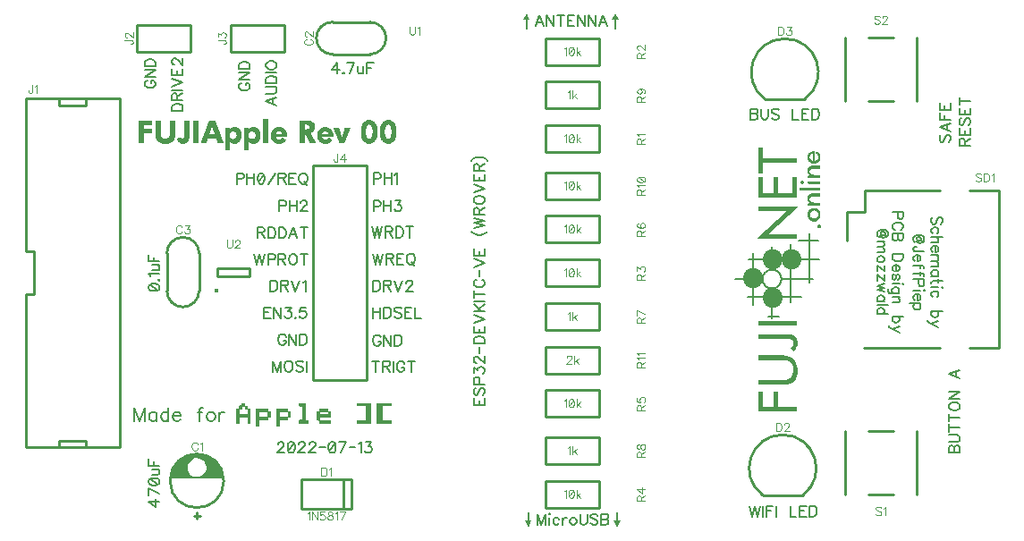
<source format=gbr>
G04 DipTrace 3.3.1.3*
G04 TopSilk.gbr*
%MOIN*%
G04 #@! TF.FileFunction,Legend,Top*
G04 #@! TF.Part,Single*
%ADD10C,0.009843*%
%ADD12C,0.003*%
%ADD16C,0.005906*%
%ADD37C,0.015401*%
%ADD39O,0.074027X0.074711*%
%ADD40O,0.073993X0.074711*%
%ADD41O,0.073959X0.074711*%
%ADD83C,0.004632*%
%ADD84C,0.006176*%
%ADD86C,0.00772*%
%FSLAX26Y26*%
G04*
G70*
G90*
G75*
G01*
G04 TopSilk*
%LPD*%
X1080521Y463821D2*
D10*
X1056881D1*
X1068701Y452002D2*
Y475615D1*
X968701Y593731D2*
G02X968701Y593731I100000J0D01*
G01*
X1573761Y2183702D2*
X1713641D1*
X1573761Y2303702D2*
X1713641D1*
Y2183702D2*
G03X1713641Y2303702I60J60000D01*
G01*
X1573761D2*
G03X1573761Y2183702I-60J-60000D01*
G01*
X956773Y1441791D2*
Y1301911D1*
X1076773Y1441791D2*
Y1301911D1*
X956773D2*
G03X1076773Y1301911I60000J-60D01*
G01*
Y1441791D2*
G03X956773Y1441791I-60000J60D01*
G01*
X1645785Y598820D2*
Y488584D1*
X1643762D2*
X1458600D1*
X1615937Y598820D2*
Y488584D1*
X1458600Y598820D2*
Y488584D1*
X1643762Y598820D2*
X1458600D1*
X3327013Y540437D2*
X3177137D1*
X3327313Y540662D2*
G03X3176837Y540662I-75238J99796D01*
G01*
X3334891Y2016883D2*
X3185015D1*
X3335191Y2017108D2*
G03X3184715Y2017108I-75238J99796D01*
G01*
X555593Y718702D2*
Y743402D1*
X655693D2*
X555593D1*
X655693Y718702D2*
Y743402D1*
X555593Y1994002D2*
Y2018702D1*
X655693Y1994002D2*
X555593D1*
X655693D2*
Y2018702D1*
X780643D2*
X430643D1*
X780643Y718702D2*
X430643D1*
X780643D2*
Y2018702D1*
X460743Y1288102D2*
X430643D1*
X460743D2*
Y1449302D1*
X430643D1*
Y718702D2*
Y1288102D1*
Y1449302D2*
Y2018702D1*
X843701Y2293702D2*
Y2193702D1*
X1043701Y2293702D2*
X843701D1*
X1043701D2*
Y2193702D1*
X843701D1*
X1393713Y2193697D2*
X1193689D1*
Y2293702D1*
X1393713D1*
Y2193697D1*
X1701316Y1768702D2*
X1501316D1*
Y968702D1*
X1701316D1*
Y1768702D1*
X2368881Y1918702D2*
X2568521D1*
Y1818702D2*
Y1918702D1*
X2368881Y1818702D2*
X2568521D1*
X2368881D2*
Y1918702D1*
Y2243702D2*
X2568521D1*
Y2143702D2*
Y2243702D1*
X2368881Y2143702D2*
X2568521D1*
X2368881D2*
Y2243702D1*
Y1418702D2*
X2568521D1*
Y1318702D2*
Y1418702D1*
X2368881Y1318702D2*
X2568521D1*
X2368881D2*
Y1418702D1*
Y593702D2*
X2568521D1*
Y493702D2*
Y593702D1*
X2368881Y493702D2*
X2568521D1*
X2368881D2*
Y593702D1*
Y931202D2*
X2568521D1*
Y831202D2*
Y931202D1*
X2368881Y831202D2*
X2568521D1*
X2368881D2*
Y931202D1*
Y1581202D2*
X2568521D1*
Y1481202D2*
Y1581202D1*
X2368881Y1481202D2*
X2568521D1*
X2368881D2*
Y1581202D1*
Y1256202D2*
X2568521D1*
Y1156202D2*
Y1256202D1*
X2368881Y1156202D2*
X2568521D1*
X2368881D2*
Y1256202D1*
X2568521Y656202D2*
X2368881D1*
Y756202D2*
Y656202D1*
X2568521Y756202D2*
X2368881D1*
X2568521D2*
Y656202D1*
Y1981202D2*
X2368881D1*
Y2081202D2*
Y1981202D1*
X2568521Y2081202D2*
X2368881D1*
X2568521D2*
Y1981202D1*
Y1643702D2*
X2368881D1*
Y1743702D2*
Y1643702D1*
X2568521Y1743702D2*
X2368881D1*
X2568521D2*
Y1643702D1*
Y993702D2*
X2368881D1*
Y1093702D2*
Y993702D1*
X2568521Y1093702D2*
X2368881D1*
X2568521D2*
Y993702D1*
X3570818Y542742D2*
X3664558D1*
X3570818Y780239D2*
X3664558D1*
X3483313Y542742D2*
Y780239D1*
X3752062Y542742D2*
Y780239D1*
X3571051Y2009328D2*
X3664791D1*
X3571051Y2246826D2*
X3664791D1*
X3483547Y2009328D2*
Y2246826D1*
X3752296Y2009328D2*
Y2246826D1*
X3553421Y1088974D2*
X3836886D1*
X3947154D2*
X4057421D1*
Y1675619D1*
X3947154D1*
X3836886D2*
X3557390D1*
Y1596849D1*
X3490492D1*
Y1490527D1*
D37*
X1139859Y1302076D3*
X1145122Y1356142D2*
D10*
X1263230D1*
X1145122Y1387633D2*
X1263230D1*
Y1356142D2*
Y1387633D1*
X1145122Y1356142D2*
Y1387633D1*
G36*
X3161942Y1171836D2*
X3303757D1*
Y1188767D1*
X3161942D1*
Y1171836D1*
G37*
G36*
X3161468Y1738422D2*
Y1835871D1*
X3177846D1*
Y1795710D1*
X3303858D1*
Y1778484D1*
X3177846D1*
Y1738422D1*
X3161468D1*
G37*
G36*
Y1650225D2*
Y1725428D1*
X3177575D1*
Y1667451D1*
X3217997D1*
Y1725428D1*
X3233528D1*
Y1667155D1*
X3288327D1*
Y1725428D1*
X3303858D1*
Y1650225D1*
X3161468D1*
G37*
G36*
X3303790Y1496668D2*
X3155228D1*
X3269609Y1600811D1*
X3161162D1*
Y1616954D1*
X3310640D1*
X3196870Y1512811D1*
X3303790D1*
Y1496668D1*
G37*
G36*
X3162214Y1121733D2*
Y1138763D1*
X3274966D1*
X3284326Y1137778D1*
X3291176Y1135711D1*
X3296466Y1132856D1*
X3300264Y1129707D1*
X3303621Y1125080D1*
X3305893Y1119765D1*
X3306978Y1113465D1*
X3307690Y1105689D1*
Y1100275D1*
X3306368Y1095058D1*
X3302671Y1087577D1*
X3299179Y1082557D1*
X3293821Y1077635D1*
X3282291Y1089152D1*
X3286360Y1092695D1*
X3288904Y1096042D1*
X3291277Y1100767D1*
X3292125Y1103129D1*
X3292498Y1105984D1*
X3292261Y1110217D1*
X3291684Y1112579D1*
X3290870Y1114351D1*
X3289480Y1116418D1*
X3287174Y1118485D1*
X3284427Y1120060D1*
X3282461Y1120946D1*
X3280053Y1121241D1*
X3277306Y1121635D1*
X3275204Y1121832D1*
X3162214Y1121733D1*
G37*
G36*
X3162112Y951443D2*
Y968669D1*
X3253365D1*
X3261572Y969161D1*
X3270592Y971228D1*
X3278188Y974673D1*
X3282223Y977725D1*
X3285953Y982154D1*
X3289344Y988848D1*
X3291549Y998396D1*
X3291956Y1006467D1*
X3290870Y1017689D1*
X3288429Y1025662D1*
X3284970Y1031568D1*
X3282223Y1034619D1*
X3276526Y1038754D1*
X3268015Y1042100D1*
X3254654Y1044069D1*
X3241768D1*
X3162044D1*
Y1061295D1*
X3250279D1*
X3265709Y1060114D1*
X3277340Y1057259D1*
X3286089Y1053125D1*
X3293007Y1047810D1*
X3298500Y1041411D1*
X3302773Y1033635D1*
X3305961Y1023595D1*
X3307656Y1008731D1*
Y1004892D1*
X3306707Y992391D1*
X3303824Y981268D1*
X3299823Y973000D1*
X3294601Y966110D1*
X3287479Y960302D1*
X3278798Y955774D1*
X3266930Y952624D1*
X3250381Y951344D1*
X3162112Y951443D1*
G37*
X3212673Y1200087D2*
D16*
Y1309742D1*
X3120809Y1277850D2*
X3322272D1*
X3197345Y1205008D2*
X3239123D1*
X3141528Y1248024D2*
Y1442529D1*
X3074148Y1347049D2*
X3175439D1*
X3123420Y1419004D2*
X3389245D1*
X3352588Y1331693D2*
X3351944Y1515567D1*
D39*
X3140935Y1347885D3*
G36*
X3161807Y926638D2*
Y851533D1*
X3304672D1*
Y868857D1*
X3233697D1*
Y926638D1*
X3218200D1*
Y868365D1*
X3177711D1*
Y926638D1*
X3161807D1*
G37*
D40*
X3213554Y1276127D3*
Y1418265D3*
D41*
X3285360D3*
X3176490Y1346310D2*
D16*
X3176576Y1348738D1*
X3176834Y1351153D1*
X3177262Y1353545D1*
X3177859Y1355901D1*
X3178622Y1358211D1*
X3179546Y1360463D1*
X3180628Y1362646D1*
X3181862Y1364750D1*
X3183242Y1366763D1*
X3184761Y1368677D1*
X3186412Y1370482D1*
X3188187Y1372169D1*
X3190077Y1373730D1*
X3192073Y1375158D1*
X3194166Y1376445D1*
X3196345Y1377585D1*
X3198599Y1378573D1*
X3200917Y1379404D1*
X3203289Y1380073D1*
X3205703Y1380578D1*
X3208146Y1380916D1*
X3210608Y1381085D1*
X3213076D1*
X3215537Y1380916D1*
X3217981Y1380578D1*
X3220394Y1380073D1*
X3222766Y1379404D1*
X3225085Y1378573D1*
X3227339Y1377585D1*
X3229518Y1376445D1*
X3231610Y1375158D1*
X3233607Y1373730D1*
X3235497Y1372169D1*
X3237272Y1370482D1*
X3238923Y1368677D1*
X3240442Y1366763D1*
X3241822Y1364750D1*
X3243056Y1362646D1*
X3244137Y1360463D1*
X3245062Y1358211D1*
X3245824Y1355901D1*
X3246421Y1353545D1*
X3246850Y1351153D1*
X3247107Y1348738D1*
X3247194Y1346310D1*
X3247107Y1343883D1*
X3246850Y1341468D1*
X3246421Y1339076D1*
X3245824Y1336719D1*
X3245062Y1334409D1*
X3244137Y1332157D1*
X3243056Y1329974D1*
X3241822Y1327871D1*
X3240442Y1325857D1*
X3238923Y1323944D1*
X3237272Y1322139D1*
X3235497Y1320452D1*
X3233607Y1318890D1*
X3231610Y1317463D1*
X3229518Y1316176D1*
X3227339Y1315036D1*
X3225085Y1314048D1*
X3222766Y1313217D1*
X3220394Y1312548D1*
X3217981Y1312043D1*
X3215537Y1311705D1*
X3213076Y1311535D1*
X3210608D1*
X3208146Y1311705D1*
X3205703Y1312043D1*
X3203289Y1312548D1*
X3200917Y1313217D1*
X3198599Y1314048D1*
X3196345Y1315036D1*
X3194166Y1316176D1*
X3192073Y1317463D1*
X3190077Y1318890D1*
X3188187Y1320452D1*
X3186412Y1322139D1*
X3184761Y1323944D1*
X3183242Y1325857D1*
X3181862Y1327871D1*
X3180628Y1329974D1*
X3179546Y1332157D1*
X3178622Y1334409D1*
X3177859Y1336719D1*
X3177262Y1339076D1*
X3176834Y1341468D1*
X3176576Y1343883D1*
X3176490Y1346310D1*
X3312641Y1490959D2*
X3383921D1*
X3282664Y1257769D2*
Y1475603D1*
X3212706Y1467630D2*
Y1388981D1*
X3248686Y1347049D2*
X3365949Y1347639D1*
G36*
X2628487Y2336484D2*
X2640987Y2311484D1*
X2615986D1*
D1*
X2628487Y2336484D1*
G37*
Y2311484D2*
D16*
Y2280235D1*
G36*
X2297236Y2336484D2*
X2309736Y2311484D1*
X2284736D1*
D1*
X2297236Y2336484D1*
G37*
Y2311484D2*
D16*
Y2280235D1*
G36*
X2303736Y420341D2*
X2291236Y445341D1*
X2316238D1*
D1*
X2303736Y420341D1*
G37*
Y445341D2*
D16*
Y476590D1*
G36*
X2634987Y420341D2*
X2622487Y445341D1*
X2647487D1*
D1*
X2634987Y420341D1*
G37*
Y445341D2*
D16*
Y476590D1*
G36*
X969251Y603294D2*
X1167215D1*
X1156959Y642762D1*
X1133651Y671043D1*
X1103816Y687824D1*
X1069631Y694350D1*
X1069009Y677879D1*
X1076780Y677569D1*
X1086413Y673840D1*
X1093560Y668867D1*
X1099155Y662030D1*
X1102262Y654261D1*
X1103816Y645870D1*
X1103505Y636547D1*
X1100709Y628466D1*
X1096047Y621319D1*
X1086413Y612305D1*
X1077711Y609820D1*
X1069631Y609509D1*
X1058133Y609820D1*
X1049430Y614170D1*
X1042904Y619765D1*
X1039176Y625358D1*
X1035446Y633438D1*
X1033581Y643383D1*
X1034824Y653018D1*
X1038243Y660787D1*
X1043215Y667313D1*
X1050012Y672887D1*
X1056059Y675884D1*
X1062766Y677866D1*
X1069067Y677917D1*
X1069525Y694534D1*
X1047566Y692796D1*
X1024568Y685027D1*
X1007476Y675704D1*
X990383Y657679D1*
X976399Y634993D1*
X969251Y603294D1*
G37*
X1315741Y1942515D2*
D12*
X1330741D1*
X1315741Y1941015D2*
X1330741D1*
X1315741Y1939515D2*
X1330741D1*
X1315741Y1938015D2*
X1330741D1*
X1702741D2*
X1716241D1*
X1773241D2*
X1786741D1*
X850741Y1936515D2*
X898741D1*
X913741D2*
X930241D1*
X967741D2*
X984241D1*
X1020241D2*
X1036741D1*
X1056241D2*
X1072741D1*
X1114741D2*
X1134241D1*
X1315741D2*
X1330741D1*
X1450741D2*
X1485241D1*
X1699344D2*
X1719639D1*
X1769844D2*
X1790139D1*
X850741Y1935015D2*
X898741D1*
X913741D2*
X930241D1*
X967741D2*
X984241D1*
X1020241D2*
X1036741D1*
X1056241D2*
X1072741D1*
X1113817D2*
X1134479D1*
X1315741D2*
X1330741D1*
X1450741D2*
X1489563D1*
X1696536D2*
X1722447D1*
X1767036D2*
X1792947D1*
X850741Y1933515D2*
X898741D1*
X913741D2*
X930241D1*
X967741D2*
X984241D1*
X1020241D2*
X1036741D1*
X1056241D2*
X1072741D1*
X1113009D2*
X1134904D1*
X1315741D2*
X1330741D1*
X1450741D2*
X1493174D1*
X1694315D2*
X1724668D1*
X1764815D2*
X1795168D1*
X850741Y1932015D2*
X898741D1*
X913741D2*
X930241D1*
X967741D2*
X984241D1*
X1020241D2*
X1036741D1*
X1056241D2*
X1072741D1*
X1112350D2*
X1135483D1*
X1315741D2*
X1330741D1*
X1450741D2*
X1496001D1*
X1692475D2*
X1726508D1*
X1762975D2*
X1797008D1*
X850741Y1930515D2*
X898741D1*
X913741D2*
X930241D1*
X967741D2*
X984241D1*
X1020241D2*
X1036741D1*
X1056241D2*
X1072741D1*
X1111799D2*
X1136111D1*
X1315741D2*
X1330741D1*
X1450741D2*
X1498195D1*
X1690836D2*
X1728146D1*
X1761336D2*
X1798646D1*
X850741Y1929015D2*
X898741D1*
X913741D2*
X930241D1*
X967741D2*
X984241D1*
X1020241D2*
X1036741D1*
X1056241D2*
X1072741D1*
X1111255D2*
X1136688D1*
X1315741D2*
X1330741D1*
X1450741D2*
X1499965D1*
X1689332D2*
X1729651D1*
X1759832D2*
X1800151D1*
X850741Y1927515D2*
X898741D1*
X913741D2*
X930241D1*
X967741D2*
X984241D1*
X1020241D2*
X1036741D1*
X1056241D2*
X1072741D1*
X1110739D2*
X1137210D1*
X1315741D2*
X1330741D1*
X1450741D2*
X1501403D1*
X1688008D2*
X1730975D1*
X1758508D2*
X1801475D1*
X850741Y1926015D2*
X898741D1*
X913741D2*
X930241D1*
X967741D2*
X984241D1*
X1020241D2*
X1036741D1*
X1056241D2*
X1072741D1*
X1110249D2*
X1137788D1*
X1315741D2*
X1330741D1*
X1450741D2*
X1502538D1*
X1686913D2*
X1732070D1*
X1757413D2*
X1802570D1*
X850741Y1924515D2*
X898741D1*
X913741D2*
X930241D1*
X967741D2*
X984241D1*
X1020241D2*
X1036741D1*
X1056241D2*
X1072741D1*
X1109686D2*
X1138437D1*
X1315741D2*
X1330741D1*
X1450741D2*
X1503423D1*
X1685992D2*
X1732991D1*
X1756492D2*
X1803491D1*
X850741Y1923015D2*
X898741D1*
X913741D2*
X930241D1*
X967741D2*
X984241D1*
X1020241D2*
X1036741D1*
X1056241D2*
X1072741D1*
X1109042D2*
X1139094D1*
X1315741D2*
X1330741D1*
X1450741D2*
X1467241D1*
X1480146D2*
X1504060D1*
X1685171D2*
X1706042D1*
X1712941D2*
X1733812D1*
X1755671D2*
X1776542D1*
X1783441D2*
X1804312D1*
X850741Y1921515D2*
X867241D1*
X913741D2*
X930241D1*
X967741D2*
X984241D1*
X1020241D2*
X1036741D1*
X1056241D2*
X1072741D1*
X1108388D2*
X1139682D1*
X1315741D2*
X1330741D1*
X1450741D2*
X1467241D1*
X1483348D2*
X1504429D1*
X1684438D2*
X1703718D1*
X1715265D2*
X1734545D1*
X1754938D2*
X1774218D1*
X1785765D2*
X1805045D1*
X850741Y1920015D2*
X867241D1*
X913741D2*
X930241D1*
X967741D2*
X984241D1*
X1020241D2*
X1036741D1*
X1056241D2*
X1072741D1*
X1107801D2*
X1122010D1*
X1125247D2*
X1140202D1*
X1315741D2*
X1330741D1*
X1450741D2*
X1467241D1*
X1485655D2*
X1504611D1*
X1683819D2*
X1701912D1*
X1717071D2*
X1735164D1*
X1754319D2*
X1772412D1*
X1787571D2*
X1805664D1*
X850741Y1918515D2*
X867241D1*
X913741D2*
X930241D1*
X967741D2*
X984241D1*
X1020241D2*
X1036741D1*
X1056241D2*
X1072741D1*
X1107281D2*
X1121638D1*
X1125300D2*
X1140734D1*
X1315741D2*
X1330741D1*
X1450741D2*
X1467241D1*
X1487225D2*
X1504691D1*
X1683287D2*
X1700581D1*
X1718396D2*
X1735696D1*
X1753787D2*
X1771081D1*
X1788896D2*
X1806196D1*
X850741Y1917015D2*
X867241D1*
X913741D2*
X930241D1*
X967741D2*
X984241D1*
X1020241D2*
X1036741D1*
X1056241D2*
X1072741D1*
X1106749D2*
X1121244D1*
X1125491D2*
X1141246D1*
X1315741D2*
X1330741D1*
X1450741D2*
X1467241D1*
X1488301D2*
X1504723D1*
X1682751D2*
X1699557D1*
X1719373D2*
X1736232D1*
X1753251D2*
X1770057D1*
X1789873D2*
X1806732D1*
X850741Y1915515D2*
X867241D1*
X913741D2*
X930241D1*
X967741D2*
X984241D1*
X1020241D2*
X1036741D1*
X1056241D2*
X1072741D1*
X1106237D2*
X1120928D1*
X1125856D2*
X1141735D1*
X1315741D2*
X1330741D1*
X1450741D2*
X1467241D1*
X1489009D2*
X1504735D1*
X1682238D2*
X1698694D1*
X1720097D2*
X1736745D1*
X1752738D2*
X1769194D1*
X1790597D2*
X1807245D1*
X850741Y1914015D2*
X867241D1*
X913741D2*
X930241D1*
X967741D2*
X984241D1*
X1020241D2*
X1036741D1*
X1056241D2*
X1072741D1*
X1105748D2*
X1120598D1*
X1126294D2*
X1142297D1*
X1315741D2*
X1330741D1*
X1450741D2*
X1467241D1*
X1489355D2*
X1504739D1*
X1681754D2*
X1697952D1*
X1720672D2*
X1737228D1*
X1752254D2*
X1768452D1*
X1791172D2*
X1807728D1*
X850741Y1912515D2*
X867241D1*
X913741D2*
X930241D1*
X967741D2*
X984241D1*
X1020241D2*
X1036741D1*
X1056241D2*
X1072741D1*
X1105186D2*
X1120169D1*
X1126746D2*
X1142941D1*
X1315741D2*
X1330741D1*
X1450741D2*
X1467241D1*
X1489350D2*
X1504741D1*
X1681245D2*
X1697381D1*
X1721218D2*
X1737738D1*
X1751745D2*
X1767881D1*
X1791718D2*
X1808238D1*
X850741Y1911015D2*
X867241D1*
X913741D2*
X930241D1*
X967741D2*
X984241D1*
X1020241D2*
X1036741D1*
X1056241D2*
X1072741D1*
X1104542D2*
X1119705D1*
X1127251D2*
X1143595D1*
X1201741D2*
X1213741D1*
X1272241D2*
X1284241D1*
X1315741D2*
X1330741D1*
X1366741D2*
X1380241D1*
X1450741D2*
X1467241D1*
X1489016D2*
X1504735D1*
X1539241D2*
X1552741D1*
X1680792D2*
X1697032D1*
X1721684D2*
X1738191D1*
X1751292D2*
X1767532D1*
X1792184D2*
X1808691D1*
X850741Y1909515D2*
X867241D1*
X913741D2*
X930241D1*
X967741D2*
X984241D1*
X1020241D2*
X1036741D1*
X1056241D2*
X1072741D1*
X1103888D2*
X1119242D1*
X1127752D2*
X1144182D1*
X1173241D2*
X1188241D1*
X1198338D2*
X1217139D1*
X1243741D2*
X1258741D1*
X1268838D2*
X1287639D1*
X1315741D2*
X1330741D1*
X1362932D2*
X1383871D1*
X1450741D2*
X1467241D1*
X1488403D2*
X1504683D1*
X1535432D2*
X1556371D1*
X1578241D2*
X1594741D1*
X1620241D2*
X1636741D1*
X1680503D2*
X1696808D1*
X1721984D2*
X1738480D1*
X1751003D2*
X1767308D1*
X1792484D2*
X1808980D1*
X850741Y1908015D2*
X867241D1*
X913741D2*
X930241D1*
X967741D2*
X984241D1*
X1020241D2*
X1036741D1*
X1056241D2*
X1072741D1*
X1103301D2*
X1118734D1*
X1128231D2*
X1144708D1*
X1173241D2*
X1188303D1*
X1195473D2*
X1219947D1*
X1243741D2*
X1258803D1*
X1265973D2*
X1290447D1*
X1315741D2*
X1330741D1*
X1359768D2*
X1387051D1*
X1450741D2*
X1467241D1*
X1487608D2*
X1504486D1*
X1532268D2*
X1559551D1*
X1578760D2*
X1595491D1*
X1619723D2*
X1636504D1*
X1680353D2*
X1696540D1*
X1722188D2*
X1738630D1*
X1750853D2*
X1767040D1*
X1792688D2*
X1809130D1*
X850741Y1906515D2*
X867241D1*
X913741D2*
X930241D1*
X967741D2*
X984241D1*
X1020241D2*
X1036741D1*
X1056241D2*
X1072741D1*
X1102775D2*
X1118232D1*
X1128745D2*
X1145287D1*
X1173241D2*
X1188536D1*
X1193019D2*
X1222162D1*
X1243741D2*
X1259036D1*
X1263519D2*
X1292662D1*
X1315741D2*
X1330741D1*
X1357226D2*
X1389660D1*
X1450741D2*
X1467241D1*
X1485904D2*
X1504074D1*
X1529726D2*
X1562160D1*
X1579259D2*
X1596114D1*
X1619224D2*
X1636079D1*
X1680286D2*
X1696150D1*
X1722447D2*
X1738697D1*
X1750786D2*
X1766650D1*
X1792947D2*
X1809197D1*
X850741Y1905015D2*
X898741D1*
X913741D2*
X930241D1*
X967741D2*
X984241D1*
X1020241D2*
X1036741D1*
X1056241D2*
X1072741D1*
X1102196D2*
X1117752D1*
X1129250D2*
X1145937D1*
X1173241D2*
X1189049D1*
X1190650D2*
X1223949D1*
X1243741D2*
X1259549D1*
X1261150D2*
X1294449D1*
X1315741D2*
X1330741D1*
X1355173D2*
X1391757D1*
X1450741D2*
X1467241D1*
X1481070D2*
X1503492D1*
X1527673D2*
X1564257D1*
X1579741D2*
X1596697D1*
X1618748D2*
X1635500D1*
X1680258D2*
X1695754D1*
X1722834D2*
X1738725D1*
X1750758D2*
X1766254D1*
X1793334D2*
X1809225D1*
X850741Y1903515D2*
X898741D1*
X913741D2*
X930241D1*
X967741D2*
X984241D1*
X1020241D2*
X1036741D1*
X1056241D2*
X1072741D1*
X1101546D2*
X1117238D1*
X1129730D2*
X1146594D1*
X1173241D2*
X1225397D1*
X1243741D2*
X1295897D1*
X1315741D2*
X1330741D1*
X1353422D2*
X1393488D1*
X1450741D2*
X1467241D1*
X1473518D2*
X1502813D1*
X1525922D2*
X1565988D1*
X1580300D2*
X1597232D1*
X1618236D2*
X1634872D1*
X1680247D2*
X1695488D1*
X1723229D2*
X1738736D1*
X1750747D2*
X1765988D1*
X1793729D2*
X1809236D1*
X850741Y1902015D2*
X898741D1*
X913741D2*
X930241D1*
X967741D2*
X984241D1*
X1020241D2*
X1036741D1*
X1056241D2*
X1072741D1*
X1100889D2*
X1116733D1*
X1130245D2*
X1147182D1*
X1173241D2*
X1226542D1*
X1243741D2*
X1297042D1*
X1315741D2*
X1330741D1*
X1351867D2*
X1394911D1*
X1450741D2*
X1502039D1*
X1524367D2*
X1567411D1*
X1580942D2*
X1597723D1*
X1617733D2*
X1634295D1*
X1680243D2*
X1695348D1*
X1723495D2*
X1738739D1*
X1750743D2*
X1765848D1*
X1793995D2*
X1809239D1*
X850741Y1900515D2*
X898741D1*
X913741D2*
X930241D1*
X967741D2*
X984241D1*
X1020241D2*
X1036741D1*
X1056241D2*
X1072741D1*
X1100301D2*
X1116253D1*
X1130750D2*
X1147702D1*
X1173241D2*
X1227481D1*
X1243741D2*
X1297981D1*
X1315741D2*
X1330741D1*
X1350521D2*
X1396047D1*
X1450741D2*
X1501099D1*
X1523021D2*
X1568547D1*
X1581595D2*
X1598243D1*
X1617253D2*
X1633773D1*
X1680242D2*
X1695284D1*
X1723635D2*
X1738741D1*
X1750742D2*
X1765784D1*
X1794135D2*
X1809241D1*
X850741Y1899015D2*
X898741D1*
X913741D2*
X930241D1*
X967741D2*
X984241D1*
X1020241D2*
X1036741D1*
X1056241D2*
X1072741D1*
X1099781D2*
X1115738D1*
X1131230D2*
X1148234D1*
X1173241D2*
X1197362D1*
X1205646D2*
X1228309D1*
X1243741D2*
X1267862D1*
X1276146D2*
X1298809D1*
X1315741D2*
X1330741D1*
X1349417D2*
X1368536D1*
X1378390D2*
X1396983D1*
X1450741D2*
X1499882D1*
X1521917D2*
X1541036D1*
X1550890D2*
X1569483D1*
X1582182D2*
X1598749D1*
X1616738D2*
X1633195D1*
X1680242D2*
X1695257D1*
X1723699D2*
X1738741D1*
X1750742D2*
X1765757D1*
X1794199D2*
X1809241D1*
X850741Y1897515D2*
X898741D1*
X913741D2*
X930241D1*
X967741D2*
X984241D1*
X1020241D2*
X1036741D1*
X1056241D2*
X1072741D1*
X1099249D2*
X1115233D1*
X1131745D2*
X1148746D1*
X1173241D2*
X1194805D1*
X1208848D2*
X1229038D1*
X1243741D2*
X1265305D1*
X1279348D2*
X1299538D1*
X1315741D2*
X1330741D1*
X1348494D2*
X1366165D1*
X1380569D2*
X1397810D1*
X1450741D2*
X1498303D1*
X1520994D2*
X1538665D1*
X1553069D2*
X1570310D1*
X1582708D2*
X1599230D1*
X1616233D2*
X1632546D1*
X1680242D2*
X1695247D1*
X1723726D2*
X1738741D1*
X1750742D2*
X1765747D1*
X1794226D2*
X1809241D1*
X850741Y1896015D2*
X898741D1*
X913741D2*
X930241D1*
X967741D2*
X984241D1*
X1020241D2*
X1036741D1*
X1056241D2*
X1072741D1*
X1098737D2*
X1114753D1*
X1132250D2*
X1149235D1*
X1173241D2*
X1192779D1*
X1211155D2*
X1229611D1*
X1243741D2*
X1263279D1*
X1281655D2*
X1300111D1*
X1315741D2*
X1330741D1*
X1347671D2*
X1364221D1*
X1382159D2*
X1398538D1*
X1450741D2*
X1496281D1*
X1520171D2*
X1536721D1*
X1554659D2*
X1571038D1*
X1583287D2*
X1599745D1*
X1615753D2*
X1631889D1*
X1680241D2*
X1695243D1*
X1723736D2*
X1738741D1*
X1750741D2*
X1765743D1*
X1794236D2*
X1809241D1*
X850741Y1894515D2*
X898741D1*
X913741D2*
X930241D1*
X967741D2*
X984241D1*
X1020241D2*
X1036741D1*
X1056241D2*
X1072741D1*
X1098248D2*
X1114238D1*
X1132730D2*
X1149797D1*
X1173241D2*
X1191216D1*
X1212731D2*
X1230005D1*
X1243741D2*
X1261716D1*
X1283231D2*
X1300505D1*
X1315741D2*
X1330741D1*
X1346944D2*
X1362721D1*
X1383321D2*
X1399111D1*
X1450741D2*
X1493941D1*
X1519444D2*
X1535221D1*
X1555821D2*
X1571611D1*
X1583937D2*
X1600250D1*
X1615238D2*
X1631301D1*
X1680241D2*
X1695242D1*
X1723734D2*
X1738741D1*
X1750741D2*
X1765742D1*
X1794234D2*
X1809241D1*
X850741Y1893015D2*
X898741D1*
X913741D2*
X930241D1*
X967741D2*
X984241D1*
X1020241D2*
X1036741D1*
X1056241D2*
X1072741D1*
X1097686D2*
X1113733D1*
X1133245D2*
X1150441D1*
X1173241D2*
X1189983D1*
X1213860D2*
X1230367D1*
X1243741D2*
X1260483D1*
X1284360D2*
X1300867D1*
X1315741D2*
X1330741D1*
X1346372D2*
X1361666D1*
X1384247D2*
X1399505D1*
X1450741D2*
X1491750D1*
X1518872D2*
X1534166D1*
X1556747D2*
X1572005D1*
X1584594D2*
X1600730D1*
X1614733D2*
X1630775D1*
X1680241D2*
X1695242D1*
X1723682D2*
X1738741D1*
X1750741D2*
X1765742D1*
X1794182D2*
X1809241D1*
X850741Y1891515D2*
X898741D1*
X913741D2*
X930241D1*
X967741D2*
X984241D1*
X1020241D2*
X1036741D1*
X1056241D2*
X1072741D1*
X1097042D2*
X1113253D1*
X1133755D2*
X1151095D1*
X1173241D2*
X1189125D1*
X1214764D2*
X1230802D1*
X1243741D2*
X1259625D1*
X1285264D2*
X1301302D1*
X1315741D2*
X1330741D1*
X1345978D2*
X1360869D1*
X1385015D2*
X1399867D1*
X1450741D2*
X1467241D1*
X1470530D2*
X1489947D1*
X1518478D2*
X1533369D1*
X1557515D2*
X1572367D1*
X1585182D2*
X1601239D1*
X1614253D2*
X1630196D1*
X1680241D2*
X1695247D1*
X1723492D2*
X1738741D1*
X1750741D2*
X1765747D1*
X1793992D2*
X1809241D1*
X850741Y1890015D2*
X867241D1*
X913741D2*
X930241D1*
X967741D2*
X984241D1*
X1020241D2*
X1036741D1*
X1056241D2*
X1072741D1*
X1096388D2*
X1112744D1*
X1134294D2*
X1151682D1*
X1173241D2*
X1188635D1*
X1215522D2*
X1231217D1*
X1243741D2*
X1259135D1*
X1286022D2*
X1301717D1*
X1315741D2*
X1330741D1*
X1345616D2*
X1360004D1*
X1385601D2*
X1400302D1*
X1450741D2*
X1467241D1*
X1471100D2*
X1489457D1*
X1518116D2*
X1532504D1*
X1558101D2*
X1572802D1*
X1585708D2*
X1601697D1*
X1613738D2*
X1629540D1*
X1680241D2*
X1695300D1*
X1723132D2*
X1738741D1*
X1750741D2*
X1765800D1*
X1793632D2*
X1809241D1*
X850741Y1888515D2*
X867241D1*
X913741D2*
X930241D1*
X967741D2*
X984241D1*
X1020241D2*
X1036741D1*
X1056241D2*
X1072741D1*
X1095801D2*
X1112288D1*
X1135048D2*
X1152208D1*
X1173241D2*
X1188348D1*
X1216099D2*
X1231490D1*
X1243741D2*
X1258848D1*
X1286599D2*
X1301990D1*
X1315741D2*
X1330741D1*
X1345181D2*
X1358930D1*
X1385973D2*
X1400717D1*
X1450741D2*
X1467241D1*
X1471901D2*
X1489812D1*
X1517681D2*
X1531430D1*
X1558473D2*
X1573217D1*
X1586287D2*
X1602039D1*
X1613233D2*
X1628836D1*
X1680241D2*
X1695491D1*
X1722748D2*
X1738741D1*
X1750741D2*
X1765991D1*
X1793248D2*
X1809241D1*
X850741Y1887015D2*
X867241D1*
X913741D2*
X930247D1*
X967736D2*
X984241D1*
X1020241D2*
X1036741D1*
X1056241D2*
X1072741D1*
X1095281D2*
X1111975D1*
X1136077D2*
X1152787D1*
X1173241D2*
X1188055D1*
X1216444D2*
X1231634D1*
X1243741D2*
X1258555D1*
X1286944D2*
X1302134D1*
X1315741D2*
X1330741D1*
X1344766D2*
X1400990D1*
X1450741D2*
X1467241D1*
X1472745D2*
X1490474D1*
X1517266D2*
X1573490D1*
X1586937D2*
X1602380D1*
X1612753D2*
X1628110D1*
X1680241D2*
X1695850D1*
X1722486D2*
X1738736D1*
X1750741D2*
X1766350D1*
X1792986D2*
X1809236D1*
X850741Y1885515D2*
X867241D1*
X913741D2*
X930300D1*
X967683D2*
X984241D1*
X1020241D2*
X1036741D1*
X1056241D2*
X1072741D1*
X1094749D2*
X1153437D1*
X1173241D2*
X1187662D1*
X1216617D2*
X1231699D1*
X1243741D2*
X1258162D1*
X1287117D2*
X1302199D1*
X1315741D2*
X1330741D1*
X1344493D2*
X1401134D1*
X1450741D2*
X1467241D1*
X1473558D2*
X1491340D1*
X1516993D2*
X1573634D1*
X1587594D2*
X1602812D1*
X1612238D2*
X1627416D1*
X1680247D2*
X1696235D1*
X1722341D2*
X1738683D1*
X1750747D2*
X1766735D1*
X1792841D2*
X1809183D1*
X850741Y1884015D2*
X867241D1*
X913747D2*
X930491D1*
X967492D2*
X984241D1*
X1020241D2*
X1036741D1*
X1056241D2*
X1072741D1*
X1094237D2*
X1154094D1*
X1173241D2*
X1187315D1*
X1216693D2*
X1231725D1*
X1243741D2*
X1257815D1*
X1287193D2*
X1302225D1*
X1315741D2*
X1330741D1*
X1344349D2*
X1401199D1*
X1450741D2*
X1467241D1*
X1474343D2*
X1492220D1*
X1516849D2*
X1573699D1*
X1588182D2*
X1603277D1*
X1611733D2*
X1626811D1*
X1680300D2*
X1696503D1*
X1722225D2*
X1738492D1*
X1750800D2*
X1767003D1*
X1792725D2*
X1808992D1*
X850741Y1882515D2*
X867241D1*
X913800D2*
X930856D1*
X967127D2*
X984236D1*
X1020241D2*
X1036741D1*
X1056241D2*
X1072741D1*
X1093748D2*
X1154682D1*
X1173241D2*
X1187239D1*
X1216718D2*
X1231736D1*
X1243741D2*
X1257739D1*
X1287218D2*
X1302236D1*
X1315741D2*
X1330741D1*
X1344284D2*
X1401226D1*
X1450741D2*
X1467241D1*
X1475106D2*
X1493054D1*
X1516784D2*
X1573726D1*
X1588708D2*
X1603741D1*
X1611253D2*
X1626279D1*
X1680491D2*
X1696694D1*
X1722007D2*
X1738132D1*
X1750991D2*
X1767194D1*
X1792507D2*
X1808632D1*
X850741Y1881015D2*
X867241D1*
X913991D2*
X931294D1*
X966689D2*
X984183D1*
X1020241D2*
X1036741D1*
X1056241D2*
X1072741D1*
X1093186D2*
X1155202D1*
X1173241D2*
X1187457D1*
X1216676D2*
X1231740D1*
X1243741D2*
X1257957D1*
X1287176D2*
X1302240D1*
X1315741D2*
X1330741D1*
X1344263D2*
X1401236D1*
X1450741D2*
X1467241D1*
X1475864D2*
X1493892D1*
X1516763D2*
X1573736D1*
X1589287D2*
X1604249D1*
X1610744D2*
X1625697D1*
X1680850D2*
X1696955D1*
X1721632D2*
X1737742D1*
X1751350D2*
X1767455D1*
X1792132D2*
X1808242D1*
X850741Y1879515D2*
X867241D1*
X914350D2*
X931752D1*
X966231D2*
X983992D1*
X1020241D2*
X1036741D1*
X1056241D2*
X1072741D1*
X1092542D2*
X1155734D1*
X1173241D2*
X1187783D1*
X1216484D2*
X1231735D1*
X1243741D2*
X1258283D1*
X1286984D2*
X1302235D1*
X1315741D2*
X1330741D1*
X1344306D2*
X1401241D1*
X1450741D2*
X1467241D1*
X1476621D2*
X1494802D1*
X1516806D2*
X1573741D1*
X1589937D2*
X1604751D1*
X1610292D2*
X1625046D1*
X1681241D2*
X1697393D1*
X1721191D2*
X1737428D1*
X1751741D2*
X1767893D1*
X1791691D2*
X1807928D1*
X850741Y1878015D2*
X867241D1*
X914741D2*
X932309D1*
X965674D2*
X983632D1*
X1020236D2*
X1036741D1*
X1056241D2*
X1072741D1*
X1091888D2*
X1156246D1*
X1173241D2*
X1188071D1*
X1216073D2*
X1231683D1*
X1243741D2*
X1258571D1*
X1286573D2*
X1302183D1*
X1315741D2*
X1330741D1*
X1344493D2*
X1359473D1*
X1450741D2*
X1467241D1*
X1477419D2*
X1495775D1*
X1516993D2*
X1531973D1*
X1590594D2*
X1605236D1*
X1609997D2*
X1624389D1*
X1681555D2*
X1697985D1*
X1720731D2*
X1737097D1*
X1752055D2*
X1768485D1*
X1791231D2*
X1807597D1*
X850741Y1876515D2*
X867241D1*
X915055D2*
X933013D1*
X964970D2*
X983242D1*
X1020183D2*
X1036741D1*
X1056241D2*
X1072741D1*
X1091301D2*
X1156735D1*
X1173241D2*
X1188397D1*
X1215492D2*
X1231492D1*
X1243741D2*
X1258897D1*
X1285992D2*
X1301992D1*
X1315741D2*
X1330741D1*
X1344851D2*
X1359851D1*
X1450741D2*
X1467241D1*
X1478313D2*
X1496696D1*
X1517351D2*
X1532351D1*
X1591182D2*
X1605802D1*
X1609790D2*
X1623801D1*
X1681891D2*
X1698668D1*
X1720174D2*
X1736669D1*
X1752391D2*
X1769168D1*
X1790674D2*
X1807169D1*
X850741Y1875015D2*
X867241D1*
X915386D2*
X933969D1*
X964014D2*
X982928D1*
X1019986D2*
X1036736D1*
X1056241D2*
X1072741D1*
X1090775D2*
X1157297D1*
X1173241D2*
X1188875D1*
X1214813D2*
X1231127D1*
X1243741D2*
X1259375D1*
X1285313D2*
X1301627D1*
X1315741D2*
X1330741D1*
X1345241D2*
X1360298D1*
X1450741D2*
X1467241D1*
X1479279D2*
X1497546D1*
X1517741D2*
X1532798D1*
X1591708D2*
X1606490D1*
X1609491D2*
X1623275D1*
X1682367D2*
X1699449D1*
X1719470D2*
X1736205D1*
X1752867D2*
X1769949D1*
X1789970D2*
X1806705D1*
X850741Y1873515D2*
X867241D1*
X915814D2*
X935408D1*
X962575D2*
X982592D1*
X1002241D2*
X1006741D1*
X1019545D2*
X1036683D1*
X1056241D2*
X1072741D1*
X1090196D2*
X1157941D1*
X1173241D2*
X1189546D1*
X1214033D2*
X1230689D1*
X1243741D2*
X1260046D1*
X1284533D2*
X1301189D1*
X1315741D2*
X1330741D1*
X1345555D2*
X1360810D1*
X1450741D2*
X1467241D1*
X1480197D2*
X1498389D1*
X1518055D2*
X1533310D1*
X1592287D2*
X1607316D1*
X1608949D2*
X1622696D1*
X1682975D2*
X1700466D1*
X1718491D2*
X1735736D1*
X1753475D2*
X1770966D1*
X1788991D2*
X1806236D1*
X850741Y1872015D2*
X867241D1*
X916278D2*
X937797D1*
X960186D2*
X982116D1*
X999517D2*
X1007975D1*
X1018911D2*
X1036492D1*
X1056241D2*
X1072741D1*
X1089546D2*
X1105684D1*
X1140473D2*
X1158595D1*
X1173241D2*
X1190369D1*
X1213005D2*
X1230237D1*
X1243741D2*
X1260869D1*
X1283505D2*
X1300737D1*
X1315741D2*
X1330741D1*
X1345891D2*
X1361565D1*
X1386241D2*
X1387741D1*
X1450741D2*
X1467241D1*
X1481041D2*
X1499301D1*
X1518391D2*
X1534065D1*
X1558741D2*
X1560241D1*
X1592943D2*
X1622046D1*
X1683659D2*
X1701770D1*
X1717207D2*
X1735181D1*
X1754159D2*
X1772270D1*
X1787707D2*
X1805681D1*
X850741Y1870515D2*
X867241D1*
X916747D2*
X942065D1*
X955918D2*
X981508D1*
X997044D2*
X1009523D1*
X1017362D2*
X1036127D1*
X1056241D2*
X1072741D1*
X1088889D2*
X1105492D1*
X1140851D2*
X1159182D1*
X1173241D2*
X1192030D1*
X1211666D2*
X1229732D1*
X1243741D2*
X1262530D1*
X1282166D2*
X1300232D1*
X1315741D2*
X1330741D1*
X1346373D2*
X1362716D1*
X1384643D2*
X1390037D1*
X1450741D2*
X1467241D1*
X1481837D2*
X1500275D1*
X1518873D2*
X1535216D1*
X1557143D2*
X1562537D1*
X1593647D2*
X1621389D1*
X1684383D2*
X1704879D1*
X1714101D2*
X1734535D1*
X1754883D2*
X1775379D1*
X1784601D2*
X1805035D1*
X850741Y1869015D2*
X867241D1*
X917307D2*
X948878D1*
X949105D2*
X980818D1*
X994741D2*
X1013092D1*
X1013849D2*
X1035689D1*
X1056241D2*
X1072741D1*
X1088301D2*
X1105127D1*
X1141292D2*
X1159708D1*
X1173241D2*
X1196343D1*
X1208034D2*
X1229225D1*
X1243741D2*
X1266843D1*
X1278534D2*
X1299725D1*
X1315741D2*
X1330741D1*
X1347028D2*
X1364194D1*
X1382550D2*
X1392483D1*
X1450741D2*
X1467241D1*
X1482610D2*
X1501196D1*
X1519528D2*
X1536694D1*
X1555050D2*
X1564983D1*
X1594373D2*
X1620801D1*
X1685127D2*
X1709373D1*
X1709609D2*
X1733829D1*
X1755627D2*
X1779873D1*
X1780109D2*
X1804329D1*
X850741Y1867515D2*
X867241D1*
X918007D2*
X980041D1*
X995491D2*
X1035231D1*
X1056241D2*
X1072741D1*
X1087781D2*
X1104689D1*
X1141746D2*
X1160287D1*
X1173241D2*
X1202855D1*
X1202499D2*
X1228694D1*
X1243741D2*
X1273355D1*
X1272999D2*
X1299194D1*
X1315741D2*
X1330741D1*
X1347856D2*
X1367889D1*
X1379055D2*
X1394707D1*
X1450741D2*
X1467241D1*
X1483416D2*
X1502046D1*
X1520356D2*
X1540389D1*
X1551555D2*
X1567207D1*
X1595067D2*
X1620275D1*
X1685928D2*
X1733045D1*
X1756428D2*
X1803545D1*
X850741Y1866015D2*
X867241D1*
X918904D2*
X979106D1*
X996120D2*
X1034680D1*
X1056241D2*
X1072741D1*
X1087249D2*
X1104237D1*
X1142251D2*
X1160937D1*
X1173241D2*
X1227988D1*
X1243741D2*
X1298488D1*
X1315741D2*
X1330741D1*
X1348801D2*
X1373460D1*
X1373519D2*
X1396510D1*
X1450741D2*
X1467241D1*
X1484311D2*
X1502889D1*
X1521301D2*
X1545960D1*
X1546019D2*
X1569010D1*
X1595672D2*
X1619696D1*
X1686872D2*
X1732107D1*
X1757372D2*
X1802607D1*
X850741Y1864515D2*
X867241D1*
X920053D2*
X977946D1*
X996756D2*
X1034034D1*
X1056241D2*
X1072741D1*
X1086737D2*
X1103732D1*
X1142752D2*
X1161594D1*
X1173241D2*
X1227118D1*
X1243741D2*
X1297618D1*
X1315741D2*
X1330741D1*
X1349762D2*
X1397228D1*
X1450741D2*
X1467241D1*
X1485279D2*
X1503801D1*
X1522262D2*
X1569728D1*
X1596204D2*
X1619046D1*
X1688035D2*
X1730947D1*
X1758535D2*
X1801447D1*
X850741Y1863015D2*
X867241D1*
X921428D2*
X976611D1*
X997487D2*
X1033329D1*
X1056241D2*
X1072741D1*
X1086248D2*
X1103231D1*
X1143237D2*
X1162182D1*
X1173241D2*
X1226189D1*
X1243741D2*
X1296689D1*
X1315741D2*
X1330741D1*
X1350804D2*
X1396217D1*
X1450741D2*
X1467241D1*
X1486197D2*
X1504781D1*
X1523304D2*
X1568717D1*
X1596786D2*
X1618389D1*
X1689365D2*
X1729617D1*
X1759865D2*
X1800117D1*
X850741Y1861515D2*
X867241D1*
X923053D2*
X975123D1*
X998403D2*
X1032539D1*
X1056241D2*
X1072741D1*
X1085686D2*
X1102752D1*
X1143798D2*
X1162708D1*
X1173241D2*
X1225116D1*
X1243741D2*
X1295616D1*
X1315741D2*
X1330741D1*
X1352069D2*
X1394947D1*
X1450741D2*
X1467241D1*
X1487041D2*
X1505749D1*
X1524569D2*
X1567447D1*
X1597436D2*
X1617801D1*
X1690796D2*
X1728187D1*
X1761296D2*
X1798687D1*
X850741Y1860015D2*
X867241D1*
X925004D2*
X973339D1*
X999609D2*
X1031537D1*
X1056241D2*
X1072741D1*
X1085041D2*
X1102244D1*
X1144442D2*
X1163292D1*
X1173241D2*
X1188241D1*
X1191310D2*
X1223713D1*
X1243741D2*
X1258741D1*
X1261810D2*
X1294213D1*
X1315741D2*
X1330741D1*
X1353674D2*
X1393329D1*
X1450741D2*
X1467241D1*
X1487832D2*
X1506733D1*
X1526174D2*
X1565829D1*
X1598088D2*
X1617280D1*
X1692330D2*
X1726653D1*
X1762830D2*
X1797153D1*
X850741Y1858515D2*
X867241D1*
X927432D2*
X970935D1*
X1001182D2*
X1030070D1*
X1056241D2*
X1072741D1*
X1084379D2*
X1101788D1*
X1145104D2*
X1163986D1*
X1173241D2*
X1188241D1*
X1193118D2*
X1221893D1*
X1243741D2*
X1258741D1*
X1263618D2*
X1292393D1*
X1315741D2*
X1330741D1*
X1355772D2*
X1391221D1*
X1450741D2*
X1467241D1*
X1488561D2*
X1507708D1*
X1528272D2*
X1563721D1*
X1598627D2*
X1616741D1*
X1694125D2*
X1724858D1*
X1764625D2*
X1795358D1*
X850741Y1857015D2*
X867241D1*
X930630D2*
X967612D1*
X1003209D2*
X1027905D1*
X1056241D2*
X1072741D1*
X1083775D2*
X1101475D1*
X1145708D2*
X1164814D1*
X1173241D2*
X1188241D1*
X1195454D2*
X1219610D1*
X1243741D2*
X1258741D1*
X1265954D2*
X1290110D1*
X1315741D2*
X1330741D1*
X1358468D2*
X1388519D1*
X1450741D2*
X1467241D1*
X1489193D2*
X1508537D1*
X1530968D2*
X1561019D1*
X1598982D2*
X1616217D1*
X1696456D2*
X1722527D1*
X1766956D2*
X1793027D1*
X850741Y1855515D2*
X867241D1*
X934707D2*
X963398D1*
X1005636D2*
X1025012D1*
X1056241D2*
X1072741D1*
X1083241D2*
X1101241D1*
X1146241D2*
X1165741D1*
X1173241D2*
X1188241D1*
X1198426D2*
X1216829D1*
X1243741D2*
X1258741D1*
X1268926D2*
X1287329D1*
X1315741D2*
X1330741D1*
X1361713D2*
X1385271D1*
X1450741D2*
X1467241D1*
X1489741D2*
X1509241D1*
X1534213D2*
X1557771D1*
X1599241D2*
X1615741D1*
X1699427D2*
X1719556D1*
X1769927D2*
X1790056D1*
X939241Y1854015D2*
X958741D1*
X1008241D2*
X1021741D1*
X1173241D2*
X1188241D1*
X1201741D2*
X1213741D1*
X1243741D2*
X1258741D1*
X1272241D2*
X1284241D1*
X1365241D2*
X1381741D1*
X1537741D2*
X1554241D1*
X1702741D2*
X1716241D1*
X1773241D2*
X1786741D1*
X1173241Y1852515D2*
X1188241D1*
X1243741D2*
X1258741D1*
X1173241Y1851015D2*
X1188241D1*
X1243741D2*
X1258741D1*
X1173241Y1849515D2*
X1188241D1*
X1243741D2*
X1258741D1*
X1173241Y1848015D2*
X1188241D1*
X1243741D2*
X1258741D1*
X1173241Y1846515D2*
X1188241D1*
X1243741D2*
X1258741D1*
X1173241Y1845015D2*
X1188241D1*
X1243741D2*
X1258741D1*
X1173241Y1843515D2*
X1188241D1*
X1243741D2*
X1258741D1*
X1173241Y1842015D2*
X1188241D1*
X1243741D2*
X1258741D1*
X1173241Y1840515D2*
X1188241D1*
X1243741D2*
X1258741D1*
X1173241Y1839015D2*
X1188241D1*
X1243741D2*
X1258741D1*
X1173241Y1837515D2*
X1188241D1*
X1243741D2*
X1258741D1*
X1173241Y1836015D2*
X1188241D1*
X1243741D2*
X1258741D1*
X1173241Y1834515D2*
X1188241D1*
X1243741D2*
X1258741D1*
X1173241Y1833015D2*
X1188241D1*
X1243741D2*
X1258741D1*
X1173241Y1831515D2*
X1188241D1*
X1243741D2*
X1258741D1*
X1173241Y1830015D2*
X1188241D1*
X1243741D2*
X1258741D1*
X1236113Y884290D2*
X1245113D1*
X1449113D2*
X1470113D1*
X1663613D2*
X1716113D1*
X1738613D2*
X1791113D1*
X1236113Y882790D2*
X1245113D1*
X1449113D2*
X1470113D1*
X1663613D2*
X1716113D1*
X1738613D2*
X1791113D1*
X1236107Y881290D2*
X1245113D1*
X1449113D2*
X1470113D1*
X1663613D2*
X1716113D1*
X1738613D2*
X1791113D1*
X1236013Y879790D2*
X1245113D1*
X1449113D2*
X1470113D1*
X1663613D2*
X1716113D1*
X1738613D2*
X1791113D1*
X1235767Y878290D2*
X1245113D1*
X1449113D2*
X1470113D1*
X1663613D2*
X1716113D1*
X1738613D2*
X1791113D1*
X1234137Y876790D2*
X1245113D1*
X1449113D2*
X1470113D1*
X1663613D2*
X1716113D1*
X1738613D2*
X1791113D1*
X1229568Y875290D2*
X1245113D1*
X1449113D2*
X1470113D1*
X1663613D2*
X1716113D1*
X1738613D2*
X1791113D1*
X1224113Y873790D2*
X1234613D1*
X1246613D2*
X1255613D1*
X1454473D2*
X1470113D1*
X1696613D2*
X1716113D1*
X1738613D2*
X1759613D1*
X1224113Y872290D2*
X1234613D1*
X1246613D2*
X1255613D1*
X1458563D2*
X1470113D1*
X1696613D2*
X1716113D1*
X1738613D2*
X1759613D1*
X1224113Y870790D2*
X1234613D1*
X1246613D2*
X1255613D1*
X1460139D2*
X1470113D1*
X1696613D2*
X1716113D1*
X1738613D2*
X1759613D1*
X1224113Y869290D2*
X1234613D1*
X1246613D2*
X1255613D1*
X1460667D2*
X1470113D1*
X1696613D2*
X1716113D1*
X1738613D2*
X1759613D1*
X1224113Y867790D2*
X1234613D1*
X1246613D2*
X1255613D1*
X1460934D2*
X1470113D1*
X1696613D2*
X1716113D1*
X1738613D2*
X1759613D1*
X1224113Y866290D2*
X1234613D1*
X1246613D2*
X1255613D1*
X1461046D2*
X1470113D1*
X1696613D2*
X1716113D1*
X1738613D2*
X1759613D1*
X1224113Y864790D2*
X1234613D1*
X1246613D2*
X1255613D1*
X1461089D2*
X1470113D1*
X1696613D2*
X1716113D1*
X1738613D2*
X1759613D1*
X1213613Y863290D2*
X1224113D1*
X1257113D2*
X1266113D1*
X1288613D2*
X1330613D1*
X1363613D2*
X1405613D1*
X1461105D2*
X1470113D1*
X1524113D2*
X1555613D1*
X1696613D2*
X1716113D1*
X1738613D2*
X1759613D1*
X1213613Y861790D2*
X1224113D1*
X1257113D2*
X1266113D1*
X1288613D2*
X1330613D1*
X1363613D2*
X1405613D1*
X1461110D2*
X1470113D1*
X1524113D2*
X1555613D1*
X1696613D2*
X1716113D1*
X1738613D2*
X1759613D1*
X1213613Y860290D2*
X1224113D1*
X1257113D2*
X1266113D1*
X1288613D2*
X1330613D1*
X1363613D2*
X1405613D1*
X1461112D2*
X1470113D1*
X1524113D2*
X1555613D1*
X1696613D2*
X1716113D1*
X1738613D2*
X1759613D1*
X1213613Y858790D2*
X1224113D1*
X1257113D2*
X1266113D1*
X1288613D2*
X1330613D1*
X1363613D2*
X1405613D1*
X1461113D2*
X1470113D1*
X1524113D2*
X1555613D1*
X1696613D2*
X1716113D1*
X1738613D2*
X1759613D1*
X1213613Y857290D2*
X1224113D1*
X1257113D2*
X1266113D1*
X1288613D2*
X1330613D1*
X1363613D2*
X1405613D1*
X1461113D2*
X1470113D1*
X1524113D2*
X1555613D1*
X1696613D2*
X1716113D1*
X1738613D2*
X1759613D1*
X1213613Y855790D2*
X1224113D1*
X1257113D2*
X1266113D1*
X1288613D2*
X1330613D1*
X1363613D2*
X1405613D1*
X1461113D2*
X1470113D1*
X1524113D2*
X1555613D1*
X1696613D2*
X1716113D1*
X1738613D2*
X1759613D1*
X1213613Y854290D2*
X1224113D1*
X1257113D2*
X1266113D1*
X1288613D2*
X1330613D1*
X1363613D2*
X1405613D1*
X1461113D2*
X1470113D1*
X1524113D2*
X1555613D1*
X1696613D2*
X1716113D1*
X1738613D2*
X1759613D1*
X1213613Y852790D2*
X1224113D1*
X1257113D2*
X1266113D1*
X1288613D2*
X1299113D1*
X1332113D2*
X1341113D1*
X1363613D2*
X1374113D1*
X1407113D2*
X1416113D1*
X1461113D2*
X1470113D1*
X1513613D2*
X1524113D1*
X1557113D2*
X1566113D1*
X1696613D2*
X1716113D1*
X1738613D2*
X1759613D1*
X1213613Y851290D2*
X1224113D1*
X1257113D2*
X1266113D1*
X1288613D2*
X1299113D1*
X1332113D2*
X1341113D1*
X1363613D2*
X1374113D1*
X1407113D2*
X1416113D1*
X1461113D2*
X1470113D1*
X1513613D2*
X1524113D1*
X1557113D2*
X1566113D1*
X1696613D2*
X1716113D1*
X1738613D2*
X1759613D1*
X1213613Y849790D2*
X1224113D1*
X1257113D2*
X1266113D1*
X1288613D2*
X1299113D1*
X1332113D2*
X1341113D1*
X1363613D2*
X1374113D1*
X1407113D2*
X1416113D1*
X1461113D2*
X1470113D1*
X1513613D2*
X1524113D1*
X1557113D2*
X1566113D1*
X1696613D2*
X1716113D1*
X1738613D2*
X1759613D1*
X1213613Y848290D2*
X1224113D1*
X1257113D2*
X1266113D1*
X1288613D2*
X1299113D1*
X1332113D2*
X1341113D1*
X1363613D2*
X1374113D1*
X1407113D2*
X1416113D1*
X1461113D2*
X1470113D1*
X1513613D2*
X1524113D1*
X1557113D2*
X1566113D1*
X1696613D2*
X1716113D1*
X1738613D2*
X1759613D1*
X1213613Y846790D2*
X1224113D1*
X1257113D2*
X1266113D1*
X1288613D2*
X1299113D1*
X1332113D2*
X1341113D1*
X1363613D2*
X1374113D1*
X1407113D2*
X1416113D1*
X1461113D2*
X1470113D1*
X1513613D2*
X1524113D1*
X1557113D2*
X1566113D1*
X1696613D2*
X1716113D1*
X1738613D2*
X1759613D1*
X1213613Y845290D2*
X1224113D1*
X1257113D2*
X1266113D1*
X1288613D2*
X1299113D1*
X1332113D2*
X1341113D1*
X1363613D2*
X1374113D1*
X1407113D2*
X1416113D1*
X1461113D2*
X1470113D1*
X1513613D2*
X1524113D1*
X1557113D2*
X1566113D1*
X1696613D2*
X1716113D1*
X1738613D2*
X1759613D1*
X1213613Y843790D2*
X1224113D1*
X1257113D2*
X1266113D1*
X1288613D2*
X1299113D1*
X1332113D2*
X1341113D1*
X1363613D2*
X1374113D1*
X1407113D2*
X1416113D1*
X1461113D2*
X1470113D1*
X1513613D2*
X1524113D1*
X1557113D2*
X1566113D1*
X1696613D2*
X1716113D1*
X1738613D2*
X1759613D1*
X1213613Y842290D2*
X1266113D1*
X1288613D2*
X1299113D1*
X1332113D2*
X1341113D1*
X1363613D2*
X1374113D1*
X1407113D2*
X1416113D1*
X1461113D2*
X1470113D1*
X1513613D2*
X1566113D1*
X1696613D2*
X1716113D1*
X1738613D2*
X1759613D1*
X1213613Y840790D2*
X1266113D1*
X1288613D2*
X1299113D1*
X1332113D2*
X1341113D1*
X1363613D2*
X1374113D1*
X1407113D2*
X1416113D1*
X1461113D2*
X1470113D1*
X1513613D2*
X1566113D1*
X1696613D2*
X1716113D1*
X1738613D2*
X1759613D1*
X1213613Y839290D2*
X1266113D1*
X1288613D2*
X1299113D1*
X1332113D2*
X1341113D1*
X1363613D2*
X1374113D1*
X1407113D2*
X1416113D1*
X1461113D2*
X1470113D1*
X1513613D2*
X1566113D1*
X1696613D2*
X1716113D1*
X1738613D2*
X1759613D1*
X1213613Y837790D2*
X1266113D1*
X1288613D2*
X1299113D1*
X1332113D2*
X1341113D1*
X1363613D2*
X1374113D1*
X1407113D2*
X1416113D1*
X1461113D2*
X1470113D1*
X1513613D2*
X1566113D1*
X1696613D2*
X1716113D1*
X1738613D2*
X1759613D1*
X1213613Y836290D2*
X1266113D1*
X1288613D2*
X1299113D1*
X1332113D2*
X1341113D1*
X1363613D2*
X1374113D1*
X1407113D2*
X1416113D1*
X1461113D2*
X1470113D1*
X1513613D2*
X1566113D1*
X1696613D2*
X1716113D1*
X1738613D2*
X1759613D1*
X1213613Y834790D2*
X1266113D1*
X1288613D2*
X1299113D1*
X1332113D2*
X1341113D1*
X1363613D2*
X1374113D1*
X1407113D2*
X1416113D1*
X1461113D2*
X1470113D1*
X1513613D2*
X1566113D1*
X1696613D2*
X1716113D1*
X1738613D2*
X1759613D1*
X1213613Y833290D2*
X1266113D1*
X1288613D2*
X1299113D1*
X1332113D2*
X1341113D1*
X1363613D2*
X1374113D1*
X1407113D2*
X1416113D1*
X1461113D2*
X1470113D1*
X1513613D2*
X1566113D1*
X1696613D2*
X1716113D1*
X1738613D2*
X1759613D1*
X1213613Y831790D2*
X1224113D1*
X1257113D2*
X1266113D1*
X1288613D2*
X1330613D1*
X1363613D2*
X1405613D1*
X1461113D2*
X1470113D1*
X1513613D2*
X1524113D1*
X1696613D2*
X1716113D1*
X1738613D2*
X1759613D1*
X1213613Y830290D2*
X1224113D1*
X1257113D2*
X1266113D1*
X1288613D2*
X1330613D1*
X1363613D2*
X1405613D1*
X1461113D2*
X1470113D1*
X1513613D2*
X1524113D1*
X1696613D2*
X1716113D1*
X1738613D2*
X1759613D1*
X1213613Y828790D2*
X1224113D1*
X1257113D2*
X1266113D1*
X1288613D2*
X1330613D1*
X1363613D2*
X1405613D1*
X1461113D2*
X1470113D1*
X1513613D2*
X1524113D1*
X1696613D2*
X1716113D1*
X1738613D2*
X1759613D1*
X1213613Y827290D2*
X1224113D1*
X1257113D2*
X1266113D1*
X1288613D2*
X1330613D1*
X1363613D2*
X1405613D1*
X1461107D2*
X1470113D1*
X1513619D2*
X1524113D1*
X1696613D2*
X1716113D1*
X1738613D2*
X1759613D1*
X1213613Y825790D2*
X1224113D1*
X1257113D2*
X1266113D1*
X1288613D2*
X1330613D1*
X1363613D2*
X1405613D1*
X1461013D2*
X1470113D1*
X1513707D2*
X1524113D1*
X1696613D2*
X1716113D1*
X1738613D2*
X1759613D1*
X1213613Y824290D2*
X1224113D1*
X1257113D2*
X1266113D1*
X1288613D2*
X1330613D1*
X1363613D2*
X1405613D1*
X1460767D2*
X1470113D1*
X1513935D2*
X1524113D1*
X1696613D2*
X1716113D1*
X1738613D2*
X1759613D1*
X1213613Y822790D2*
X1224113D1*
X1257113D2*
X1266113D1*
X1288613D2*
X1330613D1*
X1363613D2*
X1405613D1*
X1459137D2*
X1470113D1*
X1515280D2*
X1524113D1*
X1696613D2*
X1716113D1*
X1738613D2*
X1759613D1*
X1213613Y821290D2*
X1224113D1*
X1257113D2*
X1266113D1*
X1288613D2*
X1299113D1*
X1363613D2*
X1374113D1*
X1454568D2*
X1470113D1*
X1518150D2*
X1524113D1*
X1696613D2*
X1716113D1*
X1738613D2*
X1759613D1*
X1213613Y819790D2*
X1224113D1*
X1257113D2*
X1266113D1*
X1288613D2*
X1299113D1*
X1363613D2*
X1374113D1*
X1449113D2*
X1480613D1*
X1520802D2*
X1566113D1*
X1663613D2*
X1716113D1*
X1738613D2*
X1791113D1*
X1213613Y818290D2*
X1224113D1*
X1257113D2*
X1266113D1*
X1288613D2*
X1299113D1*
X1363613D2*
X1374113D1*
X1449113D2*
X1480613D1*
X1522846D2*
X1566113D1*
X1663613D2*
X1716113D1*
X1738613D2*
X1791113D1*
X1213613Y816790D2*
X1224113D1*
X1257113D2*
X1266113D1*
X1288613D2*
X1299113D1*
X1363613D2*
X1374113D1*
X1449113D2*
X1480613D1*
X1523513D2*
X1566113D1*
X1663613D2*
X1716113D1*
X1738613D2*
X1791113D1*
X1213613Y815290D2*
X1224113D1*
X1257113D2*
X1266113D1*
X1288613D2*
X1299113D1*
X1363613D2*
X1374113D1*
X1449113D2*
X1480613D1*
X1523864D2*
X1566113D1*
X1663613D2*
X1716113D1*
X1738613D2*
X1791113D1*
X1213613Y813790D2*
X1224113D1*
X1257113D2*
X1266113D1*
X1288613D2*
X1299113D1*
X1363613D2*
X1374113D1*
X1449113D2*
X1480613D1*
X1524018D2*
X1566113D1*
X1663613D2*
X1716113D1*
X1738613D2*
X1791113D1*
X1213613Y812290D2*
X1224113D1*
X1257113D2*
X1266113D1*
X1288613D2*
X1299113D1*
X1363613D2*
X1374113D1*
X1449113D2*
X1480613D1*
X1524080D2*
X1566113D1*
X1663613D2*
X1716113D1*
X1738613D2*
X1791113D1*
X1213613Y810790D2*
X1224113D1*
X1257113D2*
X1266113D1*
X1288613D2*
X1299113D1*
X1363613D2*
X1374113D1*
X1449113D2*
X1480613D1*
X1524113D2*
X1566113D1*
X1663613D2*
X1716113D1*
X1738613D2*
X1791113D1*
X1288613Y809290D2*
X1299113D1*
X1363613D2*
X1374113D1*
X1288613Y807790D2*
X1299113D1*
X1363613D2*
X1374113D1*
X1288613Y806290D2*
X1299113D1*
X1363613D2*
X1374113D1*
X1288613Y804790D2*
X1299113D1*
X1363613D2*
X1374113D1*
X1288613Y803290D2*
X1299113D1*
X1363613D2*
X1374113D1*
X1288613Y801790D2*
X1299113D1*
X1363613D2*
X1374113D1*
X1288613Y800290D2*
X1299113D1*
X1363613D2*
X1374113D1*
X3360676Y1821951D2*
X3368176D1*
X3357279Y1820451D2*
X3368176D1*
X3377176D2*
X3380176D1*
X3354471Y1818951D2*
X3368176D1*
X3376418D2*
X3381957D1*
X3352256Y1817451D2*
X3368176D1*
X3376200D2*
X3383526D1*
X3350469Y1815951D2*
X3368176D1*
X3376750D2*
X3384869D1*
X3349021Y1814451D2*
X3368176D1*
X3378194D2*
X3386057D1*
X3347882Y1812951D2*
X3356002D1*
X3363676D2*
X3368176D1*
X3379790D2*
X3387065D1*
X3346990Y1811451D2*
X3354328D1*
X3363676D2*
X3368176D1*
X3381246D2*
X3387895D1*
X3346300Y1809951D2*
X3352858D1*
X3363676D2*
X3368176D1*
X3382423D2*
X3388508D1*
X3345739Y1808451D2*
X3351724D1*
X3363676D2*
X3368176D1*
X3383336D2*
X3388869D1*
X3345198Y1806951D2*
X3350902D1*
X3363676D2*
X3368176D1*
X3383985D2*
X3389048D1*
X3344734Y1805451D2*
X3350280D1*
X3363676D2*
X3368176D1*
X3384361D2*
X3389126D1*
X3344440Y1803951D2*
X3349719D1*
X3363676D2*
X3368176D1*
X3384545D2*
X3389158D1*
X3344289Y1802451D2*
X3349298D1*
X3363676D2*
X3368176D1*
X3384625D2*
X3389170D1*
X3344227Y1800951D2*
X3349068D1*
X3363676D2*
X3368176D1*
X3384652D2*
X3389174D1*
X3344251Y1799451D2*
X3349373D1*
X3363676D2*
X3368176D1*
X3384611D2*
X3389176D1*
X3344432Y1797951D2*
X3349771D1*
X3363676D2*
X3368176D1*
X3384419D2*
X3389170D1*
X3344793Y1796451D2*
X3350260D1*
X3363676D2*
X3368176D1*
X3384002D2*
X3389118D1*
X3345229Y1794951D2*
X3350999D1*
X3363676D2*
X3368176D1*
X3383368D2*
X3388921D1*
X3345687Y1793451D2*
X3352065D1*
X3363676D2*
X3368182D1*
X3382480D2*
X3388509D1*
X3346244Y1791951D2*
X3353468D1*
X3363671D2*
X3368247D1*
X3381166D2*
X3387927D1*
X3346942Y1790451D2*
X3355428D1*
X3363613D2*
X3368405D1*
X3379042D2*
X3387248D1*
X3347839Y1788951D2*
X3358329D1*
X3363382D2*
X3369156D1*
X3375578D2*
X3386474D1*
X3348988Y1787451D2*
X3362245D1*
X3362869D2*
X3370803D1*
X3370721D2*
X3385534D1*
X3350369Y1785951D2*
X3384317D1*
X3352040Y1784451D2*
X3382738D1*
X3354112Y1782951D2*
X3380710D1*
X3356559Y1781451D2*
X3378283D1*
X3359176Y1779951D2*
X3375676D1*
X3359176Y1767951D2*
X3389176D1*
X3355092Y1766451D2*
X3389176D1*
X3351906Y1764951D2*
X3389176D1*
X3349665Y1763451D2*
X3389176D1*
X3348146Y1761951D2*
X3389176D1*
X3347090Y1760451D2*
X3389176D1*
X3346337Y1758951D2*
X3356477D1*
X3345752Y1757451D2*
X3354158D1*
X3345202Y1755951D2*
X3352400D1*
X3344735Y1754451D2*
X3351213D1*
X3344440Y1752951D2*
X3350410D1*
X3344295Y1751451D2*
X3349770D1*
X3344279Y1749951D2*
X3349316D1*
X3344443Y1748451D2*
X3349071D1*
X3344797Y1746951D2*
X3349375D1*
X3345231Y1745451D2*
X3349766D1*
X3345688Y1743951D2*
X3350202D1*
X3346244Y1742451D2*
X3350755D1*
X3346942Y1740951D2*
X3351520D1*
X3347839Y1739451D2*
X3352503D1*
X3348981Y1737951D2*
X3354963D1*
X3350294Y1736451D2*
X3358537D1*
X3351676Y1734951D2*
X3363131D1*
X3348907Y1733451D2*
X3389176D1*
X3346856Y1731951D2*
X3389176D1*
X3346228Y1730451D2*
X3389176D1*
X3345888Y1728951D2*
X3389176D1*
X3345676Y1727451D2*
X3389176D1*
X3321676Y1712451D2*
X3324676D1*
X3320758Y1710951D2*
X3326061D1*
X3345676D2*
X3389176D1*
X3320008Y1709451D2*
X3327087D1*
X3345682D2*
X3389176D1*
X3319436Y1707951D2*
X3327388D1*
X3345739D2*
X3389176D1*
X3319615Y1706451D2*
X3327436D1*
X3345971D2*
X3389176D1*
X3320087Y1704951D2*
X3327252D1*
X3346484D2*
X3389176D1*
X3320810Y1703451D2*
X3326099D1*
X3347176D2*
X3389176D1*
X3321676Y1701951D2*
X3324676D1*
X3314176Y1686951D2*
X3389176D1*
X3314182Y1685451D2*
X3389176D1*
X3314239Y1683951D2*
X3389176D1*
X3314471Y1682451D2*
X3389176D1*
X3314984Y1680951D2*
X3389176D1*
X3315676Y1679451D2*
X3389176D1*
X3359176Y1664451D2*
X3389176D1*
X3355092Y1662951D2*
X3389176D1*
X3351906Y1661451D2*
X3389176D1*
X3349665Y1659951D2*
X3389176D1*
X3348146Y1658451D2*
X3389176D1*
X3347090Y1656951D2*
X3389176D1*
X3346337Y1655451D2*
X3356477D1*
X3345752Y1653951D2*
X3354158D1*
X3345202Y1652451D2*
X3352400D1*
X3344735Y1650951D2*
X3351213D1*
X3344440Y1649451D2*
X3350410D1*
X3344295Y1647951D2*
X3349770D1*
X3344279Y1646451D2*
X3349316D1*
X3344443Y1644951D2*
X3349071D1*
X3344797Y1643451D2*
X3349375D1*
X3345231Y1641951D2*
X3349766D1*
X3345688Y1640451D2*
X3350202D1*
X3346244Y1638951D2*
X3350755D1*
X3346942Y1637451D2*
X3351520D1*
X3347839Y1635951D2*
X3352503D1*
X3348981Y1634451D2*
X3354963D1*
X3350294Y1632951D2*
X3358537D1*
X3351676Y1631451D2*
X3363131D1*
X3348907Y1629951D2*
X3389176D1*
X3346856Y1628451D2*
X3389176D1*
X3346228Y1626951D2*
X3389176D1*
X3345888Y1625451D2*
X3389176D1*
X3345676Y1623951D2*
X3389176D1*
X3360676Y1610451D2*
X3374176D1*
X3357792Y1608951D2*
X3376882D1*
X3355430Y1607451D2*
X3379253D1*
X3353494Y1605951D2*
X3381203D1*
X3351806Y1604451D2*
X3382755D1*
X3350281Y1602951D2*
X3362766D1*
X3370819D2*
X3383995D1*
X3348948Y1601451D2*
X3359511D1*
X3374445D2*
X3385100D1*
X3347855Y1599951D2*
X3357007D1*
X3377332D2*
X3386157D1*
X3346986Y1598451D2*
X3355025D1*
X3379529D2*
X3387106D1*
X3346350Y1596951D2*
X3353373D1*
X3381183D2*
X3387910D1*
X3345929Y1595451D2*
X3352039D1*
X3382412D2*
X3388513D1*
X3345557Y1593951D2*
X3351111D1*
X3383336D2*
X3388871D1*
X3345118Y1592451D2*
X3350540D1*
X3383987D2*
X3389048D1*
X3344701Y1590951D2*
X3350106D1*
X3384361D2*
X3389126D1*
X3344428Y1589451D2*
X3349693D1*
X3384545D2*
X3389158D1*
X3344290Y1587951D2*
X3349457D1*
X3384625D2*
X3389170D1*
X3344278Y1586451D2*
X3349539D1*
X3384652D2*
X3389174D1*
X3344442Y1584951D2*
X3349784D1*
X3384611D2*
X3389170D1*
X3344797Y1583451D2*
X3350039D1*
X3384419D2*
X3389118D1*
X3345231Y1581951D2*
X3350401D1*
X3384002D2*
X3388927D1*
X3345688Y1580451D2*
X3351063D1*
X3383368D2*
X3388562D1*
X3346239Y1578951D2*
X3352085D1*
X3382492D2*
X3388118D1*
X3346884Y1577451D2*
X3353414D1*
X3381295D2*
X3387613D1*
X3347589Y1575951D2*
X3355143D1*
X3379644D2*
X3386917D1*
X3348373Y1574451D2*
X3357689D1*
X3377137D2*
X3386051D1*
X3349311Y1572951D2*
X3361697D1*
X3373146D2*
X3385129D1*
X3350477Y1571451D2*
X3367445D1*
X3367404D2*
X3384103D1*
X3351865Y1569951D2*
X3382845D1*
X3353539Y1568451D2*
X3381249D1*
X3355612Y1566951D2*
X3379214D1*
X3358059Y1565451D2*
X3376784D1*
X3360676Y1563951D2*
X3374176D1*
X3384676Y1548951D2*
X3387676D1*
X3383060Y1547451D2*
X3388882D1*
X3381832Y1545951D2*
X3389759D1*
X3380888Y1544451D2*
X3390255D1*
X3380657Y1542951D2*
X3390442D1*
X3381195Y1541451D2*
X3390316D1*
X3382095Y1539951D2*
X3389846D1*
X3383176Y1538451D2*
X3389176D1*
X1315741Y1942515D2*
Y1941015D1*
Y1939515D1*
Y1938015D1*
Y1936515D1*
Y1935015D1*
Y1933515D1*
Y1932015D1*
Y1930515D1*
Y1929015D1*
Y1927515D1*
Y1926015D1*
Y1924515D1*
Y1923015D1*
Y1921515D1*
Y1920015D1*
Y1918515D1*
Y1917015D1*
Y1915515D1*
Y1914015D1*
Y1912515D1*
Y1911015D1*
Y1909515D1*
Y1908015D1*
Y1906515D1*
Y1905015D1*
Y1903515D1*
Y1902015D1*
Y1900515D1*
Y1899015D1*
Y1897515D1*
Y1896015D1*
Y1894515D1*
Y1893015D1*
Y1891515D1*
Y1890015D1*
Y1888515D1*
Y1887015D1*
Y1885515D1*
Y1884015D1*
Y1882515D1*
Y1881015D1*
Y1879515D1*
Y1878015D1*
Y1876515D1*
Y1875015D1*
Y1873515D1*
Y1872015D1*
Y1870515D1*
Y1869015D1*
Y1867515D1*
Y1866015D1*
Y1864515D1*
Y1863015D1*
Y1861515D1*
Y1860015D1*
Y1858515D1*
Y1857015D1*
Y1855515D1*
X1330741Y1942515D2*
Y1941015D1*
Y1939515D1*
Y1938015D1*
Y1936515D1*
Y1935015D1*
Y1933515D1*
Y1932015D1*
Y1930515D1*
Y1929015D1*
Y1927515D1*
Y1926015D1*
Y1924515D1*
Y1923015D1*
Y1921515D1*
Y1920015D1*
Y1918515D1*
Y1917015D1*
Y1915515D1*
Y1914015D1*
Y1912515D1*
Y1911015D1*
Y1909515D1*
Y1908015D1*
Y1906515D1*
Y1905015D1*
Y1903515D1*
Y1902015D1*
Y1900515D1*
Y1899015D1*
Y1897515D1*
Y1896015D1*
Y1894515D1*
Y1893015D1*
Y1891515D1*
Y1890015D1*
Y1888515D1*
Y1887015D1*
Y1885515D1*
Y1884015D1*
Y1882515D1*
Y1881015D1*
Y1879515D1*
Y1878015D1*
Y1876515D1*
Y1875015D1*
Y1873515D1*
Y1872015D1*
Y1870515D1*
Y1869015D1*
Y1867515D1*
Y1866015D1*
Y1864515D1*
Y1863015D1*
Y1861515D1*
Y1860015D1*
Y1858515D1*
Y1857015D1*
Y1855515D1*
X1702741Y1938015D2*
X1699344Y1936515D1*
X1696536Y1935015D1*
X1694315Y1933515D1*
X1692475Y1932015D1*
X1690836Y1930515D1*
X1689332Y1929015D1*
X1688008Y1927515D1*
X1686913Y1926015D1*
X1685992Y1924515D1*
X1685171Y1923015D1*
X1684438Y1921515D1*
X1683819Y1920015D1*
X1683287Y1918515D1*
X1682751Y1917015D1*
X1682238Y1915515D1*
X1681754Y1914015D1*
X1681245Y1912515D1*
X1680792Y1911015D1*
X1680503Y1909515D1*
X1680353Y1908015D1*
X1680286Y1906515D1*
X1680258Y1905015D1*
X1680247Y1903515D1*
X1680243Y1902015D1*
X1680242Y1900515D1*
Y1899015D1*
Y1897515D1*
X1680241Y1896015D1*
Y1894515D1*
Y1893015D1*
Y1891515D1*
Y1890015D1*
Y1888515D1*
Y1887015D1*
X1680247Y1885515D1*
X1680300Y1884015D1*
X1680491Y1882515D1*
X1680850Y1881015D1*
X1681241Y1879515D1*
X1681555Y1878015D1*
X1681891Y1876515D1*
X1682367Y1875015D1*
X1682975Y1873515D1*
X1683659Y1872015D1*
X1684383Y1870515D1*
X1685127Y1869015D1*
X1685928Y1867515D1*
X1686872Y1866015D1*
X1688035Y1864515D1*
X1689365Y1863015D1*
X1690796Y1861515D1*
X1692330Y1860015D1*
X1694125Y1858515D1*
X1696456Y1857015D1*
X1699427Y1855515D1*
X1702741Y1854015D1*
X1716241Y1938015D2*
X1719639Y1936515D1*
X1722447Y1935015D1*
X1724668Y1933515D1*
X1726508Y1932015D1*
X1728146Y1930515D1*
X1729651Y1929015D1*
X1730975Y1927515D1*
X1732070Y1926015D1*
X1732991Y1924515D1*
X1733812Y1923015D1*
X1734545Y1921515D1*
X1735164Y1920015D1*
X1735696Y1918515D1*
X1736232Y1917015D1*
X1736745Y1915515D1*
X1737228Y1914015D1*
X1737738Y1912515D1*
X1738191Y1911015D1*
X1738480Y1909515D1*
X1738630Y1908015D1*
X1738697Y1906515D1*
X1738725Y1905015D1*
X1738736Y1903515D1*
X1738739Y1902015D1*
X1738741Y1900515D1*
Y1899015D1*
Y1897515D1*
Y1896015D1*
Y1894515D1*
Y1893015D1*
Y1891515D1*
Y1890015D1*
Y1888515D1*
X1738736Y1887015D1*
X1738683Y1885515D1*
X1738492Y1884015D1*
X1738132Y1882515D1*
X1737742Y1881015D1*
X1737428Y1879515D1*
X1737097Y1878015D1*
X1736669Y1876515D1*
X1736205Y1875015D1*
X1735736Y1873515D1*
X1735181Y1872015D1*
X1734535Y1870515D1*
X1733829Y1869015D1*
X1733045Y1867515D1*
X1732107Y1866015D1*
X1730947Y1864515D1*
X1729617Y1863015D1*
X1728187Y1861515D1*
X1726653Y1860015D1*
X1724858Y1858515D1*
X1722527Y1857015D1*
X1719556Y1855515D1*
X1716241Y1854015D1*
X1773241Y1938015D2*
X1769844Y1936515D1*
X1767036Y1935015D1*
X1764815Y1933515D1*
X1762975Y1932015D1*
X1761336Y1930515D1*
X1759832Y1929015D1*
X1758508Y1927515D1*
X1757413Y1926015D1*
X1756492Y1924515D1*
X1755671Y1923015D1*
X1754938Y1921515D1*
X1754319Y1920015D1*
X1753787Y1918515D1*
X1753251Y1917015D1*
X1752738Y1915515D1*
X1752254Y1914015D1*
X1751745Y1912515D1*
X1751292Y1911015D1*
X1751003Y1909515D1*
X1750853Y1908015D1*
X1750786Y1906515D1*
X1750758Y1905015D1*
X1750747Y1903515D1*
X1750743Y1902015D1*
X1750742Y1900515D1*
Y1899015D1*
Y1897515D1*
X1750741Y1896015D1*
Y1894515D1*
Y1893015D1*
Y1891515D1*
Y1890015D1*
Y1888515D1*
Y1887015D1*
X1750747Y1885515D1*
X1750800Y1884015D1*
X1750991Y1882515D1*
X1751350Y1881015D1*
X1751741Y1879515D1*
X1752055Y1878015D1*
X1752391Y1876515D1*
X1752867Y1875015D1*
X1753475Y1873515D1*
X1754159Y1872015D1*
X1754883Y1870515D1*
X1755627Y1869015D1*
X1756428Y1867515D1*
X1757372Y1866015D1*
X1758535Y1864515D1*
X1759865Y1863015D1*
X1761296Y1861515D1*
X1762830Y1860015D1*
X1764625Y1858515D1*
X1766956Y1857015D1*
X1769927Y1855515D1*
X1773241Y1854015D1*
X1786741Y1938015D2*
X1790139Y1936515D1*
X1792947Y1935015D1*
X1795168Y1933515D1*
X1797008Y1932015D1*
X1798646Y1930515D1*
X1800151Y1929015D1*
X1801475Y1927515D1*
X1802570Y1926015D1*
X1803491Y1924515D1*
X1804312Y1923015D1*
X1805045Y1921515D1*
X1805664Y1920015D1*
X1806196Y1918515D1*
X1806732Y1917015D1*
X1807245Y1915515D1*
X1807728Y1914015D1*
X1808238Y1912515D1*
X1808691Y1911015D1*
X1808980Y1909515D1*
X1809130Y1908015D1*
X1809197Y1906515D1*
X1809225Y1905015D1*
X1809236Y1903515D1*
X1809239Y1902015D1*
X1809241Y1900515D1*
Y1899015D1*
Y1897515D1*
Y1896015D1*
Y1894515D1*
Y1893015D1*
Y1891515D1*
Y1890015D1*
Y1888515D1*
X1809236Y1887015D1*
X1809183Y1885515D1*
X1808992Y1884015D1*
X1808632Y1882515D1*
X1808242Y1881015D1*
X1807928Y1879515D1*
X1807597Y1878015D1*
X1807169Y1876515D1*
X1806705Y1875015D1*
X1806236Y1873515D1*
X1805681Y1872015D1*
X1805035Y1870515D1*
X1804329Y1869015D1*
X1803545Y1867515D1*
X1802607Y1866015D1*
X1801447Y1864515D1*
X1800117Y1863015D1*
X1798687Y1861515D1*
X1797153Y1860015D1*
X1795358Y1858515D1*
X1793027Y1857015D1*
X1790056Y1855515D1*
X1786741Y1854015D1*
X850741Y1936515D2*
Y1935015D1*
Y1933515D1*
Y1932015D1*
Y1930515D1*
Y1929015D1*
Y1927515D1*
Y1926015D1*
Y1924515D1*
Y1923015D1*
Y1921515D1*
Y1920015D1*
Y1918515D1*
Y1917015D1*
Y1915515D1*
Y1914015D1*
Y1912515D1*
Y1911015D1*
Y1909515D1*
Y1908015D1*
Y1906515D1*
Y1905015D1*
Y1903515D1*
Y1902015D1*
Y1900515D1*
Y1899015D1*
Y1897515D1*
Y1896015D1*
Y1894515D1*
Y1893015D1*
Y1891515D1*
Y1890015D1*
Y1888515D1*
Y1887015D1*
Y1885515D1*
Y1884015D1*
Y1882515D1*
Y1881015D1*
Y1879515D1*
Y1878015D1*
Y1876515D1*
Y1875015D1*
Y1873515D1*
Y1872015D1*
Y1870515D1*
Y1869015D1*
Y1867515D1*
Y1866015D1*
Y1864515D1*
Y1863015D1*
Y1861515D1*
Y1860015D1*
Y1858515D1*
Y1857015D1*
Y1855515D1*
X898741Y1936515D2*
Y1935015D1*
Y1933515D1*
Y1932015D1*
Y1930515D1*
Y1929015D1*
Y1927515D1*
Y1926015D1*
Y1924515D1*
Y1923015D1*
X913741Y1936515D2*
Y1935015D1*
Y1933515D1*
Y1932015D1*
Y1930515D1*
Y1929015D1*
Y1927515D1*
Y1926015D1*
Y1924515D1*
Y1923015D1*
Y1921515D1*
Y1920015D1*
Y1918515D1*
Y1917015D1*
Y1915515D1*
Y1914015D1*
Y1912515D1*
Y1911015D1*
Y1909515D1*
Y1908015D1*
Y1906515D1*
Y1905015D1*
Y1903515D1*
Y1902015D1*
Y1900515D1*
Y1899015D1*
Y1897515D1*
Y1896015D1*
Y1894515D1*
Y1893015D1*
Y1891515D1*
Y1890015D1*
Y1888515D1*
Y1887015D1*
Y1885515D1*
X913747Y1884015D1*
X913800Y1882515D1*
X913991Y1881015D1*
X914350Y1879515D1*
X914741Y1878015D1*
X915055Y1876515D1*
X915386Y1875015D1*
X915814Y1873515D1*
X916278Y1872015D1*
X916747Y1870515D1*
X917307Y1869015D1*
X918007Y1867515D1*
X918904Y1866015D1*
X920053Y1864515D1*
X921428Y1863015D1*
X923053Y1861515D1*
X925004Y1860015D1*
X927432Y1858515D1*
X930630Y1857015D1*
X934707Y1855515D1*
X939241Y1854015D1*
X930241Y1936515D2*
Y1935015D1*
Y1933515D1*
Y1932015D1*
Y1930515D1*
Y1929015D1*
Y1927515D1*
Y1926015D1*
Y1924515D1*
Y1923015D1*
Y1921515D1*
Y1920015D1*
Y1918515D1*
Y1917015D1*
Y1915515D1*
Y1914015D1*
Y1912515D1*
Y1911015D1*
Y1909515D1*
Y1908015D1*
Y1906515D1*
Y1905015D1*
Y1903515D1*
Y1902015D1*
Y1900515D1*
Y1899015D1*
Y1897515D1*
Y1896015D1*
Y1894515D1*
Y1893015D1*
Y1891515D1*
Y1890015D1*
Y1888515D1*
X930247Y1887015D1*
X930300Y1885515D1*
X930491Y1884015D1*
X930856Y1882515D1*
X931294Y1881015D1*
X931752Y1879515D1*
X932309Y1878015D1*
X933013Y1876515D1*
X933969Y1875015D1*
X935408Y1873515D1*
X937797Y1872015D1*
X942065Y1870515D1*
X948878Y1869015D1*
X957241Y1867515D1*
X967741Y1936515D2*
Y1935015D1*
Y1933515D1*
Y1932015D1*
Y1930515D1*
Y1929015D1*
Y1927515D1*
Y1926015D1*
Y1924515D1*
Y1923015D1*
Y1921515D1*
Y1920015D1*
Y1918515D1*
Y1917015D1*
Y1915515D1*
Y1914015D1*
Y1912515D1*
Y1911015D1*
Y1909515D1*
Y1908015D1*
Y1906515D1*
Y1905015D1*
Y1903515D1*
Y1902015D1*
Y1900515D1*
Y1899015D1*
Y1897515D1*
Y1896015D1*
Y1894515D1*
Y1893015D1*
Y1891515D1*
Y1890015D1*
Y1888515D1*
X967736Y1887015D1*
X967683Y1885515D1*
X967492Y1884015D1*
X967127Y1882515D1*
X966689Y1881015D1*
X966231Y1879515D1*
X965674Y1878015D1*
X964970Y1876515D1*
X964014Y1875015D1*
X962575Y1873515D1*
X960186Y1872015D1*
X955918Y1870515D1*
X949105Y1869015D1*
X940741Y1867515D1*
X984241Y1936515D2*
Y1935015D1*
Y1933515D1*
Y1932015D1*
Y1930515D1*
Y1929015D1*
Y1927515D1*
Y1926015D1*
Y1924515D1*
Y1923015D1*
Y1921515D1*
Y1920015D1*
Y1918515D1*
Y1917015D1*
Y1915515D1*
Y1914015D1*
Y1912515D1*
Y1911015D1*
Y1909515D1*
Y1908015D1*
Y1906515D1*
Y1905015D1*
Y1903515D1*
Y1902015D1*
Y1900515D1*
Y1899015D1*
Y1897515D1*
Y1896015D1*
Y1894515D1*
Y1893015D1*
Y1891515D1*
Y1890015D1*
Y1888515D1*
Y1887015D1*
Y1885515D1*
Y1884015D1*
X984236Y1882515D1*
X984183Y1881015D1*
X983992Y1879515D1*
X983632Y1878015D1*
X983242Y1876515D1*
X982928Y1875015D1*
X982592Y1873515D1*
X982116Y1872015D1*
X981508Y1870515D1*
X980818Y1869015D1*
X980041Y1867515D1*
X979106Y1866015D1*
X977946Y1864515D1*
X976611Y1863015D1*
X975123Y1861515D1*
X973339Y1860015D1*
X970935Y1858515D1*
X967612Y1857015D1*
X963398Y1855515D1*
X958741Y1854015D1*
X1020241Y1936515D2*
Y1935015D1*
Y1933515D1*
Y1932015D1*
Y1930515D1*
Y1929015D1*
Y1927515D1*
Y1926015D1*
Y1924515D1*
Y1923015D1*
Y1921515D1*
Y1920015D1*
Y1918515D1*
Y1917015D1*
Y1915515D1*
Y1914015D1*
Y1912515D1*
Y1911015D1*
Y1909515D1*
Y1908015D1*
Y1906515D1*
Y1905015D1*
Y1903515D1*
Y1902015D1*
Y1900515D1*
Y1899015D1*
Y1897515D1*
Y1896015D1*
Y1894515D1*
Y1893015D1*
Y1891515D1*
Y1890015D1*
Y1888515D1*
Y1887015D1*
Y1885515D1*
Y1884015D1*
Y1882515D1*
Y1881015D1*
Y1879515D1*
X1020236Y1878015D1*
X1020183Y1876515D1*
X1019986Y1875015D1*
X1019545Y1873515D1*
X1018911Y1872015D1*
X1017362Y1870515D1*
X1013849Y1869015D1*
X1009741Y1867515D1*
X1036741Y1936515D2*
Y1935015D1*
Y1933515D1*
Y1932015D1*
Y1930515D1*
Y1929015D1*
Y1927515D1*
Y1926015D1*
Y1924515D1*
Y1923015D1*
Y1921515D1*
Y1920015D1*
Y1918515D1*
Y1917015D1*
Y1915515D1*
Y1914015D1*
Y1912515D1*
Y1911015D1*
Y1909515D1*
Y1908015D1*
Y1906515D1*
Y1905015D1*
Y1903515D1*
Y1902015D1*
Y1900515D1*
Y1899015D1*
Y1897515D1*
Y1896015D1*
Y1894515D1*
Y1893015D1*
Y1891515D1*
Y1890015D1*
Y1888515D1*
Y1887015D1*
Y1885515D1*
Y1884015D1*
Y1882515D1*
Y1881015D1*
Y1879515D1*
Y1878015D1*
Y1876515D1*
X1036736Y1875015D1*
X1036683Y1873515D1*
X1036492Y1872015D1*
X1036127Y1870515D1*
X1035689Y1869015D1*
X1035231Y1867515D1*
X1034680Y1866015D1*
X1034034Y1864515D1*
X1033329Y1863015D1*
X1032539Y1861515D1*
X1031537Y1860015D1*
X1030070Y1858515D1*
X1027905Y1857015D1*
X1025012Y1855515D1*
X1021741Y1854015D1*
X1056241Y1936515D2*
Y1935015D1*
Y1933515D1*
Y1932015D1*
Y1930515D1*
Y1929015D1*
Y1927515D1*
Y1926015D1*
Y1924515D1*
Y1923015D1*
Y1921515D1*
Y1920015D1*
Y1918515D1*
Y1917015D1*
Y1915515D1*
Y1914015D1*
Y1912515D1*
Y1911015D1*
Y1909515D1*
Y1908015D1*
Y1906515D1*
Y1905015D1*
Y1903515D1*
Y1902015D1*
Y1900515D1*
Y1899015D1*
Y1897515D1*
Y1896015D1*
Y1894515D1*
Y1893015D1*
Y1891515D1*
Y1890015D1*
Y1888515D1*
Y1887015D1*
Y1885515D1*
Y1884015D1*
Y1882515D1*
Y1881015D1*
Y1879515D1*
Y1878015D1*
Y1876515D1*
Y1875015D1*
Y1873515D1*
Y1872015D1*
Y1870515D1*
Y1869015D1*
Y1867515D1*
Y1866015D1*
Y1864515D1*
Y1863015D1*
Y1861515D1*
Y1860015D1*
Y1858515D1*
Y1857015D1*
Y1855515D1*
X1072741Y1936515D2*
Y1935015D1*
Y1933515D1*
Y1932015D1*
Y1930515D1*
Y1929015D1*
Y1927515D1*
Y1926015D1*
Y1924515D1*
Y1923015D1*
Y1921515D1*
Y1920015D1*
Y1918515D1*
Y1917015D1*
Y1915515D1*
Y1914015D1*
Y1912515D1*
Y1911015D1*
Y1909515D1*
Y1908015D1*
Y1906515D1*
Y1905015D1*
Y1903515D1*
Y1902015D1*
Y1900515D1*
Y1899015D1*
Y1897515D1*
Y1896015D1*
Y1894515D1*
Y1893015D1*
Y1891515D1*
Y1890015D1*
Y1888515D1*
Y1887015D1*
Y1885515D1*
Y1884015D1*
Y1882515D1*
Y1881015D1*
Y1879515D1*
Y1878015D1*
Y1876515D1*
Y1875015D1*
Y1873515D1*
Y1872015D1*
Y1870515D1*
Y1869015D1*
Y1867515D1*
Y1866015D1*
Y1864515D1*
Y1863015D1*
Y1861515D1*
Y1860015D1*
Y1858515D1*
Y1857015D1*
Y1855515D1*
X1114741Y1936515D2*
X1113817Y1935015D1*
X1113009Y1933515D1*
X1112350Y1932015D1*
X1111799Y1930515D1*
X1111255Y1929015D1*
X1110739Y1927515D1*
X1110249Y1926015D1*
X1109686Y1924515D1*
X1109042Y1923015D1*
X1108388Y1921515D1*
X1107801Y1920015D1*
X1107281Y1918515D1*
X1106749Y1917015D1*
X1106237Y1915515D1*
X1105748Y1914015D1*
X1105186Y1912515D1*
X1104542Y1911015D1*
X1103888Y1909515D1*
X1103301Y1908015D1*
X1102775Y1906515D1*
X1102196Y1905015D1*
X1101546Y1903515D1*
X1100889Y1902015D1*
X1100301Y1900515D1*
X1099781Y1899015D1*
X1099249Y1897515D1*
X1098737Y1896015D1*
X1098248Y1894515D1*
X1097686Y1893015D1*
X1097042Y1891515D1*
X1096388Y1890015D1*
X1095801Y1888515D1*
X1095281Y1887015D1*
X1094749Y1885515D1*
X1094237Y1884015D1*
X1093748Y1882515D1*
X1093186Y1881015D1*
X1092542Y1879515D1*
X1091888Y1878015D1*
X1091301Y1876515D1*
X1090775Y1875015D1*
X1090196Y1873515D1*
X1089546Y1872015D1*
X1088889Y1870515D1*
X1088301Y1869015D1*
X1087781Y1867515D1*
X1087249Y1866015D1*
X1086737Y1864515D1*
X1086248Y1863015D1*
X1085686Y1861515D1*
X1085041Y1860015D1*
X1084379Y1858515D1*
X1083775Y1857015D1*
X1083241Y1855515D1*
X1134241Y1936515D2*
X1134479Y1935015D1*
X1134904Y1933515D1*
X1135483Y1932015D1*
X1136111Y1930515D1*
X1136688Y1929015D1*
X1137210Y1927515D1*
X1137788Y1926015D1*
X1138437Y1924515D1*
X1139094Y1923015D1*
X1139682Y1921515D1*
X1140202Y1920015D1*
X1140734Y1918515D1*
X1141246Y1917015D1*
X1141735Y1915515D1*
X1142297Y1914015D1*
X1142941Y1912515D1*
X1143595Y1911015D1*
X1144182Y1909515D1*
X1144708Y1908015D1*
X1145287Y1906515D1*
X1145937Y1905015D1*
X1146594Y1903515D1*
X1147182Y1902015D1*
X1147702Y1900515D1*
X1148234Y1899015D1*
X1148746Y1897515D1*
X1149235Y1896015D1*
X1149797Y1894515D1*
X1150441Y1893015D1*
X1151095Y1891515D1*
X1151682Y1890015D1*
X1152208Y1888515D1*
X1152787Y1887015D1*
X1153437Y1885515D1*
X1154094Y1884015D1*
X1154682Y1882515D1*
X1155202Y1881015D1*
X1155734Y1879515D1*
X1156246Y1878015D1*
X1156735Y1876515D1*
X1157297Y1875015D1*
X1157941Y1873515D1*
X1158595Y1872015D1*
X1159182Y1870515D1*
X1159708Y1869015D1*
X1160287Y1867515D1*
X1160937Y1866015D1*
X1161594Y1864515D1*
X1162182Y1863015D1*
X1162708Y1861515D1*
X1163292Y1860015D1*
X1163986Y1858515D1*
X1164814Y1857015D1*
X1165741Y1855515D1*
X1450741Y1936515D2*
Y1935015D1*
Y1933515D1*
Y1932015D1*
Y1930515D1*
Y1929015D1*
Y1927515D1*
Y1926015D1*
Y1924515D1*
Y1923015D1*
Y1921515D1*
Y1920015D1*
Y1918515D1*
Y1917015D1*
Y1915515D1*
Y1914015D1*
Y1912515D1*
Y1911015D1*
Y1909515D1*
Y1908015D1*
Y1906515D1*
Y1905015D1*
Y1903515D1*
Y1902015D1*
Y1900515D1*
Y1899015D1*
Y1897515D1*
Y1896015D1*
Y1894515D1*
Y1893015D1*
Y1891515D1*
Y1890015D1*
Y1888515D1*
Y1887015D1*
Y1885515D1*
Y1884015D1*
Y1882515D1*
Y1881015D1*
Y1879515D1*
Y1878015D1*
Y1876515D1*
Y1875015D1*
Y1873515D1*
Y1872015D1*
Y1870515D1*
Y1869015D1*
Y1867515D1*
Y1866015D1*
Y1864515D1*
Y1863015D1*
Y1861515D1*
Y1860015D1*
Y1858515D1*
Y1857015D1*
Y1855515D1*
X1485241Y1936515D2*
X1489563Y1935015D1*
X1493174Y1933515D1*
X1496001Y1932015D1*
X1498195Y1930515D1*
X1499965Y1929015D1*
X1501403Y1927515D1*
X1502538Y1926015D1*
X1503423Y1924515D1*
X1504060Y1923015D1*
X1504429Y1921515D1*
X1504611Y1920015D1*
X1504691Y1918515D1*
X1504723Y1917015D1*
X1504735Y1915515D1*
X1504739Y1914015D1*
X1504741Y1912515D1*
X1504735Y1911015D1*
X1504683Y1909515D1*
X1504486Y1908015D1*
X1504074Y1906515D1*
X1503492Y1905015D1*
X1502813Y1903515D1*
X1502039Y1902015D1*
X1501099Y1900515D1*
X1499882Y1899015D1*
X1498303Y1897515D1*
X1496281Y1896015D1*
X1493941Y1894515D1*
X1491750Y1893015D1*
X1489947Y1891515D1*
X1489457Y1890015D1*
X1489812Y1888515D1*
X1490474Y1887015D1*
X1491340Y1885515D1*
X1492220Y1884015D1*
X1493054Y1882515D1*
X1493892Y1881015D1*
X1494802Y1879515D1*
X1495775Y1878015D1*
X1496696Y1876515D1*
X1497546Y1875015D1*
X1498389Y1873515D1*
X1499301Y1872015D1*
X1500275Y1870515D1*
X1501196Y1869015D1*
X1502046Y1867515D1*
X1502889Y1866015D1*
X1503801Y1864515D1*
X1504781Y1863015D1*
X1505749Y1861515D1*
X1506733Y1860015D1*
X1507708Y1858515D1*
X1508537Y1857015D1*
X1509241Y1855515D1*
X1467241Y1924515D2*
Y1923015D1*
Y1921515D1*
Y1920015D1*
Y1918515D1*
Y1917015D1*
Y1915515D1*
Y1914015D1*
Y1912515D1*
Y1911015D1*
Y1909515D1*
Y1908015D1*
Y1906515D1*
Y1905015D1*
Y1903515D1*
X1479241Y1902015D1*
X1476241Y1924515D2*
X1480146Y1923015D1*
X1483348Y1921515D1*
X1485655Y1920015D1*
X1487225Y1918515D1*
X1488301Y1917015D1*
X1489009Y1915515D1*
X1489355Y1914015D1*
X1489350Y1912515D1*
X1489016Y1911015D1*
X1488403Y1909515D1*
X1487608Y1908015D1*
X1485904Y1906515D1*
X1481070Y1905015D1*
X1473518Y1903515D1*
X1464241Y1902015D1*
X1708741Y1924515D2*
X1706042Y1923015D1*
X1703718Y1921515D1*
X1701912Y1920015D1*
X1700581Y1918515D1*
X1699557Y1917015D1*
X1698694Y1915515D1*
X1697952Y1914015D1*
X1697381Y1912515D1*
X1697032Y1911015D1*
X1696808Y1909515D1*
X1696540Y1908015D1*
X1696150Y1906515D1*
X1695754Y1905015D1*
X1695488Y1903515D1*
X1695348Y1902015D1*
X1695284Y1900515D1*
X1695257Y1899015D1*
X1695247Y1897515D1*
X1695243Y1896015D1*
X1695242Y1894515D1*
Y1893015D1*
X1695247Y1891515D1*
X1695300Y1890015D1*
X1695491Y1888515D1*
X1695850Y1887015D1*
X1696235Y1885515D1*
X1696503Y1884015D1*
X1696694Y1882515D1*
X1696955Y1881015D1*
X1697393Y1879515D1*
X1697985Y1878015D1*
X1698668Y1876515D1*
X1699449Y1875015D1*
X1700466Y1873515D1*
X1701770Y1872015D1*
X1704879Y1870515D1*
X1709373Y1869015D1*
X1714741Y1867515D1*
X1710241Y1924515D2*
X1712941Y1923015D1*
X1715265Y1921515D1*
X1717071Y1920015D1*
X1718396Y1918515D1*
X1719373Y1917015D1*
X1720097Y1915515D1*
X1720672Y1914015D1*
X1721218Y1912515D1*
X1721684Y1911015D1*
X1721984Y1909515D1*
X1722188Y1908015D1*
X1722447Y1906515D1*
X1722834Y1905015D1*
X1723229Y1903515D1*
X1723495Y1902015D1*
X1723635Y1900515D1*
X1723699Y1899015D1*
X1723726Y1897515D1*
X1723736Y1896015D1*
X1723734Y1894515D1*
X1723682Y1893015D1*
X1723492Y1891515D1*
X1723132Y1890015D1*
X1722748Y1888515D1*
X1722486Y1887015D1*
X1722341Y1885515D1*
X1722225Y1884015D1*
X1722007Y1882515D1*
X1721632Y1881015D1*
X1721191Y1879515D1*
X1720731Y1878015D1*
X1720174Y1876515D1*
X1719470Y1875015D1*
X1718491Y1873515D1*
X1717207Y1872015D1*
X1714101Y1870515D1*
X1709609Y1869015D1*
X1704241Y1867515D1*
X1779241Y1924515D2*
X1776542Y1923015D1*
X1774218Y1921515D1*
X1772412Y1920015D1*
X1771081Y1918515D1*
X1770057Y1917015D1*
X1769194Y1915515D1*
X1768452Y1914015D1*
X1767881Y1912515D1*
X1767532Y1911015D1*
X1767308Y1909515D1*
X1767040Y1908015D1*
X1766650Y1906515D1*
X1766254Y1905015D1*
X1765988Y1903515D1*
X1765848Y1902015D1*
X1765784Y1900515D1*
X1765757Y1899015D1*
X1765747Y1897515D1*
X1765743Y1896015D1*
X1765742Y1894515D1*
Y1893015D1*
X1765747Y1891515D1*
X1765800Y1890015D1*
X1765991Y1888515D1*
X1766350Y1887015D1*
X1766735Y1885515D1*
X1767003Y1884015D1*
X1767194Y1882515D1*
X1767455Y1881015D1*
X1767893Y1879515D1*
X1768485Y1878015D1*
X1769168Y1876515D1*
X1769949Y1875015D1*
X1770966Y1873515D1*
X1772270Y1872015D1*
X1775379Y1870515D1*
X1779873Y1869015D1*
X1785241Y1867515D1*
X1780741Y1924515D2*
X1783441Y1923015D1*
X1785765Y1921515D1*
X1787571Y1920015D1*
X1788896Y1918515D1*
X1789873Y1917015D1*
X1790597Y1915515D1*
X1791172Y1914015D1*
X1791718Y1912515D1*
X1792184Y1911015D1*
X1792484Y1909515D1*
X1792688Y1908015D1*
X1792947Y1906515D1*
X1793334Y1905015D1*
X1793729Y1903515D1*
X1793995Y1902015D1*
X1794135Y1900515D1*
X1794199Y1899015D1*
X1794226Y1897515D1*
X1794236Y1896015D1*
X1794234Y1894515D1*
X1794182Y1893015D1*
X1793992Y1891515D1*
X1793632Y1890015D1*
X1793248Y1888515D1*
X1792986Y1887015D1*
X1792841Y1885515D1*
X1792725Y1884015D1*
X1792507Y1882515D1*
X1792132Y1881015D1*
X1791691Y1879515D1*
X1791231Y1878015D1*
X1790674Y1876515D1*
X1789970Y1875015D1*
X1788991Y1873515D1*
X1787707Y1872015D1*
X1784601Y1870515D1*
X1780109Y1869015D1*
X1774741Y1867515D1*
X867241Y1923015D2*
Y1921515D1*
Y1920015D1*
Y1918515D1*
Y1917015D1*
Y1915515D1*
Y1914015D1*
Y1912515D1*
Y1911015D1*
Y1909515D1*
Y1908015D1*
Y1906515D1*
Y1905015D1*
X1122241Y1921515D2*
X1122010Y1920015D1*
X1121638Y1918515D1*
X1121244Y1917015D1*
X1120928Y1915515D1*
X1120598Y1914015D1*
X1120169Y1912515D1*
X1119705Y1911015D1*
X1119242Y1909515D1*
X1118734Y1908015D1*
X1118232Y1906515D1*
X1117752Y1905015D1*
X1117238Y1903515D1*
X1116733Y1902015D1*
X1116253Y1900515D1*
X1115738Y1899015D1*
X1115233Y1897515D1*
X1114753Y1896015D1*
X1114238Y1894515D1*
X1113733Y1893015D1*
X1113253Y1891515D1*
X1112744Y1890015D1*
X1112288Y1888515D1*
X1111975Y1887015D1*
X1111741Y1885515D1*
X1125241Y1921515D2*
X1125247Y1920015D1*
X1125300Y1918515D1*
X1125491Y1917015D1*
X1125856Y1915515D1*
X1126294Y1914015D1*
X1126746Y1912515D1*
X1127251Y1911015D1*
X1127752Y1909515D1*
X1128231Y1908015D1*
X1128745Y1906515D1*
X1129250Y1905015D1*
X1129730Y1903515D1*
X1130245Y1902015D1*
X1130750Y1900515D1*
X1131230Y1899015D1*
X1131745Y1897515D1*
X1132250Y1896015D1*
X1132730Y1894515D1*
X1133245Y1893015D1*
X1133755Y1891515D1*
X1134294Y1890015D1*
X1135048Y1888515D1*
X1136077Y1887015D1*
X1137241Y1885515D1*
X1201741Y1911015D2*
X1198338Y1909515D1*
X1195473Y1908015D1*
X1193019Y1906515D1*
X1190650Y1905015D1*
X1188241Y1903515D1*
X1213741Y1911015D2*
X1217139Y1909515D1*
X1219947Y1908015D1*
X1222162Y1906515D1*
X1223949Y1905015D1*
X1225397Y1903515D1*
X1226542Y1902015D1*
X1227481Y1900515D1*
X1228309Y1899015D1*
X1229038Y1897515D1*
X1229611Y1896015D1*
X1230005Y1894515D1*
X1230367Y1893015D1*
X1230802Y1891515D1*
X1231217Y1890015D1*
X1231490Y1888515D1*
X1231634Y1887015D1*
X1231699Y1885515D1*
X1231725Y1884015D1*
X1231736Y1882515D1*
X1231740Y1881015D1*
X1231735Y1879515D1*
X1231683Y1878015D1*
X1231492Y1876515D1*
X1231127Y1875015D1*
X1230689Y1873515D1*
X1230237Y1872015D1*
X1229732Y1870515D1*
X1229225Y1869015D1*
X1228694Y1867515D1*
X1227988Y1866015D1*
X1227118Y1864515D1*
X1226189Y1863015D1*
X1225116Y1861515D1*
X1223713Y1860015D1*
X1221893Y1858515D1*
X1219610Y1857015D1*
X1216829Y1855515D1*
X1213741Y1854015D1*
X1272241Y1911015D2*
X1268838Y1909515D1*
X1265973Y1908015D1*
X1263519Y1906515D1*
X1261150Y1905015D1*
X1258741Y1903515D1*
X1284241Y1911015D2*
X1287639Y1909515D1*
X1290447Y1908015D1*
X1292662Y1906515D1*
X1294449Y1905015D1*
X1295897Y1903515D1*
X1297042Y1902015D1*
X1297981Y1900515D1*
X1298809Y1899015D1*
X1299538Y1897515D1*
X1300111Y1896015D1*
X1300505Y1894515D1*
X1300867Y1893015D1*
X1301302Y1891515D1*
X1301717Y1890015D1*
X1301990Y1888515D1*
X1302134Y1887015D1*
X1302199Y1885515D1*
X1302225Y1884015D1*
X1302236Y1882515D1*
X1302240Y1881015D1*
X1302235Y1879515D1*
X1302183Y1878015D1*
X1301992Y1876515D1*
X1301627Y1875015D1*
X1301189Y1873515D1*
X1300737Y1872015D1*
X1300232Y1870515D1*
X1299725Y1869015D1*
X1299194Y1867515D1*
X1298488Y1866015D1*
X1297618Y1864515D1*
X1296689Y1863015D1*
X1295616Y1861515D1*
X1294213Y1860015D1*
X1292393Y1858515D1*
X1290110Y1857015D1*
X1287329Y1855515D1*
X1284241Y1854015D1*
X1366741Y1911015D2*
X1362932Y1909515D1*
X1359768Y1908015D1*
X1357226Y1906515D1*
X1355173Y1905015D1*
X1353422Y1903515D1*
X1351867Y1902015D1*
X1350521Y1900515D1*
X1349417Y1899015D1*
X1348494Y1897515D1*
X1347671Y1896015D1*
X1346944Y1894515D1*
X1346372Y1893015D1*
X1345978Y1891515D1*
X1345616Y1890015D1*
X1345181Y1888515D1*
X1344766Y1887015D1*
X1344493Y1885515D1*
X1344349Y1884015D1*
X1344284Y1882515D1*
X1344263Y1881015D1*
X1344306Y1879515D1*
X1344493Y1878015D1*
X1344851Y1876515D1*
X1345241Y1875015D1*
X1345555Y1873515D1*
X1345891Y1872015D1*
X1346373Y1870515D1*
X1347028Y1869015D1*
X1347856Y1867515D1*
X1348801Y1866015D1*
X1349762Y1864515D1*
X1350804Y1863015D1*
X1352069Y1861515D1*
X1353674Y1860015D1*
X1355772Y1858515D1*
X1358468Y1857015D1*
X1361713Y1855515D1*
X1365241Y1854015D1*
X1380241Y1911015D2*
X1383871Y1909515D1*
X1387051Y1908015D1*
X1389660Y1906515D1*
X1391757Y1905015D1*
X1393488Y1903515D1*
X1394911Y1902015D1*
X1396047Y1900515D1*
X1396983Y1899015D1*
X1397810Y1897515D1*
X1398538Y1896015D1*
X1399111Y1894515D1*
X1399505Y1893015D1*
X1399867Y1891515D1*
X1400302Y1890015D1*
X1400717Y1888515D1*
X1400990Y1887015D1*
X1401134Y1885515D1*
X1401199Y1884015D1*
X1401226Y1882515D1*
X1401236Y1881015D1*
X1401241Y1879515D1*
X1539241Y1911015D2*
X1535432Y1909515D1*
X1532268Y1908015D1*
X1529726Y1906515D1*
X1527673Y1905015D1*
X1525922Y1903515D1*
X1524367Y1902015D1*
X1523021Y1900515D1*
X1521917Y1899015D1*
X1520994Y1897515D1*
X1520171Y1896015D1*
X1519444Y1894515D1*
X1518872Y1893015D1*
X1518478Y1891515D1*
X1518116Y1890015D1*
X1517681Y1888515D1*
X1517266Y1887015D1*
X1516993Y1885515D1*
X1516849Y1884015D1*
X1516784Y1882515D1*
X1516763Y1881015D1*
X1516806Y1879515D1*
X1516993Y1878015D1*
X1517351Y1876515D1*
X1517741Y1875015D1*
X1518055Y1873515D1*
X1518391Y1872015D1*
X1518873Y1870515D1*
X1519528Y1869015D1*
X1520356Y1867515D1*
X1521301Y1866015D1*
X1522262Y1864515D1*
X1523304Y1863015D1*
X1524569Y1861515D1*
X1526174Y1860015D1*
X1528272Y1858515D1*
X1530968Y1857015D1*
X1534213Y1855515D1*
X1537741Y1854015D1*
X1552741Y1911015D2*
X1556371Y1909515D1*
X1559551Y1908015D1*
X1562160Y1906515D1*
X1564257Y1905015D1*
X1565988Y1903515D1*
X1567411Y1902015D1*
X1568547Y1900515D1*
X1569483Y1899015D1*
X1570310Y1897515D1*
X1571038Y1896015D1*
X1571611Y1894515D1*
X1572005Y1893015D1*
X1572367Y1891515D1*
X1572802Y1890015D1*
X1573217Y1888515D1*
X1573490Y1887015D1*
X1573634Y1885515D1*
X1573699Y1884015D1*
X1573726Y1882515D1*
X1573736Y1881015D1*
X1573741Y1879515D1*
X1173241Y1909515D2*
Y1908015D1*
Y1906515D1*
Y1905015D1*
Y1903515D1*
Y1902015D1*
Y1900515D1*
Y1899015D1*
Y1897515D1*
Y1896015D1*
Y1894515D1*
Y1893015D1*
Y1891515D1*
Y1890015D1*
Y1888515D1*
Y1887015D1*
Y1885515D1*
Y1884015D1*
Y1882515D1*
Y1881015D1*
Y1879515D1*
Y1878015D1*
Y1876515D1*
Y1875015D1*
Y1873515D1*
Y1872015D1*
Y1870515D1*
Y1869015D1*
Y1867515D1*
Y1866015D1*
Y1864515D1*
Y1863015D1*
Y1861515D1*
Y1860015D1*
Y1858515D1*
Y1857015D1*
Y1855515D1*
Y1854015D1*
Y1852515D1*
Y1851015D1*
Y1849515D1*
Y1848015D1*
Y1846515D1*
Y1845015D1*
Y1843515D1*
Y1842015D1*
Y1840515D1*
Y1839015D1*
Y1837515D1*
Y1836015D1*
Y1834515D1*
Y1833015D1*
Y1831515D1*
Y1830015D1*
X1188241Y1909515D2*
X1188303Y1908015D1*
X1188536Y1906515D1*
X1189049Y1905015D1*
X1189741Y1903515D1*
X1243741Y1909515D2*
Y1908015D1*
Y1906515D1*
Y1905015D1*
Y1903515D1*
Y1902015D1*
Y1900515D1*
Y1899015D1*
Y1897515D1*
Y1896015D1*
Y1894515D1*
Y1893015D1*
Y1891515D1*
Y1890015D1*
Y1888515D1*
Y1887015D1*
Y1885515D1*
Y1884015D1*
Y1882515D1*
Y1881015D1*
Y1879515D1*
Y1878015D1*
Y1876515D1*
Y1875015D1*
Y1873515D1*
Y1872015D1*
Y1870515D1*
Y1869015D1*
Y1867515D1*
Y1866015D1*
Y1864515D1*
Y1863015D1*
Y1861515D1*
Y1860015D1*
Y1858515D1*
Y1857015D1*
Y1855515D1*
Y1854015D1*
Y1852515D1*
Y1851015D1*
Y1849515D1*
Y1848015D1*
Y1846515D1*
Y1845015D1*
Y1843515D1*
Y1842015D1*
Y1840515D1*
Y1839015D1*
Y1837515D1*
Y1836015D1*
Y1834515D1*
Y1833015D1*
Y1831515D1*
Y1830015D1*
X1258741Y1909515D2*
X1258803Y1908015D1*
X1259036Y1906515D1*
X1259549Y1905015D1*
X1260241Y1903515D1*
X1578241Y1909515D2*
X1578760Y1908015D1*
X1579259Y1906515D1*
X1579741Y1905015D1*
X1580300Y1903515D1*
X1580942Y1902015D1*
X1581595Y1900515D1*
X1582182Y1899015D1*
X1582708Y1897515D1*
X1583287Y1896015D1*
X1583937Y1894515D1*
X1584594Y1893015D1*
X1585182Y1891515D1*
X1585708Y1890015D1*
X1586287Y1888515D1*
X1586937Y1887015D1*
X1587594Y1885515D1*
X1588182Y1884015D1*
X1588708Y1882515D1*
X1589287Y1881015D1*
X1589937Y1879515D1*
X1590594Y1878015D1*
X1591182Y1876515D1*
X1591708Y1875015D1*
X1592287Y1873515D1*
X1592943Y1872015D1*
X1593647Y1870515D1*
X1594373Y1869015D1*
X1595067Y1867515D1*
X1595672Y1866015D1*
X1596204Y1864515D1*
X1596786Y1863015D1*
X1597436Y1861515D1*
X1598088Y1860015D1*
X1598627Y1858515D1*
X1598982Y1857015D1*
X1599241Y1855515D1*
X1594741Y1909515D2*
X1595491Y1908015D1*
X1596114Y1906515D1*
X1596697Y1905015D1*
X1597232Y1903515D1*
X1597723Y1902015D1*
X1598243Y1900515D1*
X1598749Y1899015D1*
X1599230Y1897515D1*
X1599745Y1896015D1*
X1600250Y1894515D1*
X1600730Y1893015D1*
X1601239Y1891515D1*
X1601697Y1890015D1*
X1602039Y1888515D1*
X1602380Y1887015D1*
X1602812Y1885515D1*
X1603277Y1884015D1*
X1603741Y1882515D1*
X1604249Y1881015D1*
X1604751Y1879515D1*
X1605236Y1878015D1*
X1605802Y1876515D1*
X1606490Y1875015D1*
X1607316Y1873515D1*
X1608241Y1872015D1*
X1620241Y1909515D2*
X1619723Y1908015D1*
X1619224Y1906515D1*
X1618748Y1905015D1*
X1618236Y1903515D1*
X1617733Y1902015D1*
X1617253Y1900515D1*
X1616738Y1899015D1*
X1616233Y1897515D1*
X1615753Y1896015D1*
X1615238Y1894515D1*
X1614733Y1893015D1*
X1614253Y1891515D1*
X1613738Y1890015D1*
X1613233Y1888515D1*
X1612753Y1887015D1*
X1612238Y1885515D1*
X1611733Y1884015D1*
X1611253Y1882515D1*
X1610744Y1881015D1*
X1610292Y1879515D1*
X1609997Y1878015D1*
X1609790Y1876515D1*
X1609491Y1875015D1*
X1608949Y1873515D1*
X1608241Y1872015D1*
X1636741Y1909515D2*
X1636504Y1908015D1*
X1636079Y1906515D1*
X1635500Y1905015D1*
X1634872Y1903515D1*
X1634295Y1902015D1*
X1633773Y1900515D1*
X1633195Y1899015D1*
X1632546Y1897515D1*
X1631889Y1896015D1*
X1631301Y1894515D1*
X1630775Y1893015D1*
X1630196Y1891515D1*
X1629540Y1890015D1*
X1628836Y1888515D1*
X1628110Y1887015D1*
X1627416Y1885515D1*
X1626811Y1884015D1*
X1626279Y1882515D1*
X1625697Y1881015D1*
X1625046Y1879515D1*
X1624389Y1878015D1*
X1623801Y1876515D1*
X1623275Y1875015D1*
X1622696Y1873515D1*
X1622046Y1872015D1*
X1621389Y1870515D1*
X1620801Y1869015D1*
X1620275Y1867515D1*
X1619696Y1866015D1*
X1619046Y1864515D1*
X1618389Y1863015D1*
X1617801Y1861515D1*
X1617280Y1860015D1*
X1616741Y1858515D1*
X1616217Y1857015D1*
X1615741Y1855515D1*
X898741Y1905015D2*
Y1903515D1*
Y1902015D1*
Y1900515D1*
Y1899015D1*
Y1897515D1*
Y1896015D1*
Y1894515D1*
Y1893015D1*
Y1891515D1*
X1200241Y1900515D2*
X1197362Y1899015D1*
X1194805Y1897515D1*
X1192779Y1896015D1*
X1191216Y1894515D1*
X1189983Y1893015D1*
X1189125Y1891515D1*
X1188635Y1890015D1*
X1188348Y1888515D1*
X1188055Y1887015D1*
X1187662Y1885515D1*
X1187315Y1884015D1*
X1187239Y1882515D1*
X1187457Y1881015D1*
X1187783Y1879515D1*
X1188071Y1878015D1*
X1188397Y1876515D1*
X1188875Y1875015D1*
X1189546Y1873515D1*
X1190369Y1872015D1*
X1192030Y1870515D1*
X1196343Y1869015D1*
X1202855Y1867515D1*
X1210741Y1866015D1*
X1201741Y1900515D2*
X1205646Y1899015D1*
X1208848Y1897515D1*
X1211155Y1896015D1*
X1212731Y1894515D1*
X1213860Y1893015D1*
X1214764Y1891515D1*
X1215522Y1890015D1*
X1216099Y1888515D1*
X1216444Y1887015D1*
X1216617Y1885515D1*
X1216693Y1884015D1*
X1216718Y1882515D1*
X1216676Y1881015D1*
X1216484Y1879515D1*
X1216073Y1878015D1*
X1215492Y1876515D1*
X1214813Y1875015D1*
X1214033Y1873515D1*
X1213005Y1872015D1*
X1211666Y1870515D1*
X1208034Y1869015D1*
X1202499Y1867515D1*
X1195741Y1866015D1*
X1270741Y1900515D2*
X1267862Y1899015D1*
X1265305Y1897515D1*
X1263279Y1896015D1*
X1261716Y1894515D1*
X1260483Y1893015D1*
X1259625Y1891515D1*
X1259135Y1890015D1*
X1258848Y1888515D1*
X1258555Y1887015D1*
X1258162Y1885515D1*
X1257815Y1884015D1*
X1257739Y1882515D1*
X1257957Y1881015D1*
X1258283Y1879515D1*
X1258571Y1878015D1*
X1258897Y1876515D1*
X1259375Y1875015D1*
X1260046Y1873515D1*
X1260869Y1872015D1*
X1262530Y1870515D1*
X1266843Y1869015D1*
X1273355Y1867515D1*
X1281241Y1866015D1*
X1272241Y1900515D2*
X1276146Y1899015D1*
X1279348Y1897515D1*
X1281655Y1896015D1*
X1283231Y1894515D1*
X1284360Y1893015D1*
X1285264Y1891515D1*
X1286022Y1890015D1*
X1286599Y1888515D1*
X1286944Y1887015D1*
X1287117Y1885515D1*
X1287193Y1884015D1*
X1287218Y1882515D1*
X1287176Y1881015D1*
X1286984Y1879515D1*
X1286573Y1878015D1*
X1285992Y1876515D1*
X1285313Y1875015D1*
X1284533Y1873515D1*
X1283505Y1872015D1*
X1282166Y1870515D1*
X1278534Y1869015D1*
X1272999Y1867515D1*
X1266241Y1866015D1*
X1371241Y1900515D2*
X1368536Y1899015D1*
X1366165Y1897515D1*
X1364221Y1896015D1*
X1362721Y1894515D1*
X1361666Y1893015D1*
X1360869Y1891515D1*
X1360004Y1890015D1*
X1358930Y1888515D1*
X1357741Y1887015D1*
X1375741Y1900515D2*
X1378390Y1899015D1*
X1380569Y1897515D1*
X1382159Y1896015D1*
X1383321Y1894515D1*
X1384247Y1893015D1*
X1385015Y1891515D1*
X1385601Y1890015D1*
X1385973Y1888515D1*
X1386241Y1887015D1*
X1543741Y1900515D2*
X1541036Y1899015D1*
X1538665Y1897515D1*
X1536721Y1896015D1*
X1535221Y1894515D1*
X1534166Y1893015D1*
X1533369Y1891515D1*
X1532504Y1890015D1*
X1531430Y1888515D1*
X1530241Y1887015D1*
X1548241Y1900515D2*
X1550890Y1899015D1*
X1553069Y1897515D1*
X1554659Y1896015D1*
X1555821Y1894515D1*
X1556747Y1893015D1*
X1557515Y1891515D1*
X1558101Y1890015D1*
X1558473Y1888515D1*
X1558741Y1887015D1*
X1467241Y1893015D2*
Y1891515D1*
Y1890015D1*
Y1888515D1*
Y1887015D1*
Y1885515D1*
Y1884015D1*
Y1882515D1*
Y1881015D1*
Y1879515D1*
Y1878015D1*
Y1876515D1*
Y1875015D1*
Y1873515D1*
Y1872015D1*
Y1870515D1*
Y1869015D1*
Y1867515D1*
Y1866015D1*
Y1864515D1*
Y1863015D1*
Y1861515D1*
Y1860015D1*
Y1858515D1*
Y1857015D1*
Y1855515D1*
X1470241Y1893015D2*
X1470530Y1891515D1*
X1471100Y1890015D1*
X1471901Y1888515D1*
X1472745Y1887015D1*
X1473558Y1885515D1*
X1474343Y1884015D1*
X1475106Y1882515D1*
X1475864Y1881015D1*
X1476621Y1879515D1*
X1477419Y1878015D1*
X1478313Y1876515D1*
X1479279Y1875015D1*
X1480197Y1873515D1*
X1481041Y1872015D1*
X1481837Y1870515D1*
X1482610Y1869015D1*
X1483416Y1867515D1*
X1484311Y1866015D1*
X1485279Y1864515D1*
X1486197Y1863015D1*
X1487041Y1861515D1*
X1487832Y1860015D1*
X1488561Y1858515D1*
X1489193Y1857015D1*
X1489741Y1855515D1*
X867241Y1891515D2*
Y1890015D1*
Y1888515D1*
Y1887015D1*
Y1885515D1*
Y1884015D1*
Y1882515D1*
Y1881015D1*
Y1879515D1*
Y1878015D1*
Y1876515D1*
Y1875015D1*
Y1873515D1*
Y1872015D1*
Y1870515D1*
Y1869015D1*
Y1867515D1*
Y1866015D1*
Y1864515D1*
Y1863015D1*
Y1861515D1*
Y1860015D1*
Y1858515D1*
Y1857015D1*
Y1855515D1*
X1359241Y1879515D2*
X1359473Y1878015D1*
X1359851Y1876515D1*
X1360298Y1875015D1*
X1360810Y1873515D1*
X1361565Y1872015D1*
X1362716Y1870515D1*
X1364194Y1869015D1*
X1367889Y1867515D1*
X1373460Y1866015D1*
X1380241Y1864515D1*
X1531741Y1879515D2*
X1531973Y1878015D1*
X1532351Y1876515D1*
X1532798Y1875015D1*
X1533310Y1873515D1*
X1534065Y1872015D1*
X1535216Y1870515D1*
X1536694Y1869015D1*
X1540389Y1867515D1*
X1545960Y1866015D1*
X1552741Y1864515D1*
X1002241Y1873515D2*
X999517Y1872015D1*
X997044Y1870515D1*
X994741Y1869015D1*
X995491Y1867515D1*
X996120Y1866015D1*
X996756Y1864515D1*
X997487Y1863015D1*
X998403Y1861515D1*
X999609Y1860015D1*
X1001182Y1858515D1*
X1003209Y1857015D1*
X1005636Y1855515D1*
X1008241Y1854015D1*
X1006741Y1873515D2*
X1007975Y1872015D1*
X1009523Y1870515D1*
X1013092Y1869015D1*
X1017241Y1867515D1*
X1105741Y1873515D2*
X1105684Y1872015D1*
X1105492Y1870515D1*
X1105127Y1869015D1*
X1104689Y1867515D1*
X1104237Y1866015D1*
X1103732Y1864515D1*
X1103231Y1863015D1*
X1102752Y1861515D1*
X1102244Y1860015D1*
X1101788Y1858515D1*
X1101475Y1857015D1*
X1101241Y1855515D1*
X1140241Y1873515D2*
X1140473Y1872015D1*
X1140851Y1870515D1*
X1141292Y1869015D1*
X1141746Y1867515D1*
X1142251Y1866015D1*
X1142752Y1864515D1*
X1143237Y1863015D1*
X1143798Y1861515D1*
X1144442Y1860015D1*
X1145104Y1858515D1*
X1145708Y1857015D1*
X1146241Y1855515D1*
X1386241Y1872015D2*
X1384643Y1870515D1*
X1382550Y1869015D1*
X1379055Y1867515D1*
X1373519Y1866015D1*
X1366741Y1864515D1*
X1387741Y1872015D2*
X1390037Y1870515D1*
X1392483Y1869015D1*
X1394707Y1867515D1*
X1396510Y1866015D1*
X1397228Y1864515D1*
X1396217Y1863015D1*
X1394947Y1861515D1*
X1393329Y1860015D1*
X1391221Y1858515D1*
X1388519Y1857015D1*
X1385271Y1855515D1*
X1381741Y1854015D1*
X1558741Y1872015D2*
X1557143Y1870515D1*
X1555050Y1869015D1*
X1551555Y1867515D1*
X1546019Y1866015D1*
X1539241Y1864515D1*
X1560241Y1872015D2*
X1562537Y1870515D1*
X1564983Y1869015D1*
X1567207Y1867515D1*
X1569010Y1866015D1*
X1569728Y1864515D1*
X1568717Y1863015D1*
X1567447Y1861515D1*
X1565829Y1860015D1*
X1563721Y1858515D1*
X1561019Y1857015D1*
X1557771Y1855515D1*
X1554241Y1854015D1*
X1188241Y1861515D2*
Y1860015D1*
Y1858515D1*
Y1857015D1*
Y1855515D1*
Y1854015D1*
Y1852515D1*
Y1851015D1*
Y1849515D1*
Y1848015D1*
Y1846515D1*
Y1845015D1*
Y1843515D1*
Y1842015D1*
Y1840515D1*
Y1839015D1*
Y1837515D1*
Y1836015D1*
Y1834515D1*
Y1833015D1*
Y1831515D1*
Y1830015D1*
X1189741Y1861515D2*
X1191310Y1860015D1*
X1193118Y1858515D1*
X1195454Y1857015D1*
X1198426Y1855515D1*
X1201741Y1854015D1*
X1258741Y1861515D2*
Y1860015D1*
Y1858515D1*
Y1857015D1*
Y1855515D1*
Y1854015D1*
Y1852515D1*
Y1851015D1*
Y1849515D1*
Y1848015D1*
Y1846515D1*
Y1845015D1*
Y1843515D1*
Y1842015D1*
Y1840515D1*
Y1839015D1*
Y1837515D1*
Y1836015D1*
Y1834515D1*
Y1833015D1*
Y1831515D1*
Y1830015D1*
X1260241Y1861515D2*
X1261810Y1860015D1*
X1263618Y1858515D1*
X1265954Y1857015D1*
X1268926Y1855515D1*
X1272241Y1854015D1*
X1236113Y884290D2*
Y882790D1*
X1236107Y881290D1*
X1236013Y879790D1*
X1235767Y878290D1*
X1234137Y876790D1*
X1229568Y875290D1*
X1224113Y873790D1*
Y872290D1*
Y870790D1*
Y869290D1*
Y867790D1*
Y866290D1*
Y864790D1*
Y863290D1*
X1213613D1*
Y861790D1*
Y860290D1*
Y858790D1*
Y857290D1*
Y855790D1*
Y854290D1*
Y852790D1*
Y851290D1*
Y849790D1*
Y848290D1*
Y846790D1*
Y845290D1*
Y843790D1*
Y842290D1*
Y840790D1*
Y839290D1*
Y837790D1*
Y836290D1*
Y834790D1*
Y833290D1*
Y831790D1*
Y830290D1*
Y828790D1*
Y827290D1*
Y825790D1*
Y824290D1*
Y822790D1*
Y821290D1*
Y819790D1*
Y818290D1*
Y816790D1*
Y815290D1*
Y813790D1*
Y812290D1*
Y810790D1*
X1245113Y884290D2*
Y882790D1*
Y881290D1*
Y879790D1*
Y878290D1*
Y876790D1*
Y875290D1*
Y873790D1*
X1234613D1*
Y872290D1*
Y870790D1*
Y869290D1*
Y867790D1*
Y866290D1*
Y864790D1*
Y863290D1*
X1224113D1*
Y861790D1*
Y860290D1*
Y858790D1*
Y857290D1*
Y855790D1*
Y854290D1*
Y852790D1*
Y851290D1*
Y849790D1*
Y848290D1*
Y846790D1*
Y845290D1*
Y843790D1*
Y842290D1*
X1449113Y884290D2*
Y882790D1*
Y881290D1*
Y879790D1*
Y878290D1*
Y876790D1*
Y875290D1*
X1454473Y873790D1*
X1458563Y872290D1*
X1460139Y870790D1*
X1460667Y869290D1*
X1460934Y867790D1*
X1461046Y866290D1*
X1461089Y864790D1*
X1461105Y863290D1*
X1461110Y861790D1*
X1461112Y860290D1*
X1461113Y858790D1*
Y857290D1*
Y855790D1*
Y854290D1*
Y852790D1*
Y851290D1*
Y849790D1*
Y848290D1*
Y846790D1*
Y845290D1*
Y843790D1*
Y842290D1*
Y840790D1*
Y839290D1*
Y837790D1*
Y836290D1*
Y834790D1*
Y833290D1*
Y831790D1*
Y830290D1*
Y828790D1*
X1461107Y827290D1*
X1461013Y825790D1*
X1460767Y824290D1*
X1459137Y822790D1*
X1454568Y821290D1*
X1449113Y819790D1*
Y818290D1*
Y816790D1*
Y815290D1*
Y813790D1*
Y812290D1*
Y810790D1*
X1470113Y884290D2*
Y882790D1*
Y881290D1*
Y879790D1*
Y878290D1*
Y876790D1*
Y875290D1*
Y873790D1*
Y872290D1*
Y870790D1*
Y869290D1*
Y867790D1*
Y866290D1*
Y864790D1*
Y863290D1*
Y861790D1*
Y860290D1*
Y858790D1*
Y857290D1*
Y855790D1*
Y854290D1*
Y852790D1*
Y851290D1*
Y849790D1*
Y848290D1*
Y846790D1*
Y845290D1*
Y843790D1*
Y842290D1*
Y840790D1*
Y839290D1*
Y837790D1*
Y836290D1*
Y834790D1*
Y833290D1*
Y831790D1*
Y830290D1*
Y828790D1*
Y827290D1*
Y825790D1*
Y824290D1*
Y822790D1*
Y821290D1*
Y819790D1*
X1480613D1*
Y818290D1*
Y816790D1*
Y815290D1*
Y813790D1*
Y812290D1*
Y810790D1*
X1663613Y884290D2*
Y882790D1*
Y881290D1*
Y879790D1*
Y878290D1*
Y876790D1*
Y875290D1*
X1716113Y884290D2*
Y882790D1*
Y881290D1*
Y879790D1*
Y878290D1*
Y876790D1*
Y875290D1*
Y873790D1*
Y872290D1*
Y870790D1*
Y869290D1*
Y867790D1*
Y866290D1*
Y864790D1*
Y863290D1*
Y861790D1*
Y860290D1*
Y858790D1*
Y857290D1*
Y855790D1*
Y854290D1*
Y852790D1*
Y851290D1*
Y849790D1*
Y848290D1*
Y846790D1*
Y845290D1*
Y843790D1*
Y842290D1*
Y840790D1*
Y839290D1*
Y837790D1*
Y836290D1*
Y834790D1*
Y833290D1*
Y831790D1*
Y830290D1*
Y828790D1*
Y827290D1*
Y825790D1*
Y824290D1*
Y822790D1*
Y821290D1*
Y819790D1*
Y818290D1*
Y816790D1*
Y815290D1*
Y813790D1*
Y812290D1*
Y810790D1*
X1738613Y884290D2*
Y882790D1*
Y881290D1*
Y879790D1*
Y878290D1*
Y876790D1*
Y875290D1*
Y873790D1*
Y872290D1*
Y870790D1*
Y869290D1*
Y867790D1*
Y866290D1*
Y864790D1*
Y863290D1*
Y861790D1*
Y860290D1*
Y858790D1*
Y857290D1*
Y855790D1*
Y854290D1*
Y852790D1*
Y851290D1*
Y849790D1*
Y848290D1*
Y846790D1*
Y845290D1*
Y843790D1*
Y842290D1*
Y840790D1*
Y839290D1*
Y837790D1*
Y836290D1*
Y834790D1*
Y833290D1*
Y831790D1*
Y830290D1*
Y828790D1*
Y827290D1*
Y825790D1*
Y824290D1*
Y822790D1*
Y821290D1*
Y819790D1*
Y818290D1*
Y816790D1*
Y815290D1*
Y813790D1*
Y812290D1*
Y810790D1*
X1791113Y884290D2*
Y882790D1*
Y881290D1*
Y879790D1*
Y878290D1*
Y876790D1*
Y875290D1*
X1246613Y873790D2*
Y872290D1*
Y870790D1*
Y869290D1*
Y867790D1*
Y866290D1*
Y864790D1*
Y863290D1*
X1257113D1*
Y861790D1*
Y860290D1*
Y858790D1*
Y857290D1*
Y855790D1*
Y854290D1*
Y852790D1*
Y851290D1*
Y849790D1*
Y848290D1*
Y846790D1*
Y845290D1*
Y843790D1*
Y842290D1*
X1255613Y873790D2*
Y872290D1*
Y870790D1*
Y869290D1*
Y867790D1*
Y866290D1*
Y864790D1*
X1696613Y875290D2*
Y873790D1*
Y872290D1*
Y870790D1*
Y869290D1*
Y867790D1*
Y866290D1*
Y864790D1*
Y863290D1*
Y861790D1*
Y860290D1*
Y858790D1*
Y857290D1*
Y855790D1*
Y854290D1*
Y852790D1*
Y851290D1*
Y849790D1*
Y848290D1*
Y846790D1*
Y845290D1*
Y843790D1*
Y842290D1*
Y840790D1*
Y839290D1*
Y837790D1*
Y836290D1*
Y834790D1*
Y833290D1*
Y831790D1*
Y830290D1*
Y828790D1*
Y827290D1*
Y825790D1*
Y824290D1*
Y822790D1*
Y821290D1*
Y819790D1*
X1759613Y875290D2*
Y873790D1*
Y872290D1*
Y870790D1*
Y869290D1*
Y867790D1*
Y866290D1*
Y864790D1*
Y863290D1*
Y861790D1*
Y860290D1*
Y858790D1*
Y857290D1*
Y855790D1*
Y854290D1*
Y852790D1*
Y851290D1*
Y849790D1*
Y848290D1*
Y846790D1*
Y845290D1*
Y843790D1*
Y842290D1*
Y840790D1*
Y839290D1*
Y837790D1*
Y836290D1*
Y834790D1*
Y833290D1*
Y831790D1*
Y830290D1*
Y828790D1*
Y827290D1*
Y825790D1*
Y824290D1*
Y822790D1*
Y821290D1*
Y819790D1*
X1266113Y863290D2*
Y861790D1*
Y860290D1*
Y858790D1*
Y857290D1*
Y855790D1*
Y854290D1*
Y852790D1*
Y851290D1*
Y849790D1*
Y848290D1*
Y846790D1*
Y845290D1*
Y843790D1*
Y842290D1*
Y840790D1*
Y839290D1*
Y837790D1*
Y836290D1*
Y834790D1*
Y833290D1*
Y831790D1*
Y830290D1*
Y828790D1*
Y827290D1*
Y825790D1*
Y824290D1*
Y822790D1*
Y821290D1*
Y819790D1*
Y818290D1*
Y816790D1*
Y815290D1*
Y813790D1*
Y812290D1*
Y810790D1*
X1288613Y863290D2*
Y861790D1*
Y860290D1*
Y858790D1*
Y857290D1*
Y855790D1*
Y854290D1*
Y852790D1*
Y851290D1*
Y849790D1*
Y848290D1*
Y846790D1*
Y845290D1*
Y843790D1*
Y842290D1*
Y840790D1*
Y839290D1*
Y837790D1*
Y836290D1*
Y834790D1*
Y833290D1*
Y831790D1*
Y830290D1*
Y828790D1*
Y827290D1*
Y825790D1*
Y824290D1*
Y822790D1*
Y821290D1*
Y819790D1*
Y818290D1*
Y816790D1*
Y815290D1*
Y813790D1*
Y812290D1*
Y810790D1*
Y809290D1*
Y807790D1*
Y806290D1*
Y804790D1*
Y803290D1*
Y801790D1*
Y800290D1*
X1330613Y863290D2*
Y861790D1*
Y860290D1*
Y858790D1*
Y857290D1*
Y855790D1*
Y854290D1*
X1363613Y863290D2*
Y861790D1*
Y860290D1*
Y858790D1*
Y857290D1*
Y855790D1*
Y854290D1*
Y852790D1*
Y851290D1*
Y849790D1*
Y848290D1*
Y846790D1*
Y845290D1*
Y843790D1*
Y842290D1*
Y840790D1*
Y839290D1*
Y837790D1*
Y836290D1*
Y834790D1*
Y833290D1*
Y831790D1*
Y830290D1*
Y828790D1*
Y827290D1*
Y825790D1*
Y824290D1*
Y822790D1*
Y821290D1*
Y819790D1*
Y818290D1*
Y816790D1*
Y815290D1*
Y813790D1*
Y812290D1*
Y810790D1*
Y809290D1*
Y807790D1*
Y806290D1*
Y804790D1*
Y803290D1*
Y801790D1*
Y800290D1*
X1405613Y863290D2*
Y861790D1*
Y860290D1*
Y858790D1*
Y857290D1*
Y855790D1*
Y854290D1*
X1524113Y863290D2*
Y861790D1*
Y860290D1*
Y858790D1*
Y857290D1*
Y855790D1*
Y854290D1*
Y852790D1*
X1513613D1*
Y851290D1*
Y849790D1*
Y848290D1*
Y846790D1*
Y845290D1*
Y843790D1*
Y842290D1*
Y840790D1*
Y839290D1*
Y837790D1*
Y836290D1*
Y834790D1*
Y833290D1*
Y831790D1*
Y830290D1*
Y828790D1*
X1513619Y827290D1*
X1513707Y825790D1*
X1513935Y824290D1*
X1515280Y822790D1*
X1518150Y821290D1*
X1520802Y819790D1*
X1522846Y818290D1*
X1523513Y816790D1*
X1523864Y815290D1*
X1524018Y813790D1*
X1524080Y812290D1*
X1524113Y810790D1*
X1555613Y863290D2*
Y861790D1*
Y860290D1*
Y858790D1*
Y857290D1*
Y855790D1*
Y854290D1*
X1299113D2*
Y852790D1*
Y851290D1*
Y849790D1*
Y848290D1*
Y846790D1*
Y845290D1*
Y843790D1*
Y842290D1*
Y840790D1*
Y839290D1*
Y837790D1*
Y836290D1*
Y834790D1*
Y833290D1*
Y831790D1*
X1332113Y852790D2*
Y851290D1*
Y849790D1*
Y848290D1*
Y846790D1*
Y845290D1*
Y843790D1*
Y842290D1*
Y840790D1*
Y839290D1*
Y837790D1*
Y836290D1*
Y834790D1*
Y833290D1*
X1341113Y852790D2*
Y851290D1*
Y849790D1*
Y848290D1*
Y846790D1*
Y845290D1*
Y843790D1*
Y842290D1*
Y840790D1*
Y839290D1*
Y837790D1*
Y836290D1*
Y834790D1*
Y833290D1*
Y831790D1*
X1330613D1*
Y830290D1*
Y828790D1*
Y827290D1*
Y825790D1*
Y824290D1*
Y822790D1*
X1374113Y854290D2*
Y852790D1*
Y851290D1*
Y849790D1*
Y848290D1*
Y846790D1*
Y845290D1*
Y843790D1*
Y842290D1*
Y840790D1*
Y839290D1*
Y837790D1*
Y836290D1*
Y834790D1*
Y833290D1*
Y831790D1*
X1407113Y852790D2*
Y851290D1*
Y849790D1*
Y848290D1*
Y846790D1*
Y845290D1*
Y843790D1*
Y842290D1*
Y840790D1*
Y839290D1*
Y837790D1*
Y836290D1*
Y834790D1*
Y833290D1*
X1416113Y852790D2*
Y851290D1*
Y849790D1*
Y848290D1*
Y846790D1*
Y845290D1*
Y843790D1*
Y842290D1*
Y840790D1*
Y839290D1*
Y837790D1*
Y836290D1*
Y834790D1*
Y833290D1*
Y831790D1*
X1405613D1*
Y830290D1*
Y828790D1*
Y827290D1*
Y825790D1*
Y824290D1*
Y822790D1*
X1524113Y852790D2*
Y851290D1*
Y849790D1*
Y848290D1*
Y846790D1*
Y845290D1*
Y843790D1*
Y842290D1*
X1557113Y852790D2*
Y851290D1*
Y849790D1*
Y848290D1*
Y846790D1*
Y845290D1*
Y843790D1*
Y842290D1*
X1566113Y852790D2*
Y851290D1*
Y849790D1*
Y848290D1*
Y846790D1*
Y845290D1*
Y843790D1*
Y842290D1*
Y840790D1*
Y839290D1*
Y837790D1*
Y836290D1*
Y834790D1*
Y833290D1*
X1224113D2*
Y831790D1*
Y830290D1*
Y828790D1*
Y827290D1*
Y825790D1*
Y824290D1*
Y822790D1*
Y821290D1*
Y819790D1*
Y818290D1*
Y816790D1*
Y815290D1*
Y813790D1*
Y812290D1*
Y810790D1*
X1257113Y833290D2*
Y831790D1*
Y830290D1*
Y828790D1*
Y827290D1*
Y825790D1*
Y824290D1*
Y822790D1*
Y821290D1*
Y819790D1*
Y818290D1*
Y816790D1*
Y815290D1*
Y813790D1*
Y812290D1*
Y810790D1*
X1524113Y833290D2*
Y831790D1*
Y830290D1*
Y828790D1*
Y827290D1*
Y825790D1*
Y824290D1*
Y822790D1*
Y821290D1*
Y819790D1*
X1299113Y822790D2*
Y821290D1*
Y819790D1*
Y818290D1*
Y816790D1*
Y815290D1*
Y813790D1*
Y812290D1*
Y810790D1*
Y809290D1*
Y807790D1*
Y806290D1*
Y804790D1*
Y803290D1*
Y801790D1*
Y800290D1*
X1374113Y822790D2*
Y821290D1*
Y819790D1*
Y818290D1*
Y816790D1*
Y815290D1*
Y813790D1*
Y812290D1*
Y810790D1*
Y809290D1*
Y807790D1*
Y806290D1*
Y804790D1*
Y803290D1*
Y801790D1*
Y800290D1*
X1566113Y819790D2*
Y818290D1*
Y816790D1*
Y815290D1*
Y813790D1*
Y812290D1*
Y810790D1*
X1663613Y819790D2*
Y818290D1*
Y816790D1*
Y815290D1*
Y813790D1*
Y812290D1*
Y810790D1*
X1791113Y819790D2*
Y818290D1*
Y816790D1*
Y815290D1*
Y813790D1*
Y812290D1*
Y810790D1*
X3360676Y1821951D2*
X3357279Y1820451D1*
X3354471Y1818951D1*
X3352256Y1817451D1*
X3350469Y1815951D1*
X3349021Y1814451D1*
X3347882Y1812951D1*
X3346990Y1811451D1*
X3346300Y1809951D1*
X3345739Y1808451D1*
X3345198Y1806951D1*
X3344734Y1805451D1*
X3344440Y1803951D1*
X3344289Y1802451D1*
X3344227Y1800951D1*
X3344251Y1799451D1*
X3344432Y1797951D1*
X3344793Y1796451D1*
X3345229Y1794951D1*
X3345687Y1793451D1*
X3346244Y1791951D1*
X3346942Y1790451D1*
X3347839Y1788951D1*
X3348988Y1787451D1*
X3350369Y1785951D1*
X3352040Y1784451D1*
X3354112Y1782951D1*
X3356559Y1781451D1*
X3359176Y1779951D1*
X3368176Y1821951D2*
Y1820451D1*
Y1818951D1*
Y1817451D1*
Y1815951D1*
Y1814451D1*
Y1812951D1*
Y1811451D1*
Y1809951D1*
Y1808451D1*
Y1806951D1*
Y1805451D1*
Y1803951D1*
Y1802451D1*
Y1800951D1*
Y1799451D1*
Y1797951D1*
Y1796451D1*
Y1794951D1*
X3368182Y1793451D1*
X3368247Y1791951D1*
X3368405Y1790451D1*
X3369156Y1788951D1*
X3370803Y1787451D1*
X3372676Y1785951D1*
X3377176Y1820451D2*
X3376418Y1818951D1*
X3376200Y1817451D1*
X3376750Y1815951D1*
X3378194Y1814451D1*
X3379790Y1812951D1*
X3381246Y1811451D1*
X3382423Y1809951D1*
X3383336Y1808451D1*
X3383985Y1806951D1*
X3384361Y1805451D1*
X3384545Y1803951D1*
X3384625Y1802451D1*
X3384652Y1800951D1*
X3384611Y1799451D1*
X3384419Y1797951D1*
X3384002Y1796451D1*
X3383368Y1794951D1*
X3382480Y1793451D1*
X3381166Y1791951D1*
X3379042Y1790451D1*
X3375578Y1788951D1*
X3370721Y1787451D1*
X3365176Y1785951D1*
X3380176Y1820451D2*
X3381957Y1818951D1*
X3383526Y1817451D1*
X3384869Y1815951D1*
X3386057Y1814451D1*
X3387065Y1812951D1*
X3387895Y1811451D1*
X3388508Y1809951D1*
X3388869Y1808451D1*
X3389048Y1806951D1*
X3389126Y1805451D1*
X3389158Y1803951D1*
X3389170Y1802451D1*
X3389174Y1800951D1*
X3389176Y1799451D1*
X3389170Y1797951D1*
X3389118Y1796451D1*
X3388921Y1794951D1*
X3388509Y1793451D1*
X3387927Y1791951D1*
X3387248Y1790451D1*
X3386474Y1788951D1*
X3385534Y1787451D1*
X3384317Y1785951D1*
X3382738Y1784451D1*
X3380710Y1782951D1*
X3378283Y1781451D1*
X3375676Y1779951D1*
X3357676Y1814451D2*
X3356002Y1812951D1*
X3354328Y1811451D1*
X3352858Y1809951D1*
X3351724Y1808451D1*
X3350902Y1806951D1*
X3350280Y1805451D1*
X3349719Y1803951D1*
X3349298Y1802451D1*
X3349068Y1800951D1*
X3349373Y1799451D1*
X3349771Y1797951D1*
X3350260Y1796451D1*
X3350999Y1794951D1*
X3352065Y1793451D1*
X3353468Y1791951D1*
X3355428Y1790451D1*
X3358329Y1788951D1*
X3362245Y1787451D1*
X3366676Y1785951D1*
X3363676Y1814451D2*
Y1812951D1*
Y1811451D1*
Y1809951D1*
Y1808451D1*
Y1806951D1*
Y1805451D1*
Y1803951D1*
Y1802451D1*
Y1800951D1*
Y1799451D1*
Y1797951D1*
Y1796451D1*
Y1794951D1*
Y1793451D1*
X3363671Y1791951D1*
X3363613Y1790451D1*
X3363382Y1788951D1*
X3362869Y1787451D1*
X3362176Y1785951D1*
X3359176Y1767951D2*
X3355092Y1766451D1*
X3351906Y1764951D1*
X3349665Y1763451D1*
X3348146Y1761951D1*
X3347090Y1760451D1*
X3346337Y1758951D1*
X3345752Y1757451D1*
X3345202Y1755951D1*
X3344735Y1754451D1*
X3344440Y1752951D1*
X3344295Y1751451D1*
X3344279Y1749951D1*
X3344443Y1748451D1*
X3344797Y1746951D1*
X3345231Y1745451D1*
X3345688Y1743951D1*
X3346244Y1742451D1*
X3346942Y1740951D1*
X3347839Y1739451D1*
X3348981Y1737951D1*
X3350294Y1736451D1*
X3351676Y1734951D1*
X3348907Y1733451D1*
X3346856Y1731951D1*
X3346228Y1730451D1*
X3345888Y1728951D1*
X3345676Y1727451D1*
X3389176Y1767951D2*
Y1766451D1*
Y1764951D1*
Y1763451D1*
Y1761951D1*
Y1760451D1*
X3359176D2*
X3356477Y1758951D1*
X3354158Y1757451D1*
X3352400Y1755951D1*
X3351213Y1754451D1*
X3350410Y1752951D1*
X3349770Y1751451D1*
X3349316Y1749951D1*
X3349071Y1748451D1*
X3349375Y1746951D1*
X3349766Y1745451D1*
X3350202Y1743951D1*
X3350755Y1742451D1*
X3351520Y1740951D1*
X3352503Y1739451D1*
X3354963Y1737951D1*
X3358537Y1736451D1*
X3363131Y1734951D1*
X3368176Y1733451D1*
X3389176D2*
Y1731951D1*
Y1730451D1*
Y1728951D1*
Y1727451D1*
X3321676Y1712451D2*
X3320758Y1710951D1*
X3320008Y1709451D1*
X3319436Y1707951D1*
X3319615Y1706451D1*
X3320087Y1704951D1*
X3320810Y1703451D1*
X3321676Y1701951D1*
X3324676Y1712451D2*
X3326061Y1710951D1*
X3327087Y1709451D1*
X3327388Y1707951D1*
X3327436Y1706451D1*
X3327252Y1704951D1*
X3326099Y1703451D1*
X3324676Y1701951D1*
X3345676Y1710951D2*
X3345682Y1709451D1*
X3345739Y1707951D1*
X3345971Y1706451D1*
X3346484Y1704951D1*
X3347176Y1703451D1*
X3389176Y1710951D2*
Y1709451D1*
Y1707951D1*
Y1706451D1*
Y1704951D1*
Y1703451D1*
X3314176Y1686951D2*
X3314182Y1685451D1*
X3314239Y1683951D1*
X3314471Y1682451D1*
X3314984Y1680951D1*
X3315676Y1679451D1*
X3389176Y1686951D2*
Y1685451D1*
Y1683951D1*
Y1682451D1*
Y1680951D1*
Y1679451D1*
X3359176Y1664451D2*
X3355092Y1662951D1*
X3351906Y1661451D1*
X3349665Y1659951D1*
X3348146Y1658451D1*
X3347090Y1656951D1*
X3346337Y1655451D1*
X3345752Y1653951D1*
X3345202Y1652451D1*
X3344735Y1650951D1*
X3344440Y1649451D1*
X3344295Y1647951D1*
X3344279Y1646451D1*
X3344443Y1644951D1*
X3344797Y1643451D1*
X3345231Y1641951D1*
X3345688Y1640451D1*
X3346244Y1638951D1*
X3346942Y1637451D1*
X3347839Y1635951D1*
X3348981Y1634451D1*
X3350294Y1632951D1*
X3351676Y1631451D1*
X3348907Y1629951D1*
X3346856Y1628451D1*
X3346228Y1626951D1*
X3345888Y1625451D1*
X3345676Y1623951D1*
X3389176Y1664451D2*
Y1662951D1*
Y1661451D1*
Y1659951D1*
Y1658451D1*
Y1656951D1*
X3359176D2*
X3356477Y1655451D1*
X3354158Y1653951D1*
X3352400Y1652451D1*
X3351213Y1650951D1*
X3350410Y1649451D1*
X3349770Y1647951D1*
X3349316Y1646451D1*
X3349071Y1644951D1*
X3349375Y1643451D1*
X3349766Y1641951D1*
X3350202Y1640451D1*
X3350755Y1638951D1*
X3351520Y1637451D1*
X3352503Y1635951D1*
X3354963Y1634451D1*
X3358537Y1632951D1*
X3363131Y1631451D1*
X3368176Y1629951D1*
X3389176D2*
Y1628451D1*
Y1626951D1*
Y1625451D1*
Y1623951D1*
X3360676Y1610451D2*
X3357792Y1608951D1*
X3355430Y1607451D1*
X3353494Y1605951D1*
X3351806Y1604451D1*
X3350281Y1602951D1*
X3348948Y1601451D1*
X3347855Y1599951D1*
X3346986Y1598451D1*
X3346350Y1596951D1*
X3345929Y1595451D1*
X3345557Y1593951D1*
X3345118Y1592451D1*
X3344701Y1590951D1*
X3344428Y1589451D1*
X3344290Y1587951D1*
X3344278Y1586451D1*
X3344442Y1584951D1*
X3344797Y1583451D1*
X3345231Y1581951D1*
X3345688Y1580451D1*
X3346239Y1578951D1*
X3346884Y1577451D1*
X3347589Y1575951D1*
X3348373Y1574451D1*
X3349311Y1572951D1*
X3350477Y1571451D1*
X3351865Y1569951D1*
X3353539Y1568451D1*
X3355612Y1566951D1*
X3358059Y1565451D1*
X3360676Y1563951D1*
X3374176Y1610451D2*
X3376882Y1608951D1*
X3379253Y1607451D1*
X3381203Y1605951D1*
X3382755Y1604451D1*
X3383995Y1602951D1*
X3385100Y1601451D1*
X3386157Y1599951D1*
X3387106Y1598451D1*
X3387910Y1596951D1*
X3388513Y1595451D1*
X3388871Y1593951D1*
X3389048Y1592451D1*
X3389126Y1590951D1*
X3389158Y1589451D1*
X3389170Y1587951D1*
X3389174Y1586451D1*
X3389170Y1584951D1*
X3389118Y1583451D1*
X3388927Y1581951D1*
X3388562Y1580451D1*
X3388118Y1578951D1*
X3387613Y1577451D1*
X3386917Y1575951D1*
X3386051Y1574451D1*
X3385129Y1572951D1*
X3384103Y1571451D1*
X3382845Y1569951D1*
X3381249Y1568451D1*
X3379214Y1566951D1*
X3376784Y1565451D1*
X3374176Y1563951D1*
X3366676Y1604451D2*
X3362766Y1602951D1*
X3359511Y1601451D1*
X3357007Y1599951D1*
X3355025Y1598451D1*
X3353373Y1596951D1*
X3352039Y1595451D1*
X3351111Y1593951D1*
X3350540Y1592451D1*
X3350106Y1590951D1*
X3349693Y1589451D1*
X3349457Y1587951D1*
X3349539Y1586451D1*
X3349784Y1584951D1*
X3350039Y1583451D1*
X3350401Y1581951D1*
X3351063Y1580451D1*
X3352085Y1578951D1*
X3353414Y1577451D1*
X3355143Y1575951D1*
X3357689Y1574451D1*
X3361697Y1572951D1*
X3367445Y1571451D1*
X3374176Y1569951D1*
X3366676Y1604451D2*
X3370819Y1602951D1*
X3374445Y1601451D1*
X3377332Y1599951D1*
X3379529Y1598451D1*
X3381183Y1596951D1*
X3382412Y1595451D1*
X3383336Y1593951D1*
X3383987Y1592451D1*
X3384361Y1590951D1*
X3384545Y1589451D1*
X3384625Y1587951D1*
X3384652Y1586451D1*
X3384611Y1584951D1*
X3384419Y1583451D1*
X3384002Y1581951D1*
X3383368Y1580451D1*
X3382492Y1578951D1*
X3381295Y1577451D1*
X3379644Y1575951D1*
X3377137Y1574451D1*
X3373146Y1572951D1*
X3367404Y1571451D1*
X3360676Y1569951D1*
X3384676Y1548951D2*
X3383060Y1547451D1*
X3381832Y1545951D1*
X3380888Y1544451D1*
X3380657Y1542951D1*
X3381195Y1541451D1*
X3382095Y1539951D1*
X3383176Y1538451D1*
X3387676Y1548951D2*
X3388882Y1547451D1*
X3389759Y1545951D1*
X3390255Y1544451D1*
X3390442Y1542951D1*
X3390316Y1541451D1*
X3389846Y1539951D1*
X3389176Y1538451D1*
X1071232Y730467D2*
D83*
X1069806Y733319D1*
X1066921Y736204D1*
X1064069Y737630D1*
X1058332D1*
X1055447Y736204D1*
X1052595Y733319D1*
X1051136Y730467D1*
X1049710Y726156D1*
Y718960D1*
X1051136Y714682D1*
X1052595Y711797D1*
X1055447Y708945D1*
X1058332Y707486D1*
X1064069D1*
X1066921Y708945D1*
X1069806Y711797D1*
X1071232Y714682D1*
X1080495Y731860D2*
X1083381Y733319D1*
X1087692Y737597D1*
Y707486D1*
X1476930Y2239783D2*
X1474078Y2238357D1*
X1471193Y2235472D1*
X1469767Y2232620D1*
Y2226883D1*
X1471193Y2223998D1*
X1474078Y2221146D1*
X1476930Y2219687D1*
X1481241Y2218261D1*
X1488437D1*
X1492715Y2219687D1*
X1495600Y2221146D1*
X1498452Y2223998D1*
X1499911Y2226883D1*
Y2232620D1*
X1498452Y2235472D1*
X1495600Y2238357D1*
X1492715Y2239783D1*
X1476963Y2250506D2*
X1475537D1*
X1472652Y2251932D1*
X1471226Y2253358D1*
X1469800Y2256243D1*
Y2261980D1*
X1471226Y2264832D1*
X1472652Y2266258D1*
X1475537Y2267717D1*
X1478389D1*
X1481274Y2266258D1*
X1485552Y2263406D1*
X1499911Y2249047D1*
Y2269143D1*
X1012854Y1538622D2*
X1011428Y1541474D1*
X1008543Y1544359D1*
X1005691Y1545785D1*
X999954D1*
X997069Y1544359D1*
X994217Y1541474D1*
X992758Y1538622D1*
X991332Y1534311D1*
Y1527115D1*
X992758Y1522837D1*
X994217Y1519952D1*
X997069Y1517100D1*
X999954Y1515641D1*
X1005691D1*
X1008543Y1517100D1*
X1011428Y1519952D1*
X1012854Y1522837D1*
X1025003Y1545752D2*
X1040755D1*
X1032166Y1534278D1*
X1036477D1*
X1039329Y1532852D1*
X1040755Y1531426D1*
X1042214Y1527115D1*
Y1524263D1*
X1040755Y1519952D1*
X1037903Y1517067D1*
X1033592Y1515641D1*
X1029281D1*
X1025003Y1517067D1*
X1023577Y1518526D1*
X1022118Y1521378D1*
X1532903Y642754D2*
Y612610D1*
X1542951D1*
X1547262Y614069D1*
X1550147Y616921D1*
X1551573Y619806D1*
X1552999Y624084D1*
Y631280D1*
X1551573Y635591D1*
X1550147Y638443D1*
X1547262Y641328D1*
X1542951Y642754D1*
X1532903D1*
X1562263Y636984D2*
X1565148Y638443D1*
X1569459Y642721D1*
Y612610D1*
X1480651Y472638D2*
X1483536Y474097D1*
X1487847Y478375D1*
Y448264D1*
X1517206Y478408D2*
Y448264D1*
X1497110Y478408D1*
Y448264D1*
X1543681Y478375D2*
X1529355D1*
X1527929Y465475D1*
X1529355Y466901D1*
X1533666Y468360D1*
X1537944D1*
X1542255Y466901D1*
X1545140Y464049D1*
X1546566Y459738D1*
Y456887D1*
X1545140Y452575D1*
X1542255Y449690D1*
X1537944Y448264D1*
X1533666D1*
X1529355Y449690D1*
X1527929Y451150D1*
X1526470Y454001D1*
X1562992Y478375D2*
X1558715Y476949D1*
X1557255Y474097D1*
Y471212D1*
X1558715Y468360D1*
X1561566Y466901D1*
X1567303Y465475D1*
X1571614Y464049D1*
X1574466Y461164D1*
X1575892Y458312D1*
Y454001D1*
X1574466Y451150D1*
X1573040Y449690D1*
X1568729Y448264D1*
X1562992D1*
X1558715Y449690D1*
X1557255Y451150D1*
X1555829Y454001D1*
Y458312D1*
X1557255Y461164D1*
X1560140Y464049D1*
X1564418Y465475D1*
X1570155Y466901D1*
X1573040Y468360D1*
X1574466Y471212D1*
Y474097D1*
X1573040Y476949D1*
X1568729Y478375D1*
X1562992D1*
X1585156Y472638D2*
X1588041Y474097D1*
X1592352Y478375D1*
Y448264D1*
X1607352D2*
X1621711Y478375D1*
X1601615D1*
X3227347Y809371D2*
Y779227D1*
X3237395D1*
X3241706Y780686D1*
X3244591Y783538D1*
X3246017Y786423D1*
X3247443Y790700D1*
Y797897D1*
X3246017Y802208D1*
X3244591Y805060D1*
X3241706Y807945D1*
X3237395Y809371D1*
X3227347D1*
X3258166Y802174D2*
Y803600D1*
X3259592Y806485D1*
X3261018Y807911D1*
X3263903Y809337D1*
X3269640D1*
X3272492Y807911D1*
X3273918Y806485D1*
X3275377Y803600D1*
Y800749D1*
X3273918Y797863D1*
X3271066Y793586D1*
X3256707Y779227D1*
X3276803D1*
X3235225Y2285817D2*
Y2255673D1*
X3245273D1*
X3249584Y2257132D1*
X3252469Y2259984D1*
X3253895Y2262869D1*
X3255321Y2267147D1*
Y2274343D1*
X3253895Y2278654D1*
X3252469Y2281506D1*
X3249584Y2284391D1*
X3245273Y2285817D1*
X3235225D1*
X3267470Y2285784D2*
X3283221D1*
X3274633Y2274310D1*
X3278944D1*
X3281795Y2272884D1*
X3283221Y2271458D1*
X3284681Y2267147D1*
Y2264295D1*
X3283221Y2259984D1*
X3280370Y2257099D1*
X3276058Y2255673D1*
X3271747D1*
X3267470Y2257099D1*
X3266044Y2258558D1*
X3264585Y2261410D1*
X455994Y2069548D2*
Y2046600D1*
X454568Y2042289D1*
X453109Y2040863D1*
X450257Y2039404D1*
X447372D1*
X444520Y2040863D1*
X443094Y2042289D1*
X441635Y2046600D1*
Y2049452D1*
X465258Y2063778D2*
X468143Y2065237D1*
X472454Y2069515D1*
Y2039404D1*
X799767Y2236202D2*
X822715D1*
X827026Y2234776D1*
X828452Y2233317D1*
X829911Y2230465D1*
Y2227580D1*
X828452Y2224728D1*
X827026Y2223302D1*
X822715Y2221843D1*
X819863D1*
X806963Y2246924D2*
X805537D1*
X802652Y2248350D1*
X801226Y2249776D1*
X799800Y2252661D1*
Y2258398D1*
X801226Y2261250D1*
X802652Y2262676D1*
X805537Y2264135D1*
X808389D1*
X811274Y2262676D1*
X815552Y2259824D1*
X829911Y2245465D1*
Y2265561D1*
X1147199Y2236202D2*
X1170147D1*
X1174458Y2234776D1*
X1175884Y2233317D1*
X1177343Y2230465D1*
Y2227580D1*
X1175884Y2224728D1*
X1174458Y2223302D1*
X1170147Y2221843D1*
X1167295D1*
X1147232Y2248350D2*
Y2264102D1*
X1158706Y2255513D1*
Y2259824D1*
X1160132Y2262676D1*
X1161558Y2264102D1*
X1165869Y2265561D1*
X1168721D1*
X1173032Y2264102D1*
X1175917Y2261250D1*
X1177343Y2256939D1*
Y2252628D1*
X1175917Y2248350D1*
X1174458Y2246924D1*
X1171606Y2245465D1*
X1593103Y1812636D2*
Y1789688D1*
X1591677Y1785377D1*
X1590218Y1783951D1*
X1587366Y1782492D1*
X1584481D1*
X1581629Y1783951D1*
X1580203Y1785377D1*
X1578744Y1789688D1*
Y1792540D1*
X1616726Y1782492D2*
Y1812602D1*
X1602367Y1792540D1*
X1623889D1*
X2723235Y1850424D2*
Y1863324D1*
X2721776Y1867635D1*
X2720350Y1869094D1*
X2717498Y1870520D1*
X2714613D1*
X2711761Y1869094D1*
X2710302Y1867635D1*
X2708876Y1863324D1*
Y1850424D1*
X2739020D1*
X2723235Y1860472D2*
X2739020Y1870520D1*
X2714646Y1879784D2*
X2713187Y1882669D1*
X2708909Y1886980D1*
X2739020D1*
X2437899Y1879811D2*
X2440784Y1881270D1*
X2445095Y1885548D1*
Y1855437D1*
X2462980Y1885548D2*
X2458669Y1884122D1*
X2455784Y1879811D1*
X2454358Y1872648D1*
Y1868337D1*
X2455784Y1861174D1*
X2458669Y1856863D1*
X2462980Y1855437D1*
X2465832D1*
X2470143Y1856863D1*
X2472995Y1861174D1*
X2474454Y1868337D1*
Y1872648D1*
X2472995Y1879811D1*
X2470143Y1884122D1*
X2465832Y1885548D1*
X2462980D1*
X2472995Y1879811D2*
X2455784Y1861174D1*
X2483718Y1885581D2*
Y1855437D1*
X2498077Y1875533D2*
X2483718Y1861174D1*
X2489455Y1866911D2*
X2499503Y1855437D1*
X2723235Y2168974D2*
Y2181874D1*
X2721776Y2186185D1*
X2720350Y2187644D1*
X2717498Y2189070D1*
X2714613D1*
X2711761Y2187644D1*
X2710302Y2186185D1*
X2708876Y2181874D1*
Y2168974D1*
X2739020D1*
X2723235Y2179022D2*
X2739020Y2189070D1*
X2716072Y2199793D2*
X2714646D1*
X2711761Y2201219D1*
X2710335Y2202645D1*
X2708909Y2205530D1*
Y2211267D1*
X2710335Y2214119D1*
X2711761Y2215545D1*
X2714646Y2217004D1*
X2717498D1*
X2720383Y2215545D1*
X2724661Y2212693D1*
X2739020Y2198334D1*
Y2218430D1*
X2437899Y2204811D2*
X2440784Y2206270D1*
X2445095Y2210548D1*
Y2180437D1*
X2462980Y2210548D2*
X2458669Y2209122D1*
X2455784Y2204811D1*
X2454358Y2197648D1*
Y2193337D1*
X2455784Y2186174D1*
X2458669Y2181863D1*
X2462980Y2180437D1*
X2465832D1*
X2470143Y2181863D1*
X2472995Y2186174D1*
X2474454Y2193337D1*
Y2197648D1*
X2472995Y2204811D1*
X2470143Y2209122D1*
X2465832Y2210548D1*
X2462980D1*
X2472995Y2204811D2*
X2455784Y2186174D1*
X2483718Y2210581D2*
Y2180437D1*
X2498077Y2200533D2*
X2483718Y2186174D1*
X2489455Y2191911D2*
X2499503Y2180437D1*
X2723235Y1343974D2*
Y1356874D1*
X2721776Y1361185D1*
X2720350Y1362644D1*
X2717498Y1364070D1*
X2714613D1*
X2711761Y1362644D1*
X2710302Y1361185D1*
X2708876Y1356874D1*
Y1343974D1*
X2739020D1*
X2723235Y1354022D2*
X2739020Y1364070D1*
X2708909Y1376219D2*
Y1391971D1*
X2720383Y1383382D1*
Y1387693D1*
X2721809Y1390545D1*
X2723235Y1391970D1*
X2727546Y1393430D1*
X2730398D1*
X2734709Y1391970D1*
X2737594Y1389119D1*
X2739020Y1384808D1*
Y1380497D1*
X2737594Y1376219D1*
X2736135Y1374793D1*
X2733283Y1373334D1*
X2437899Y1379811D2*
X2440784Y1381270D1*
X2445095Y1385548D1*
Y1355437D1*
X2462980Y1385548D2*
X2458669Y1384122D1*
X2455784Y1379811D1*
X2454358Y1372648D1*
Y1368337D1*
X2455784Y1361174D1*
X2458669Y1356863D1*
X2462980Y1355437D1*
X2465832D1*
X2470143Y1356863D1*
X2472995Y1361174D1*
X2474454Y1368337D1*
Y1372648D1*
X2472995Y1379811D1*
X2470143Y1384122D1*
X2465832Y1385548D1*
X2462980D1*
X2472995Y1379811D2*
X2455784Y1361174D1*
X2483718Y1385581D2*
Y1355437D1*
X2498077Y1375533D2*
X2483718Y1361174D1*
X2489455Y1366911D2*
X2499503Y1355437D1*
X2723235Y518261D2*
Y531161D1*
X2721776Y535472D1*
X2720350Y536931D1*
X2717498Y538357D1*
X2714613D1*
X2711761Y536931D1*
X2710302Y535472D1*
X2708876Y531161D1*
Y518261D1*
X2739020D1*
X2723235Y528309D2*
X2739020Y538357D1*
Y561980D2*
X2708909D1*
X2728972Y547621D1*
Y569143D1*
X2437899Y554811D2*
X2440784Y556270D1*
X2445095Y560548D1*
Y530437D1*
X2462980Y560548D2*
X2458669Y559122D1*
X2455784Y554811D1*
X2454358Y547648D1*
Y543337D1*
X2455784Y536174D1*
X2458669Y531863D1*
X2462980Y530437D1*
X2465832D1*
X2470143Y531863D1*
X2472995Y536174D1*
X2474454Y543337D1*
Y547648D1*
X2472995Y554811D1*
X2470143Y559122D1*
X2465832Y560548D1*
X2462980D1*
X2472995Y554811D2*
X2455784Y536174D1*
X2483718Y560581D2*
Y530437D1*
X2498077Y550533D2*
X2483718Y536174D1*
X2489455Y541911D2*
X2499503Y530437D1*
X2723235Y856474D2*
Y869374D1*
X2721776Y873685D1*
X2720350Y875144D1*
X2717498Y876570D1*
X2714613D1*
X2711761Y875144D1*
X2710302Y873685D1*
X2708876Y869374D1*
Y856474D1*
X2739020D1*
X2723235Y866522D2*
X2739020Y876570D1*
X2708909Y903045D2*
Y888719D1*
X2721809Y887293D1*
X2720383Y888719D1*
X2718924Y893030D1*
Y897308D1*
X2720383Y901619D1*
X2723235Y904504D1*
X2727546Y905930D1*
X2730398D1*
X2734709Y904504D1*
X2737594Y901619D1*
X2739020Y897308D1*
Y893030D1*
X2737594Y888719D1*
X2736135Y887293D1*
X2733283Y885834D1*
X2437899Y892311D2*
X2440784Y893770D1*
X2445095Y898048D1*
Y867937D1*
X2462980Y898048D2*
X2458669Y896622D1*
X2455784Y892311D1*
X2454358Y885148D1*
Y880837D1*
X2455784Y873674D1*
X2458669Y869363D1*
X2462980Y867937D1*
X2465832D1*
X2470143Y869363D1*
X2472995Y873674D1*
X2474454Y880837D1*
Y885148D1*
X2472995Y892311D1*
X2470143Y896622D1*
X2465832Y898048D1*
X2462980D1*
X2472995Y892311D2*
X2455784Y873674D1*
X2483718Y898081D2*
Y867937D1*
X2498077Y888033D2*
X2483718Y873674D1*
X2489455Y879411D2*
X2499503Y867937D1*
X2723235Y1507204D2*
Y1520104D1*
X2721776Y1524415D1*
X2720350Y1525874D1*
X2717498Y1527300D1*
X2714613D1*
X2711761Y1525874D1*
X2710302Y1524415D1*
X2708876Y1520104D1*
Y1507204D1*
X2739020D1*
X2723235Y1517252D2*
X2739020Y1527300D1*
X2713187Y1553774D2*
X2710335Y1552348D1*
X2708909Y1548037D1*
Y1545185D1*
X2710335Y1540874D1*
X2714646Y1537989D1*
X2721809Y1536563D1*
X2728972D1*
X2734709Y1537989D1*
X2737594Y1540874D1*
X2739020Y1545185D1*
Y1546611D1*
X2737594Y1550889D1*
X2734709Y1553774D1*
X2730398Y1555200D1*
X2728972D1*
X2724661Y1553774D1*
X2721809Y1550889D1*
X2720383Y1546611D1*
Y1545185D1*
X2721809Y1540874D1*
X2724661Y1537989D1*
X2728972Y1536563D1*
X2437899Y1542311D2*
X2440784Y1543770D1*
X2445095Y1548048D1*
Y1517937D1*
X2462980Y1548048D2*
X2458669Y1546622D1*
X2455784Y1542311D1*
X2454358Y1535148D1*
Y1530837D1*
X2455784Y1523674D1*
X2458669Y1519363D1*
X2462980Y1517937D1*
X2465832D1*
X2470143Y1519363D1*
X2472995Y1523674D1*
X2474454Y1530837D1*
Y1535148D1*
X2472995Y1542311D1*
X2470143Y1546622D1*
X2465832Y1548048D1*
X2462980D1*
X2472995Y1542311D2*
X2455784Y1523674D1*
X2483718Y1548081D2*
Y1517937D1*
X2498077Y1538033D2*
X2483718Y1523674D1*
X2489455Y1529411D2*
X2499503Y1517937D1*
X2723235Y1181474D2*
Y1194374D1*
X2721776Y1198685D1*
X2720350Y1200144D1*
X2717498Y1201570D1*
X2714613D1*
X2711761Y1200144D1*
X2710302Y1198685D1*
X2708876Y1194374D1*
Y1181474D1*
X2739020D1*
X2723235Y1191522D2*
X2739020Y1201570D1*
Y1216571D2*
X2708909Y1230930D1*
Y1210834D1*
X2452578Y1217311D2*
X2455464Y1218770D1*
X2459775Y1223048D1*
Y1192937D1*
X2469038Y1223081D2*
Y1192937D1*
X2483397Y1213033D2*
X2469038Y1198674D1*
X2474775Y1204411D2*
X2484823Y1192937D1*
X2723235Y681491D2*
Y694391D1*
X2721776Y698702D1*
X2720350Y700161D1*
X2717498Y701587D1*
X2714613D1*
X2711761Y700161D1*
X2710302Y698702D1*
X2708876Y694391D1*
Y681491D1*
X2739020D1*
X2723235Y691539D2*
X2739020Y701587D1*
X2708909Y718013D2*
X2710335Y713735D1*
X2713187Y712276D1*
X2716072D1*
X2718924Y713735D1*
X2720383Y716587D1*
X2721809Y722324D1*
X2723235Y726635D1*
X2726120Y729487D1*
X2728972Y730913D1*
X2733283D1*
X2736135Y729487D1*
X2737594Y728061D1*
X2739020Y723750D1*
Y718013D1*
X2737594Y713735D1*
X2736135Y712276D1*
X2733283Y710850D1*
X2728972D1*
X2726120Y712276D1*
X2723235Y715161D1*
X2721809Y719439D1*
X2720383Y725176D1*
X2718924Y728061D1*
X2716072Y729487D1*
X2713187D1*
X2710335Y728061D1*
X2708909Y723750D1*
Y718013D1*
X2452578Y717311D2*
X2455464Y718770D1*
X2459775Y723048D1*
Y692937D1*
X2469038Y723081D2*
Y692937D1*
X2483397Y713033D2*
X2469038Y698674D1*
X2474775Y704411D2*
X2484823Y692937D1*
X2723235Y2007187D2*
Y2020087D1*
X2721776Y2024398D1*
X2720350Y2025857D1*
X2717498Y2027283D1*
X2714613D1*
X2711761Y2025857D1*
X2710302Y2024398D1*
X2708876Y2020087D1*
Y2007187D1*
X2739020D1*
X2723235Y2017235D2*
X2739020Y2027283D1*
X2718924Y2055217D2*
X2723235Y2053758D1*
X2726120Y2050906D1*
X2727546Y2046595D1*
Y2045169D1*
X2726120Y2040858D1*
X2723235Y2038006D1*
X2718924Y2036547D1*
X2717498D1*
X2713187Y2038006D1*
X2710335Y2040858D1*
X2708909Y2045169D1*
Y2046595D1*
X2710335Y2050906D1*
X2713187Y2053758D1*
X2718924Y2055217D1*
X2726120D1*
X2733283Y2053757D1*
X2737594Y2050906D1*
X2739020Y2046595D1*
Y2043743D1*
X2737594Y2039432D1*
X2734709Y2038006D1*
X2452578Y2042311D2*
X2455464Y2043770D1*
X2459775Y2048048D1*
Y2017937D1*
X2469038Y2048081D2*
Y2017937D1*
X2483397Y2038033D2*
X2469038Y2023674D1*
X2474775Y2029411D2*
X2484823Y2017937D1*
X2723235Y1660744D2*
Y1673644D1*
X2721776Y1677955D1*
X2720350Y1679414D1*
X2717498Y1680840D1*
X2714613D1*
X2711761Y1679414D1*
X2710302Y1677955D1*
X2708876Y1673644D1*
Y1660744D1*
X2739020D1*
X2723235Y1670792D2*
X2739020Y1680840D1*
X2714646Y1690104D2*
X2713187Y1692989D1*
X2708909Y1697300D1*
X2739020D1*
X2708909Y1715185D2*
X2710335Y1710874D1*
X2714646Y1707989D1*
X2721809Y1706563D1*
X2726120D1*
X2733283Y1707989D1*
X2737594Y1710874D1*
X2739020Y1715185D1*
Y1718037D1*
X2737594Y1722348D1*
X2733283Y1725200D1*
X2726120Y1726659D1*
X2721809D1*
X2714646Y1725200D1*
X2710335Y1722348D1*
X2708909Y1718037D1*
Y1715185D1*
X2714646Y1725200D2*
X2733283Y1707989D1*
X2437899Y1704811D2*
X2440784Y1706270D1*
X2445095Y1710548D1*
Y1680437D1*
X2462980Y1710548D2*
X2458669Y1709122D1*
X2455784Y1704811D1*
X2454358Y1697648D1*
Y1693337D1*
X2455784Y1686174D1*
X2458669Y1681863D1*
X2462980Y1680437D1*
X2465832D1*
X2470143Y1681863D1*
X2472995Y1686174D1*
X2474454Y1693337D1*
Y1697648D1*
X2472995Y1704811D1*
X2470143Y1709122D1*
X2465832Y1710548D1*
X2462980D1*
X2472995Y1704811D2*
X2455784Y1686174D1*
X2483718Y1710581D2*
Y1680437D1*
X2498077Y1700533D2*
X2483718Y1686174D1*
X2489455Y1691911D2*
X2499503Y1680437D1*
X2723235Y1017194D2*
Y1030094D1*
X2721776Y1034405D1*
X2720350Y1035864D1*
X2717498Y1037290D1*
X2714613D1*
X2711761Y1035864D1*
X2710302Y1034405D1*
X2708876Y1030094D1*
Y1017194D1*
X2739020D1*
X2723235Y1027242D2*
X2739020Y1037290D1*
X2714646Y1046554D2*
X2713187Y1049439D1*
X2708909Y1053750D1*
X2739020D1*
X2714646Y1063013D2*
X2713187Y1065898D1*
X2708909Y1070209D1*
X2739020D1*
X2447588Y1053385D2*
Y1054811D1*
X2449014Y1057696D1*
X2450440Y1059122D1*
X2453325Y1060548D1*
X2459062D1*
X2461914Y1059122D1*
X2463339Y1057696D1*
X2464799Y1054811D1*
Y1051959D1*
X2463339Y1049074D1*
X2460488Y1044796D1*
X2446129Y1030437D1*
X2466225D1*
X2475488Y1060581D2*
Y1030437D1*
X2489847Y1050533D2*
X2475488Y1036174D1*
X2481225Y1041911D2*
X2491273Y1030437D1*
X3619506Y491492D2*
X3616654Y494378D1*
X3612343Y495803D1*
X3606606D1*
X3602295Y494378D1*
X3599410Y491492D1*
Y488641D1*
X3600869Y485755D1*
X3602295Y484330D1*
X3605147Y482904D1*
X3613769Y480019D1*
X3616654Y478593D1*
X3618080Y477133D1*
X3619506Y474282D1*
Y469971D1*
X3616654Y467119D1*
X3612343Y465659D1*
X3606606D1*
X3602295Y467119D1*
X3599410Y469971D1*
X3628769Y490033D2*
X3631654Y491492D1*
X3635965Y495770D1*
Y465659D1*
X3613289Y2323212D2*
X3610438Y2326097D1*
X3606127Y2327523D1*
X3600390D1*
X3596079Y2326097D1*
X3593193Y2323212D1*
Y2320360D1*
X3594653Y2317475D1*
X3596079Y2316049D1*
X3598930Y2314623D1*
X3607553Y2311738D1*
X3610438Y2310312D1*
X3611864Y2308853D1*
X3613289Y2306001D1*
Y2301690D1*
X3610438Y2298838D1*
X3606127Y2297379D1*
X3600390D1*
X3596079Y2298838D1*
X3593193Y2301690D1*
X3624012Y2320327D2*
Y2321753D1*
X3625438Y2324638D1*
X3626864Y2326064D1*
X3629749Y2327490D1*
X3635486D1*
X3638338Y2326064D1*
X3639764Y2324638D1*
X3641223Y2321753D1*
Y2318901D1*
X3639764Y2316016D1*
X3636912Y2311738D1*
X3622553Y2297379D1*
X3642649D1*
X3992560Y1735561D2*
X3989708Y1738446D1*
X3985397Y1739872D1*
X3979660D1*
X3975349Y1738446D1*
X3972464Y1735561D1*
Y1732709D1*
X3973923Y1729824D1*
X3975349Y1728398D1*
X3978201Y1726972D1*
X3986823Y1724087D1*
X3989708Y1722661D1*
X3991134Y1721202D1*
X3992560Y1718350D1*
Y1714039D1*
X3989708Y1711187D1*
X3985397Y1709728D1*
X3979660D1*
X3975349Y1711187D1*
X3972464Y1714039D1*
X4001823Y1739872D2*
Y1709728D1*
X4011871D1*
X4016182Y1711187D1*
X4019067Y1714039D1*
X4020493Y1716924D1*
X4021919Y1721202D1*
Y1728398D1*
X4020493Y1732709D1*
X4019067Y1735561D1*
X4016182Y1738446D1*
X4011871Y1739872D1*
X4001823D1*
X4031183Y1734102D2*
X4034068Y1735561D1*
X4038379Y1739839D1*
Y1709728D1*
X1861370Y2287454D2*
Y2265932D1*
X1862796Y2261621D1*
X1865681Y2258769D1*
X1869993Y2257310D1*
X1872844D1*
X1877155Y2258769D1*
X1880041Y2261621D1*
X1881466Y2265932D1*
Y2287454D1*
X1890730Y2281684D2*
X1893615Y2283143D1*
X1897926Y2287421D1*
Y2257310D1*
X1180221Y1491394D2*
Y1469872D1*
X1181647Y1465561D1*
X1184532Y1462709D1*
X1188843Y1461250D1*
X1191695D1*
X1196006Y1462709D1*
X1198891Y1465561D1*
X1200317Y1469872D1*
Y1491394D1*
X1211040Y1484198D2*
Y1485624D1*
X1212466Y1488509D1*
X1213892Y1489935D1*
X1216777Y1491361D1*
X1222514D1*
X1225366Y1489935D1*
X1226792Y1488509D1*
X1228251Y1485624D1*
Y1482772D1*
X1226792Y1479887D1*
X1223940Y1475609D1*
X1209581Y1461250D1*
X1229677D1*
X975478Y1972451D2*
D84*
X1015670D1*
Y1985848D1*
X1013724Y1991596D1*
X1009922Y1995443D1*
X1006075Y1997345D1*
X1000371Y1999246D1*
X990776D1*
X985028Y1997345D1*
X981226Y1995443D1*
X977379Y1991597D1*
X975478Y1985849D1*
Y1972451D1*
X994623Y2011597D2*
Y2028797D1*
X992678Y2034545D1*
X990776Y2036491D1*
X986974Y2038392D1*
X983127D1*
X979325Y2036491D1*
X977379Y2034545D1*
X975478Y2028797D1*
Y2011597D1*
X1015670D1*
X994623Y2024995D2*
X1015670Y2038392D1*
X975478Y2050743D2*
X1015670D1*
X975478Y2063095D2*
X1015670Y2078393D1*
X975478Y2093692D1*
Y2130892D2*
Y2106043D1*
X1015670D1*
Y2130892D1*
X994623Y2106043D2*
Y2121342D1*
X985073Y2145189D2*
X983171D1*
X979325Y2147091D1*
X977423Y2148992D1*
X975522Y2152839D1*
Y2160488D1*
X977423Y2164290D1*
X979325Y2166192D1*
X983171Y2168137D1*
X986974D1*
X990821Y2166192D1*
X996524Y2162389D1*
X1015670Y2143244D1*
Y2170038D1*
X883913Y2086667D2*
X880110Y2084766D1*
X876264Y2080919D1*
X874362Y2077116D1*
Y2069467D1*
X876264Y2065620D1*
X880110Y2061818D1*
X883913Y2059872D1*
X889661Y2057971D1*
X899256D1*
X904959Y2059872D1*
X908806Y2061818D1*
X912609Y2065620D1*
X914554Y2069467D1*
Y2077116D1*
X912609Y2080919D1*
X908806Y2084765D1*
X904960Y2086667D1*
X899256D1*
Y2077116D1*
X874362Y2125813D2*
X914554D1*
X874362Y2099018D1*
X914554D1*
X874362Y2138164D2*
X914554D1*
Y2151561D1*
X912609Y2157310D1*
X908806Y2161156D1*
X904959Y2163058D1*
X899256Y2164959D1*
X889661D1*
X883913Y2163058D1*
X880110Y2161156D1*
X876264Y2157310D1*
X874362Y2151562D1*
Y2138164D1*
X1234838Y2077332D2*
X1231036Y2075431D1*
X1227189Y2071584D1*
X1225287Y2067782D1*
Y2060132D1*
X1227189Y2056286D1*
X1231035Y2052483D1*
X1234838Y2050538D1*
X1240586Y2048636D1*
X1250181D1*
X1255885Y2050538D1*
X1259731Y2052483D1*
X1263534Y2056286D1*
X1265479Y2060132D1*
Y2067782D1*
X1263534Y2071584D1*
X1259731Y2075431D1*
X1255885Y2077332D1*
X1250181D1*
Y2067782D1*
X1225287Y2116478D2*
X1265479D1*
X1225287Y2089684D1*
X1265479Y2089683D1*
X1225287Y2128830D2*
X1265479D1*
Y2142227D1*
X1263534Y2147975D1*
X1259731Y2151822D1*
X1255885Y2153723D1*
X1250181Y2155624D1*
X1240586D1*
X1234838Y2153723D1*
X1231036Y2151822D1*
X1227189Y2147975D1*
X1225287Y2142227D1*
Y2128830D1*
X1365697Y2024300D2*
X1325505Y2008957D1*
X1365697Y1993659D1*
X1352300Y1999407D2*
Y2018552D1*
X1325505Y2036651D2*
X1354201D1*
X1359949Y2038553D1*
X1363752Y2042399D1*
X1365697Y2048147D1*
Y2051950D1*
X1363752Y2057698D1*
X1359949Y2061545D1*
X1354201Y2063446D1*
X1325505D1*
Y2075797D2*
X1365697D1*
Y2089195D1*
X1363752Y2094943D1*
X1359949Y2098789D1*
X1356103Y2100691D1*
X1350399Y2102592D1*
X1340804D1*
X1335056Y2100691D1*
X1331253Y2098789D1*
X1327407Y2094943D1*
X1325505Y2089195D1*
Y2075797D1*
Y2114943D2*
X1365697D1*
X1325505Y2138791D2*
X1327407Y2134944D1*
X1331253Y2131142D1*
X1335056Y2129196D1*
X1340804Y2127295D1*
X1350399D1*
X1356103Y2129196D1*
X1359949Y2131142D1*
X1363752Y2134944D1*
X1365697Y2138791D1*
Y2146440D1*
X1363752Y2150243D1*
X1359949Y2154089D1*
X1356103Y2155991D1*
X1350399Y2157892D1*
X1340804D1*
X1335056Y2155991D1*
X1331253Y2154089D1*
X1327407Y2150243D1*
X1325505Y2146440D1*
Y2138791D1*
X888309Y1312950D2*
X890211Y1307202D1*
X895959Y1303355D1*
X905509Y1301454D1*
X911257D1*
X920808Y1303355D1*
X926556Y1307202D1*
X928457Y1312950D1*
Y1316752D1*
X926556Y1322500D1*
X920808Y1326303D1*
X911257Y1328248D1*
X905509D1*
X895959Y1326303D1*
X890211Y1322500D1*
X888309Y1316752D1*
Y1312950D1*
X895959Y1326303D2*
X920808Y1303355D1*
X924610Y1342501D2*
X926556Y1340600D1*
X928457Y1342501D1*
X926556Y1344447D1*
X924610Y1342501D1*
X895959Y1356798D2*
X894013Y1360645D1*
X888309Y1366393D1*
X928457D1*
X901663Y1378744D2*
X920808D1*
X926512Y1380645D1*
X928457Y1384492D1*
Y1390240D1*
X926512Y1394043D1*
X920808Y1399791D1*
X901662D2*
X928457D1*
X888265Y1437036D2*
Y1412142D1*
X928457D1*
X907411D2*
Y1427441D1*
X1591099Y2112331D2*
Y2152479D1*
X1571954Y2125729D1*
X1600650D1*
X1614903Y2116178D2*
X1613001Y2114233D1*
X1614903Y2112331D1*
X1616848Y2114233D1*
X1614903Y2116178D1*
X1636849Y2112331D2*
X1655994Y2152479D1*
X1629199D1*
X1668346Y2139126D2*
Y2119981D1*
X1670247Y2114277D1*
X1674094Y2112331D1*
X1679842D1*
X1683644Y2114277D1*
X1689392Y2119981D1*
Y2139126D2*
Y2112331D1*
X1726637Y2152523D2*
X1701744D1*
Y2112331D1*
Y2133378D2*
X1717042D1*
X928813Y516200D2*
X888665D1*
X915415Y497055D1*
Y525751D1*
X928813Y545751D2*
X888665Y564897D1*
Y538102D1*
Y588744D2*
X890566Y582996D1*
X896314Y579149D1*
X905865Y577248D1*
X911613D1*
X921163Y579149D1*
X926912Y582996D1*
X928813Y588744D1*
Y592547D1*
X926912Y598295D1*
X921163Y602097D1*
X911613Y604043D1*
X905865D1*
X896314Y602097D1*
X890566Y598295D1*
X888665Y592547D1*
Y588744D1*
X896314Y602097D2*
X921163Y579149D1*
X902018Y616394D2*
X921163D1*
X926867Y618295D1*
X928813Y622142D1*
Y627890D1*
X926867Y631693D1*
X921163Y637441D1*
X902018D2*
X928813D1*
X888621Y674686D2*
Y649792D1*
X928813D1*
X907766D2*
Y665091D1*
X1727424Y1719985D2*
X1744668D1*
X1750372Y1721886D1*
X1752317Y1723831D1*
X1754218Y1727634D1*
Y1733382D1*
X1752317Y1737184D1*
X1750372Y1739130D1*
X1744668Y1741031D1*
X1727424D1*
Y1700839D1*
X1766570Y1741031D2*
Y1700839D1*
X1793365Y1741031D2*
Y1700839D1*
X1766570Y1721886D2*
X1793365D1*
X1805716Y1733338D2*
X1809563Y1735283D1*
X1815311Y1740987D1*
Y1700839D1*
X1726611Y1616834D2*
X1743856D1*
X1749559Y1618735D1*
X1751505Y1620680D1*
X1753406Y1624483D1*
Y1630231D1*
X1751505Y1634033D1*
X1749559Y1635979D1*
X1743856Y1637880D1*
X1726611D1*
Y1597688D1*
X1765758Y1637880D2*
Y1597688D1*
X1792552Y1637880D2*
Y1597688D1*
X1765758Y1618735D2*
X1792552D1*
X1808750Y1637836D2*
X1829753D1*
X1818301Y1622537D1*
X1824049D1*
X1827852Y1620636D1*
X1829753Y1618735D1*
X1831698Y1612987D1*
Y1609184D1*
X1829753Y1603436D1*
X1825950Y1599590D1*
X1820202Y1597688D1*
X1814454D1*
X1808750Y1599590D1*
X1806849Y1601535D1*
X1804904Y1605338D1*
X1375504Y1617672D2*
X1392748D1*
X1398452Y1619573D1*
X1400397Y1621519D1*
X1402299Y1625321D1*
Y1631070D1*
X1400397Y1634872D1*
X1398452Y1636818D1*
X1392748Y1638719D1*
X1375504D1*
Y1598527D1*
X1414650Y1638719D2*
Y1598527D1*
X1441445Y1638719D2*
Y1598527D1*
X1414650Y1619573D2*
X1441445D1*
X1455741Y1629124D2*
Y1631025D1*
X1457643Y1634872D1*
X1459544Y1636773D1*
X1463391Y1638675D1*
X1471040D1*
X1474843Y1636773D1*
X1476744Y1634872D1*
X1478689Y1631025D1*
Y1627223D1*
X1476744Y1623376D1*
X1472941Y1617672D1*
X1453796Y1598527D1*
X1480591D1*
X1216514Y1719775D2*
X1233758D1*
X1239462Y1721676D1*
X1241408Y1723621D1*
X1243309Y1727424D1*
Y1733172D1*
X1241408Y1736974D1*
X1239462Y1738920D1*
X1233758Y1740821D1*
X1216514D1*
Y1700629D1*
X1255660Y1740821D2*
Y1700629D1*
X1282455Y1740821D2*
Y1700629D1*
X1255660Y1721676D2*
X1282455D1*
X1306303Y1740777D2*
X1300555Y1738876D1*
X1296708Y1733128D1*
X1294806Y1723577D1*
Y1717829D1*
X1296708Y1708278D1*
X1300555Y1702530D1*
X1306303Y1700629D1*
X1310105D1*
X1315853Y1702530D1*
X1319656Y1708278D1*
X1321601Y1717829D1*
Y1723577D1*
X1319656Y1733128D1*
X1315853Y1738876D1*
X1310105Y1740777D1*
X1306303D1*
X1319656Y1733128D2*
X1296708Y1708278D1*
X1333953Y1700629D2*
X1360747Y1740777D1*
X1373099Y1721676D2*
X1390299D1*
X1396047Y1723621D1*
X1397992Y1725523D1*
X1399893Y1729325D1*
Y1733172D1*
X1397992Y1736974D1*
X1396047Y1738920D1*
X1390299Y1740821D1*
X1373099D1*
Y1700629D1*
X1386496Y1721676D2*
X1399893Y1700629D1*
X1437094Y1740821D2*
X1412245D1*
Y1700629D1*
X1437094D1*
X1412245Y1721676D2*
X1427543D1*
X1460941Y1740821D2*
X1457139Y1738964D1*
X1453292Y1735117D1*
X1451391Y1731271D1*
X1449445Y1725523D1*
Y1715972D1*
X1451391Y1710224D1*
X1453292Y1706421D1*
X1457139Y1702575D1*
X1460941Y1700673D1*
X1468591D1*
X1472437Y1702575D1*
X1476240Y1706421D1*
X1478141Y1710224D1*
X1480087Y1715972D1*
Y1725523D1*
X1478141Y1731271D1*
X1476240Y1735117D1*
X1472437Y1738964D1*
X1468591Y1740821D1*
X1460941D1*
X1466689Y1708323D2*
X1478141Y1696827D1*
X1294848Y1519042D2*
X1312048D1*
X1317796Y1520987D1*
X1319741Y1522889D1*
X1321642Y1526691D1*
Y1530538D1*
X1319741Y1534341D1*
X1317796Y1536286D1*
X1312048Y1538187D1*
X1294848D1*
Y1497995D1*
X1308245Y1519042D2*
X1321642Y1497995D1*
X1333994Y1538187D2*
Y1497995D1*
X1347391D1*
X1353139Y1499941D1*
X1356986Y1503743D1*
X1358887Y1507590D1*
X1360788Y1513294D1*
Y1522889D1*
X1358887Y1528637D1*
X1356986Y1532439D1*
X1353139Y1536286D1*
X1347391Y1538187D1*
X1333994D1*
X1373140D2*
Y1497995D1*
X1386537D1*
X1392285Y1499941D1*
X1396132Y1503743D1*
X1398033Y1507590D1*
X1399934Y1513294D1*
Y1522889D1*
X1398033Y1528637D1*
X1396132Y1532439D1*
X1392285Y1536286D1*
X1386537Y1538187D1*
X1373140D1*
X1442927Y1497995D2*
X1427585Y1538187D1*
X1412286Y1497995D1*
X1418034Y1511393D2*
X1437179D1*
X1468676Y1538187D2*
Y1497995D1*
X1455279Y1538187D2*
X1482073D1*
X1282982Y1439265D2*
X1292576Y1399073D1*
X1302127Y1439265D1*
X1311677Y1399073D1*
X1321272Y1439265D1*
X1333624Y1418218D2*
X1350868D1*
X1356572Y1420119D1*
X1358517Y1422065D1*
X1360418Y1425867D1*
Y1431615D1*
X1358517Y1435418D1*
X1356572Y1437363D1*
X1350868Y1439265D1*
X1333624D1*
Y1399073D1*
X1372770Y1420119D2*
X1389970D1*
X1395718Y1422065D1*
X1397663Y1423966D1*
X1399564Y1427769D1*
Y1431615D1*
X1397663Y1435418D1*
X1395718Y1437363D1*
X1389970Y1439265D1*
X1372770D1*
Y1399073D1*
X1386167Y1420119D2*
X1399564Y1399073D1*
X1423412Y1439265D2*
X1419565Y1437363D1*
X1415763Y1433517D1*
X1413817Y1429714D1*
X1411916Y1423966D1*
Y1414371D1*
X1413817Y1408668D1*
X1415763Y1404821D1*
X1419565Y1401018D1*
X1423412Y1399073D1*
X1431061D1*
X1434864Y1401018D1*
X1438710Y1404821D1*
X1440612Y1408668D1*
X1442513Y1414371D1*
Y1423966D1*
X1440612Y1429714D1*
X1438710Y1433517D1*
X1434864Y1437363D1*
X1431061Y1439265D1*
X1423412D1*
X1468262D2*
Y1399073D1*
X1454864Y1439265D2*
X1481659D1*
X1342698Y1340602D2*
Y1300410D1*
X1356095D1*
X1361843Y1302356D1*
X1365690Y1306158D1*
X1367591Y1310005D1*
X1369493Y1315709D1*
Y1325303D1*
X1367591Y1331051D1*
X1365690Y1334854D1*
X1361843Y1338701D1*
X1356095Y1340602D1*
X1342698D1*
X1381844Y1321457D2*
X1399044D1*
X1404792Y1323402D1*
X1406738Y1325303D1*
X1408639Y1329106D1*
Y1332953D1*
X1406738Y1336755D1*
X1404792Y1338701D1*
X1399044Y1340602D1*
X1381844D1*
Y1300410D1*
X1395241Y1321457D2*
X1408639Y1300410D1*
X1420990Y1340602D2*
X1436289Y1300410D1*
X1451587Y1340602D1*
X1463939Y1332909D2*
X1467786Y1334854D1*
X1473534Y1340558D1*
Y1300410D1*
X1343574Y1240536D2*
X1318724D1*
Y1200344D1*
X1343574D1*
X1318724Y1221391D2*
X1334023D1*
X1382720Y1240536D2*
Y1200344D1*
X1355925Y1240536D1*
Y1200344D1*
X1398918Y1240492D2*
X1419920D1*
X1408468Y1225194D1*
X1414216D1*
X1418019Y1223292D1*
X1419920Y1221391D1*
X1421866Y1215643D1*
Y1211840D1*
X1419920Y1206092D1*
X1416118Y1202246D1*
X1410370Y1200344D1*
X1404622D1*
X1398918Y1202246D1*
X1397016Y1204191D1*
X1395071Y1207994D1*
X1436118Y1204191D2*
X1434217Y1202246D1*
X1436118Y1200344D1*
X1438064Y1202246D1*
X1436118Y1204191D1*
X1473363Y1240492D2*
X1454262D1*
X1452361Y1223292D1*
X1454262Y1225194D1*
X1460010Y1227139D1*
X1465714D1*
X1471462Y1225194D1*
X1475309Y1221391D1*
X1477210Y1215643D1*
Y1211840D1*
X1475309Y1206092D1*
X1471462Y1202246D1*
X1465714Y1200344D1*
X1460010D1*
X1454262Y1202246D1*
X1452361Y1204191D1*
X1450415Y1207994D1*
X1400524Y1130780D2*
X1398623Y1134582D1*
X1394776Y1138429D1*
X1390973Y1140330D1*
X1383324D1*
X1379477Y1138429D1*
X1375675Y1134582D1*
X1373729Y1130780D1*
X1371828Y1125032D1*
Y1115437D1*
X1373729Y1109733D1*
X1375675Y1105886D1*
X1379477Y1102084D1*
X1383324Y1100138D1*
X1390973D1*
X1394776Y1102084D1*
X1398623Y1105886D1*
X1400524Y1109733D1*
Y1115437D1*
X1390973D1*
X1439670Y1140330D2*
Y1100138D1*
X1412875Y1140330D1*
Y1100138D1*
X1452021Y1140330D2*
Y1100138D1*
X1465419D1*
X1471167Y1102084D1*
X1475014Y1105886D1*
X1476915Y1109733D1*
X1478816Y1115437D1*
Y1125032D1*
X1476915Y1130780D1*
X1475014Y1134582D1*
X1471167Y1138429D1*
X1465419Y1140330D1*
X1452021D1*
X1753731Y1127849D2*
X1751830Y1131652D1*
X1747983Y1135499D1*
X1744181Y1137400D1*
X1736531D1*
X1732685Y1135499D1*
X1728882Y1131652D1*
X1726937Y1127849D1*
X1725035Y1122101D1*
Y1112507D1*
X1726937Y1106803D1*
X1728882Y1102956D1*
X1732685Y1099153D1*
X1736531Y1097208D1*
X1744181D1*
X1747983Y1099153D1*
X1751830Y1102956D1*
X1753731Y1106803D1*
Y1112507D1*
X1744181D1*
X1792877Y1137400D2*
Y1097208D1*
X1766083Y1137400D1*
Y1097208D1*
X1805229Y1137400D2*
Y1097208D1*
X1818626D1*
X1824374Y1099153D1*
X1828221Y1102956D1*
X1830122Y1106803D1*
X1832023Y1112507D1*
Y1122101D1*
X1830122Y1127849D1*
X1828221Y1131652D1*
X1824374Y1135499D1*
X1818626Y1137400D1*
X1805229D1*
X1382640Y1000478D2*
Y1040670D1*
X1367342Y1000478D1*
X1352043Y1040670D1*
Y1000478D1*
X1406488Y1040670D2*
X1402641Y1038769D1*
X1398839Y1034922D1*
X1396893Y1031120D1*
X1394992Y1025372D1*
Y1015777D1*
X1396893Y1010073D1*
X1398839Y1006226D1*
X1402641Y1002424D1*
X1406488Y1000478D1*
X1414137D1*
X1417940Y1002424D1*
X1421787Y1006226D1*
X1423688Y1010073D1*
X1425589Y1015777D1*
Y1025372D1*
X1423688Y1031120D1*
X1421787Y1034922D1*
X1417940Y1038769D1*
X1414137Y1040670D1*
X1406488D1*
X1464735Y1034922D2*
X1460933Y1038769D1*
X1455185Y1040670D1*
X1447535D1*
X1441787Y1038769D1*
X1437940Y1034922D1*
Y1031120D1*
X1439886Y1027273D1*
X1441787Y1025372D1*
X1445590Y1023470D1*
X1457086Y1019624D1*
X1460933Y1017722D1*
X1462834Y1015777D1*
X1464735Y1011974D1*
Y1006226D1*
X1460933Y1002424D1*
X1455185Y1000478D1*
X1447535D1*
X1441787Y1002424D1*
X1437940Y1006226D1*
X1477087Y1040670D2*
Y1000478D1*
X1736235Y1039938D2*
Y999746D1*
X1722837Y1039938D2*
X1749632D1*
X1761983Y1020793D2*
X1779183D1*
X1784931Y1022738D1*
X1786877Y1024639D1*
X1788778Y1028442D1*
Y1032289D1*
X1786877Y1036091D1*
X1784931Y1038037D1*
X1779183Y1039938D1*
X1761983D1*
Y999746D1*
X1775381Y1020793D2*
X1788778Y999746D1*
X1801129Y1039938D2*
Y999746D1*
X1842177Y1030387D2*
X1840275Y1034190D1*
X1836429Y1038037D1*
X1832626Y1039938D1*
X1824977D1*
X1821130Y1038037D1*
X1817327Y1034190D1*
X1815382Y1030387D1*
X1813481Y1024639D1*
Y1015045D1*
X1815382Y1009341D1*
X1817327Y1005494D1*
X1821130Y1001691D1*
X1824977Y999746D1*
X1832626D1*
X1836429Y1001691D1*
X1840275Y1005494D1*
X1842177Y1009341D1*
Y1015045D1*
X1832626D1*
X1867925Y1039938D2*
Y999746D1*
X1854528Y1039938D2*
X1881323D1*
X1725769Y1240724D2*
Y1200532D1*
X1752564Y1240724D2*
Y1200532D1*
X1725769Y1221579D2*
X1752564D1*
X1764915Y1240724D2*
Y1200532D1*
X1778312D1*
X1784060Y1202478D1*
X1787907Y1206280D1*
X1789808Y1210127D1*
X1791710Y1215831D1*
Y1225425D1*
X1789808Y1231174D1*
X1787907Y1234976D1*
X1784060Y1238823D1*
X1778312Y1240724D1*
X1764915D1*
X1830856Y1234976D2*
X1827053Y1238823D1*
X1821305Y1240724D1*
X1813656D1*
X1807908Y1238823D1*
X1804061Y1234976D1*
Y1231174D1*
X1806007Y1227327D1*
X1807908Y1225425D1*
X1811710Y1223524D1*
X1823206Y1219677D1*
X1827053Y1217776D1*
X1828954Y1215831D1*
X1830856Y1212028D1*
Y1206280D1*
X1827053Y1202478D1*
X1821305Y1200532D1*
X1813656D1*
X1807908Y1202478D1*
X1804061Y1206280D1*
X1868056Y1240724D2*
X1843207D1*
Y1200532D1*
X1868056D1*
X1843207Y1221579D2*
X1858506D1*
X1880408Y1240724D2*
Y1200532D1*
X1903356D1*
X1725769Y1340384D2*
Y1300192D1*
X1739166D1*
X1744914Y1302138D1*
X1748761Y1305940D1*
X1750662Y1309787D1*
X1752564Y1315491D1*
Y1325086D1*
X1750662Y1330834D1*
X1748761Y1334636D1*
X1744914Y1338483D1*
X1739166Y1340384D1*
X1725769D1*
X1764915Y1321239D2*
X1782115D1*
X1787863Y1323184D1*
X1789808Y1325086D1*
X1791710Y1328888D1*
Y1332735D1*
X1789808Y1336537D1*
X1787863Y1338483D1*
X1782115Y1340384D1*
X1764915D1*
Y1300192D1*
X1778312Y1321239D2*
X1791710Y1300192D1*
X1804061Y1340384D2*
X1819360Y1300192D1*
X1834658Y1340384D1*
X1848955Y1330789D2*
Y1332691D1*
X1850856Y1336537D1*
X1852758Y1338439D1*
X1856604Y1340340D1*
X1864254D1*
X1868056Y1338439D1*
X1869958Y1336537D1*
X1871903Y1332691D1*
Y1328888D1*
X1869958Y1325041D1*
X1866155Y1319338D1*
X1847010Y1300192D1*
X1873804D1*
X1723569Y1440777D2*
X1733164Y1400585D1*
X1742715Y1440777D1*
X1752265Y1400585D1*
X1761860Y1440777D1*
X1774212Y1421631D2*
X1791411D1*
X1797160Y1423577D1*
X1799105Y1425478D1*
X1801006Y1429281D1*
Y1433127D1*
X1799105Y1436930D1*
X1797160Y1438875D1*
X1791411Y1440777D1*
X1774212D1*
Y1400585D1*
X1787609Y1421631D2*
X1801006Y1400585D1*
X1838207Y1440777D2*
X1813358D1*
Y1400585D1*
X1838207D1*
X1813358Y1421631D2*
X1828656D1*
X1862054Y1440777D2*
X1858252Y1438920D1*
X1854405Y1435073D1*
X1852504Y1431226D1*
X1850558Y1425478D1*
Y1415927D1*
X1852504Y1410179D1*
X1854405Y1406377D1*
X1858252Y1402530D1*
X1862054Y1400629D1*
X1869704D1*
X1873550Y1402530D1*
X1877353Y1406377D1*
X1879254Y1410179D1*
X1881200Y1415927D1*
Y1425478D1*
X1879254Y1431226D1*
X1877353Y1435073D1*
X1873550Y1438920D1*
X1869704Y1440777D1*
X1862054D1*
X1867802Y1408278D2*
X1879254Y1396782D1*
X1720639Y1541170D2*
X1730234Y1500978D1*
X1739784Y1541170D1*
X1749335Y1500978D1*
X1758930Y1541170D1*
X1771281Y1522025D2*
X1788481D1*
X1794229Y1523970D1*
X1796175Y1525872D1*
X1798076Y1529674D1*
Y1533521D1*
X1796175Y1537324D1*
X1794229Y1539269D1*
X1788481Y1541170D1*
X1771281D1*
Y1500978D1*
X1784678Y1522025D2*
X1798076Y1500978D1*
X1810427Y1541170D2*
Y1500978D1*
X1823825D1*
X1829573Y1502924D1*
X1833419Y1506726D1*
X1835321Y1510573D1*
X1837222Y1516277D1*
Y1525872D1*
X1835321Y1531620D1*
X1833419Y1535422D1*
X1829573Y1539269D1*
X1823825Y1541170D1*
X1810427D1*
X1862971D2*
Y1500978D1*
X1849573Y1541170D2*
X1876368D1*
X1369970Y729106D2*
Y731007D1*
X1371872Y734854D1*
X1373773Y736755D1*
X1377620Y738656D1*
X1385269D1*
X1389071Y736755D1*
X1390973Y734854D1*
X1392918Y731007D1*
Y727204D1*
X1390973Y723358D1*
X1387170Y717654D1*
X1368025Y698508D1*
X1394820D1*
X1418667Y738656D2*
X1412919Y736755D1*
X1409072Y731007D1*
X1407171Y721456D1*
Y715708D1*
X1409072Y706158D1*
X1412919Y700410D1*
X1418667Y698508D1*
X1422470D1*
X1428218Y700410D1*
X1432020Y706158D1*
X1433966Y715708D1*
Y721456D1*
X1432020Y731007D1*
X1428218Y736755D1*
X1422470Y738656D1*
X1418667D1*
X1432020Y731007D2*
X1409072Y706158D1*
X1448262Y729106D2*
Y731007D1*
X1450164Y734854D1*
X1452065Y736755D1*
X1455912Y738656D1*
X1463561D1*
X1467364Y736755D1*
X1469265Y734854D1*
X1471210Y731007D1*
Y727204D1*
X1469265Y723358D1*
X1465462Y717654D1*
X1446317Y698508D1*
X1473112D1*
X1487409Y729106D2*
Y731007D1*
X1489310Y734854D1*
X1491211Y736755D1*
X1495058Y738656D1*
X1502707D1*
X1506510Y736755D1*
X1508411Y734854D1*
X1510356Y731007D1*
Y727204D1*
X1508411Y723358D1*
X1504608Y717654D1*
X1485463Y698508D1*
X1512258D1*
X1524609Y718582D2*
X1546717D1*
X1570564Y738656D2*
X1564816Y736755D1*
X1560970Y731007D1*
X1559068Y721456D1*
Y715708D1*
X1560970Y706158D1*
X1564816Y700410D1*
X1570564Y698508D1*
X1574367D1*
X1580115Y700410D1*
X1583918Y706158D1*
X1585863Y715708D1*
Y721456D1*
X1583918Y731007D1*
X1580115Y736755D1*
X1574367Y738656D1*
X1570564D1*
X1583918Y731007D2*
X1560970Y706158D1*
X1605864Y698508D2*
X1625009Y738656D1*
X1598214D1*
X1637360Y718582D2*
X1659468D1*
X1671820Y731007D2*
X1675666Y732952D1*
X1681414Y738656D1*
Y698508D1*
X1697613Y738656D2*
X1718615D1*
X1707163Y723358D1*
X1712911D1*
X1716714Y721456D1*
X1718615Y719555D1*
X1720561Y713807D1*
Y710005D1*
X1718615Y704256D1*
X1714813Y700410D1*
X1709064Y698508D1*
X1703316D1*
X1697613Y700410D1*
X1695711Y702355D1*
X1693766Y706158D1*
X3132132Y1980317D2*
Y1940125D1*
X3149377D1*
X3155125Y1942071D1*
X3157026Y1943972D1*
X3158927Y1947775D1*
Y1953523D1*
X3157026Y1957369D1*
X3155125Y1959271D1*
X3149377Y1961172D1*
X3155125Y1963117D1*
X3157026Y1965019D1*
X3158927Y1968821D1*
Y1972668D1*
X3157026Y1976470D1*
X3155125Y1978416D1*
X3149377Y1980317D1*
X3132132D1*
Y1961172D2*
X3149377D1*
X3171279Y1980317D2*
Y1951621D1*
X3173180Y1945873D1*
X3177027Y1942071D1*
X3182775Y1940125D1*
X3186577D1*
X3192325Y1942071D1*
X3196172Y1945873D1*
X3198073Y1951621D1*
Y1980317D1*
X3237219Y1974569D2*
X3233417Y1978416D1*
X3227669Y1980317D1*
X3220019D1*
X3214271Y1978416D1*
X3210425Y1974569D1*
Y1970767D1*
X3212370Y1966920D1*
X3214271Y1965019D1*
X3218074Y1963117D1*
X3229570Y1959271D1*
X3233417Y1957369D1*
X3235318Y1955424D1*
X3237219Y1951621D1*
Y1945873D1*
X3233417Y1942071D1*
X3227669Y1940125D1*
X3220019D1*
X3214271Y1942071D1*
X3210425Y1945873D1*
X3288451Y1980317D2*
Y1940125D1*
X3311399D1*
X3348600Y1980317D2*
X3323751D1*
Y1940125D1*
X3348600D1*
X3323751Y1961172D2*
X3339049D1*
X3360951Y1980317D2*
Y1940125D1*
X3374349D1*
X3380097Y1942071D1*
X3383943Y1945873D1*
X3385845Y1949720D1*
X3387746Y1955424D1*
Y1965019D1*
X3385845Y1970767D1*
X3383943Y1974569D1*
X3380097Y1978416D1*
X3374349Y1980317D1*
X3360951D1*
X3842874Y1884280D2*
X3839027Y1880477D1*
X3837126Y1874729D1*
Y1867080D1*
X3839027Y1861332D1*
X3842874Y1857485D1*
X3846677D1*
X3850523Y1859431D1*
X3852425Y1861332D1*
X3854326Y1865135D1*
X3858173Y1876631D1*
X3860074Y1880477D1*
X3862019Y1882379D1*
X3865822Y1884280D1*
X3871570D1*
X3875373Y1880477D1*
X3877318Y1874729D1*
Y1867080D1*
X3875373Y1861332D1*
X3871570Y1857485D1*
X3877318Y1927273D2*
X3837126Y1911930D1*
X3877318Y1896631D1*
X3863921Y1902379D2*
Y1921525D1*
X3837126Y1964518D2*
Y1939624D1*
X3877318D1*
X3856271D2*
Y1954923D1*
X3837126Y2001718D2*
Y1976869D1*
X3877318D1*
Y2001718D1*
X3856271Y1976869D2*
Y1992167D1*
X3929866Y1843686D2*
Y1860886D1*
X3927920Y1866634D1*
X3926019Y1868579D1*
X3922217Y1870481D1*
X3918370D1*
X3914567Y1868579D1*
X3912622Y1866634D1*
X3910721Y1860886D1*
X3910720Y1843686D1*
X3950913D1*
X3929866Y1857083D2*
X3950913Y1870481D1*
X3910721Y1907681D2*
Y1882832D1*
X3950913D1*
Y1907681D1*
X3929866Y1882832D2*
Y1898131D1*
X3916469Y1946827D2*
X3912622Y1943025D1*
X3910721Y1937277D1*
Y1929627D1*
X3912622Y1923879D1*
X3916469Y1920033D1*
X3920271D1*
X3924118Y1921978D1*
X3926019Y1923879D1*
X3927920Y1927682D1*
X3931767Y1939178D1*
X3933668Y1943025D1*
X3935614Y1944926D1*
X3939416Y1946827D1*
X3945164D1*
X3948967Y1943025D1*
X3950913Y1937277D1*
Y1929627D1*
X3948967Y1923879D1*
X3945165Y1920033D1*
X3910721Y1984028D2*
Y1959179D1*
X3950913D1*
Y1984028D1*
X3929866Y1959179D2*
Y1974477D1*
X3910721Y2009777D2*
X3950913D1*
X3910721Y1996379D2*
Y2023174D1*
X3871584Y699306D2*
X3911776D1*
Y716550D1*
X3909831Y722298D1*
X3907929Y724199D1*
X3904127Y726100D1*
X3898379D1*
X3894532Y724199D1*
X3892631Y722298D1*
X3890729Y716550D1*
X3888784Y722298D1*
X3886883Y724199D1*
X3883080Y726100D1*
X3879233D1*
X3875431Y724199D1*
X3873485Y722298D1*
X3871584Y716550D1*
Y699306D1*
X3890729D2*
Y716550D1*
X3871584Y738452D2*
X3900280D1*
X3906028Y740353D1*
X3909831Y744200D1*
X3911776Y749948D1*
Y753750D1*
X3909831Y759498D1*
X3906028Y763345D1*
X3900280Y765246D1*
X3871584D1*
Y790995D2*
X3911776D1*
X3871584Y777598D2*
Y804392D1*
Y830141D2*
X3911776D1*
X3871584Y816744D2*
Y843538D1*
Y867386D2*
X3873485Y863539D1*
X3877332Y859736D1*
X3881135Y857791D1*
X3886883Y855890D1*
X3896477D1*
X3902181Y857791D1*
X3906028Y859736D1*
X3909831Y863539D1*
X3911776Y867386D1*
Y875035D1*
X3909831Y878838D1*
X3906028Y882684D1*
X3902181Y884586D1*
X3896477Y886487D1*
X3886883D1*
X3881135Y884586D1*
X3877332Y882684D1*
X3873485Y878838D1*
X3871584Y875035D1*
Y867386D1*
Y925633D2*
X3911776D1*
X3871584Y898838D1*
X3911776D1*
Y1007507D2*
X3871584Y992164D1*
X3911776Y976865D1*
X3898379Y982613D2*
Y1001759D1*
X3128321Y500741D2*
X3137916Y460549D1*
X3147467Y500741D1*
X3157017Y460549D1*
X3166612Y500741D1*
X3178964D2*
Y460549D1*
X3216208Y500741D2*
X3191315D1*
Y460549D1*
Y481596D2*
X3206614D1*
X3228560Y500741D2*
Y460549D1*
X3279792Y500741D2*
Y460549D1*
X3302740D1*
X3339940Y500741D2*
X3315091D1*
Y460549D1*
X3339940D1*
X3315091Y481596D2*
X3330390D1*
X3352292Y500741D2*
Y460549D1*
X3365689D1*
X3371437Y462495D1*
X3375284Y466297D1*
X3377185Y470144D1*
X3379086Y475848D1*
Y485443D1*
X3377185Y491191D1*
X3375284Y494993D1*
X3371437Y498840D1*
X3365689Y500741D1*
X3352292D1*
X2367991Y429470D2*
Y469662D1*
X2352692Y429470D1*
X2337394Y469662D1*
Y429470D1*
X2380342Y469662D2*
X2382244Y467761D1*
X2384189Y469662D1*
X2382244Y471608D1*
X2380342Y469662D1*
X2382244Y456265D2*
Y429470D1*
X2419533Y450517D2*
X2415686Y454364D1*
X2411839Y456265D1*
X2406135D1*
X2402288Y454364D1*
X2398486Y450517D1*
X2396540Y444769D1*
Y440966D1*
X2398486Y435218D1*
X2402288Y431416D1*
X2406135Y429470D1*
X2411839D1*
X2415686Y431416D1*
X2419533Y435218D1*
X2431884Y456265D2*
Y429470D1*
Y444769D2*
X2433829Y450517D1*
X2437632Y454364D1*
X2441479Y456265D1*
X2447227D1*
X2469129D2*
X2465326Y454364D1*
X2461479Y450517D1*
X2459578Y444769D1*
Y440966D1*
X2461479Y435218D1*
X2465326Y431416D1*
X2469129Y429470D1*
X2474877D1*
X2478724Y431416D1*
X2482526Y435218D1*
X2484472Y440966D1*
Y444769D1*
X2482526Y450517D1*
X2478724Y454364D1*
X2474877Y456265D1*
X2469129D1*
X2496823Y469662D2*
Y440966D1*
X2498724Y435218D1*
X2502571Y431416D1*
X2508319Y429470D1*
X2512122D1*
X2517870Y431416D1*
X2521716Y435218D1*
X2523618Y440966D1*
Y469662D1*
X2562764Y463914D2*
X2558961Y467761D1*
X2553213Y469662D1*
X2545564D1*
X2539816Y467761D1*
X2535969Y463914D1*
Y460112D1*
X2537914Y456265D1*
X2539816Y454364D1*
X2543618Y452463D1*
X2555114Y448616D1*
X2558961Y446714D1*
X2560862Y444769D1*
X2562764Y440966D1*
Y435218D1*
X2558961Y431416D1*
X2553213Y429470D1*
X2545564D1*
X2539816Y431416D1*
X2535969Y435218D1*
X2575115Y469662D2*
Y429470D1*
X2592359D1*
X2598107Y431416D1*
X2600008Y433317D1*
X2601910Y437120D1*
Y442868D1*
X2600008Y446714D1*
X2598107Y448616D1*
X2592359Y450517D1*
X2598107Y452463D1*
X2600008Y454364D1*
X2601910Y458166D1*
Y462013D1*
X2600008Y465816D1*
X2598107Y467761D1*
X2592359Y469662D1*
X2575115D1*
Y450517D2*
X2592359D1*
X2360459Y2289283D2*
X2345116Y2329475D1*
X2329818Y2289283D1*
X2335566Y2302680D2*
X2354711D1*
X2399605Y2329475D2*
Y2289283D1*
X2372810Y2329475D1*
Y2289283D1*
X2425354Y2329475D2*
Y2289283D1*
X2411956Y2329475D2*
X2438751D1*
X2475952D2*
X2451102D1*
Y2289283D1*
X2475952D1*
X2451102Y2310329D2*
X2466401D1*
X2515098Y2329475D2*
Y2289283D1*
X2488303Y2329475D1*
Y2289283D1*
X2554244Y2329475D2*
Y2289283D1*
X2527449Y2329475D1*
Y2289283D1*
X2597237D2*
X2581894Y2329475D1*
X2566595Y2289283D1*
X2572343Y2302680D2*
X2591489D1*
X2100785Y901778D2*
Y876929D1*
X2140977D1*
Y901778D1*
X2119930Y876929D2*
Y892227D1*
X2106533Y940924D2*
X2102686Y937122D1*
X2100785Y931373D1*
Y923724D1*
X2102686Y917976D1*
X2106533Y914129D1*
X2110335D1*
X2114182Y916075D1*
X2116083Y917976D1*
X2117985Y921779D1*
X2121831Y933275D1*
X2123733Y937121D1*
X2125678Y939023D1*
X2129481Y940924D1*
X2135229D1*
X2139031Y937121D1*
X2140977Y931373D1*
Y923724D1*
X2139031Y917976D1*
X2135229Y914129D1*
X2121831Y953275D2*
Y970520D1*
X2119930Y976223D1*
X2117985Y978169D1*
X2114182Y980070D1*
X2108434D1*
X2104632Y978169D1*
X2102686Y976223D1*
X2100785Y970520D1*
Y953275D1*
X2140977D1*
X2100829Y996268D2*
Y1017271D1*
X2116128Y1005819D1*
Y1011567D1*
X2118029Y1015369D1*
X2119930Y1017271D1*
X2125678Y1019216D1*
X2129481D1*
X2135229Y1017271D1*
X2139076Y1013468D1*
X2140977Y1007720D1*
Y1001972D1*
X2139076Y996268D1*
X2137130Y994367D1*
X2133328Y992421D1*
X2110380Y1033513D2*
X2108478D1*
X2104632Y1035414D1*
X2102730Y1037316D1*
X2100829Y1041162D1*
Y1048812D1*
X2102730Y1052614D1*
X2104632Y1054515D1*
X2108478Y1056461D1*
X2112281D1*
X2116128Y1054515D1*
X2121831Y1050713D1*
X2140977Y1031568D1*
Y1058362D1*
X2120903Y1070714D2*
Y1092821D1*
X2100785Y1105173D2*
X2140977D1*
Y1118570D1*
X2139031Y1124318D1*
X2135229Y1128165D1*
X2131382Y1130066D1*
X2125678Y1131967D1*
X2116083D1*
X2110335Y1130066D1*
X2106533Y1128165D1*
X2102686Y1124318D1*
X2100785Y1118570D1*
Y1105173D1*
Y1169168D2*
Y1144319D1*
X2140977D1*
Y1169168D1*
X2119930Y1144319D2*
Y1159617D1*
X2100785Y1181519D2*
X2140977Y1196818D1*
X2100785Y1212117D1*
Y1224468D2*
X2140977D1*
X2100785Y1251263D2*
X2127579Y1224468D1*
X2117985Y1234019D2*
X2140977Y1251263D1*
X2100785Y1263614D2*
X2140977D1*
X2100785Y1289363D2*
X2140977D1*
X2100785Y1275966D2*
Y1302760D1*
X2110335Y1343808D2*
X2106533Y1341906D1*
X2102686Y1338060D1*
X2100785Y1334257D1*
Y1326608D1*
X2102686Y1322761D1*
X2106533Y1318958D1*
X2110335Y1317013D1*
X2116083Y1315112D1*
X2125678D1*
X2131382Y1317013D1*
X2135229Y1318958D1*
X2139031Y1322761D1*
X2140977Y1326608D1*
Y1334257D1*
X2139031Y1338060D1*
X2135229Y1341906D1*
X2131382Y1343808D1*
X2120903Y1356159D2*
Y1378267D1*
X2100785Y1390618D2*
X2140977Y1405917D1*
X2100785Y1421215D1*
Y1458416D2*
Y1433567D1*
X2140977D1*
Y1458416D1*
X2119930Y1433567D2*
Y1448865D1*
X2090306Y1523045D2*
X2094108Y1519199D1*
X2099856Y1515396D1*
X2107506Y1511549D1*
X2117100Y1509648D1*
X2124750D1*
X2134300Y1511549D1*
X2141950Y1515396D1*
X2147698Y1519199D1*
X2151500Y1523045D1*
X2100785Y1535397D2*
X2140977Y1544992D1*
X2100785Y1554542D1*
X2140977Y1564093D1*
X2100785Y1573688D1*
X2119930Y1586039D2*
Y1603239D1*
X2117985Y1608987D1*
X2116083Y1610932D1*
X2112281Y1612834D1*
X2108434D1*
X2104632Y1610932D1*
X2102686Y1608987D1*
X2100785Y1603239D1*
Y1586039D1*
X2140977D1*
X2119930Y1599436D2*
X2140977Y1612834D1*
X2100785Y1636681D2*
X2102686Y1632834D1*
X2106533Y1629032D1*
X2110335Y1627086D1*
X2116083Y1625185D1*
X2125678D1*
X2131382Y1627086D1*
X2135229Y1629032D1*
X2139031Y1632834D1*
X2140977Y1636681D1*
Y1644330D1*
X2139031Y1648133D1*
X2135229Y1651980D1*
X2131382Y1653881D1*
X2125678Y1655782D1*
X2116083D1*
X2110335Y1653881D1*
X2106533Y1651980D1*
X2102686Y1648133D1*
X2100785Y1644330D1*
Y1636681D1*
Y1668134D2*
X2140977Y1683432D1*
X2100785Y1698731D1*
Y1735931D2*
Y1711082D1*
X2140977D1*
Y1735931D1*
X2119930Y1711082D2*
Y1726381D1*
Y1748283D2*
Y1765483D1*
X2117985Y1771231D1*
X2116083Y1773176D1*
X2112281Y1775078D1*
X2108434D1*
X2104632Y1773176D1*
X2102686Y1771231D1*
X2100785Y1765483D1*
Y1748283D1*
X2140977D1*
X2119930Y1761680D2*
X2140977Y1775078D1*
X2090306Y1787429D2*
X2094108Y1791276D1*
X2099856Y1795078D1*
X2107506Y1798925D1*
X2117100Y1800826D1*
X2124750D1*
X2134300Y1798925D1*
X2141950Y1795078D1*
X2147698Y1791276D1*
X2151500Y1787429D1*
X3634632Y1509053D2*
Y1514801D1*
X3632731Y1518603D1*
X3630830Y1520549D1*
X3626983Y1522450D1*
X3619334D1*
X3617432Y1520549D1*
Y1516702D1*
X3619334Y1509053D1*
X3615531Y1507152D1*
Y1505250D1*
X3619334Y1501403D1*
X3628884Y1499502D1*
X3634632Y1501403D1*
X3638479Y1503305D1*
X3642281Y1507151D1*
X3644183Y1510954D1*
Y1518603D1*
X3642282Y1522450D1*
X3638479Y1526253D1*
X3634632Y1528198D1*
X3628884Y1530099D1*
X3619334D1*
X3613586Y1528198D1*
X3609783Y1526253D1*
X3605936Y1522450D1*
X3604035Y1518603D1*
Y1510954D1*
X3605936Y1507152D1*
X3609783Y1503305D1*
X3636533Y1509053D2*
X3619334D1*
X3630830Y1487151D2*
X3604035D1*
X3623180D2*
X3628928Y1481403D1*
X3630830Y1477556D1*
Y1471852D1*
X3628928Y1468005D1*
X3623180Y1466104D1*
X3604035D1*
X3623180D2*
X3628928Y1460356D1*
X3630830Y1456509D1*
Y1450806D1*
X3628928Y1446959D1*
X3623180Y1445013D1*
X3604035D1*
X3630830Y1423111D2*
X3628928Y1426914D1*
X3625082Y1430761D1*
X3619334Y1432662D1*
X3615531D1*
X3609783Y1430761D1*
X3605980Y1426914D1*
X3604035Y1423111D1*
Y1417363D1*
X3605980Y1413517D1*
X3609783Y1409714D1*
X3615531Y1407769D1*
X3619334D1*
X3625082Y1409714D1*
X3628928Y1413517D1*
X3630830Y1417363D1*
Y1423111D1*
Y1395417D2*
Y1374371D1*
X3604035Y1395417D1*
Y1374371D1*
X3630830Y1362019D2*
Y1340973D1*
X3604035Y1362019D1*
Y1340973D1*
X3630830Y1328621D2*
X3604035Y1320972D1*
X3630830Y1313323D1*
X3604035Y1305673D1*
X3630830Y1298024D1*
Y1262725D2*
X3604035D1*
X3625082D2*
X3628928Y1266527D1*
X3630830Y1270374D1*
Y1276078D1*
X3628928Y1279924D1*
X3625082Y1283727D1*
X3619334Y1285673D1*
X3615531D1*
X3609783Y1283727D1*
X3605980Y1279924D1*
X3604035Y1276078D1*
Y1270374D1*
X3605980Y1266527D1*
X3609783Y1262725D1*
X3644227Y1250373D2*
X3604035D1*
X3644227Y1215074D2*
X3604035D1*
X3625082D2*
X3628928Y1218876D1*
X3630830Y1222723D1*
Y1228471D1*
X3628928Y1232274D1*
X3625082Y1236121D1*
X3619334Y1238022D1*
X3615531D1*
X3609783Y1236121D1*
X3605980Y1232274D1*
X3604035Y1228471D1*
Y1222723D1*
X3605980Y1218876D1*
X3609783Y1215074D1*
X3679949Y1596633D2*
Y1579389D1*
X3681851Y1573686D1*
X3683796Y1571740D1*
X3687599Y1569839D1*
X3693347D1*
X3697149Y1571740D1*
X3699095Y1573686D1*
X3700996Y1579389D1*
Y1596633D1*
X3660804D1*
X3691445Y1528792D2*
X3695248Y1530693D1*
X3699095Y1534540D1*
X3700996Y1538342D1*
Y1545991D1*
X3699095Y1549838D1*
X3695248Y1553641D1*
X3691445Y1555586D1*
X3685697Y1557487D1*
X3676103Y1557488D1*
X3670399Y1555586D1*
X3666552Y1553641D1*
X3662749Y1549838D1*
X3660804Y1545991D1*
Y1538342D1*
X3662749Y1534540D1*
X3666552Y1530693D1*
X3670399Y1528792D1*
X3700996Y1516440D2*
X3660804D1*
Y1499196D1*
X3662750Y1493448D1*
X3664651Y1491547D1*
X3668453Y1489646D1*
X3674201D1*
X3678048Y1491547D1*
X3679949Y1493448D1*
X3681851Y1499196D1*
X3683796Y1493448D1*
X3685697Y1491547D1*
X3689500Y1489646D1*
X3693347D1*
X3697149Y1491547D1*
X3699095Y1493448D1*
X3700996Y1499196D1*
Y1516440D1*
X3681851D2*
Y1499196D1*
X3700996Y1438413D2*
X3660804D1*
Y1425016D1*
X3662750Y1419268D1*
X3666552Y1415421D1*
X3670399Y1413520D1*
X3676103Y1411619D1*
X3685697D1*
X3691445Y1413520D1*
X3695248Y1415421D1*
X3699095Y1419268D1*
X3700996Y1425016D1*
Y1438413D1*
X3676103Y1399267D2*
Y1376319D1*
X3679949D1*
X3683796Y1378221D1*
X3685697Y1380122D1*
X3687599Y1383969D1*
Y1389717D1*
X3685697Y1393519D1*
X3681851Y1397366D1*
X3676103Y1399267D1*
X3672300D1*
X3666552Y1397366D1*
X3662750Y1393519D1*
X3660804Y1389717D1*
Y1383969D1*
X3662750Y1380122D1*
X3666552Y1376319D1*
X3681851Y1342921D2*
X3685697Y1344823D1*
X3687599Y1350571D1*
Y1356319D1*
X3685697Y1362067D1*
X3681851Y1363968D1*
X3678048Y1362067D1*
X3676103Y1358220D1*
X3674201Y1348669D1*
X3672300Y1344823D1*
X3668453Y1342921D1*
X3666552D1*
X3662750Y1344823D1*
X3660804Y1350571D1*
Y1356319D1*
X3662750Y1362067D1*
X3666552Y1363968D1*
X3700996Y1330570D2*
X3699095Y1328669D1*
X3700996Y1326723D1*
X3702941Y1328669D1*
X3700996Y1330570D1*
X3687599Y1328669D2*
X3660804D1*
X3685697Y1291424D2*
X3655056D1*
X3649352Y1293325D1*
X3647407Y1295226D1*
X3645505Y1299073D1*
Y1304821D1*
X3647407Y1308624D1*
X3679949Y1291424D2*
X3683752Y1295226D1*
X3685697Y1299073D1*
Y1304821D1*
X3683752Y1308624D1*
X3679949Y1312471D1*
X3674201Y1314372D1*
X3670355D1*
X3664651Y1312471D1*
X3660804Y1308624D1*
X3658903Y1304821D1*
Y1299073D1*
X3660804Y1295226D1*
X3664651Y1291424D1*
X3687599Y1279073D2*
X3660804D1*
X3679949D2*
X3685697Y1273324D1*
X3687599Y1269478D1*
Y1263774D1*
X3685697Y1259927D1*
X3679949Y1258026D1*
X3660804D1*
X3700996Y1206794D2*
X3660804D1*
X3681851D2*
X3685697Y1202947D1*
X3687599Y1199144D1*
Y1193396D1*
X3685697Y1189594D1*
X3681851Y1185747D1*
X3676103Y1183846D1*
X3672300D1*
X3666552Y1185747D1*
X3662750Y1189594D1*
X3660804Y1193396D1*
Y1199144D1*
X3662750Y1202947D1*
X3666552Y1206794D1*
X3687599Y1169549D2*
X3660804Y1158097D1*
X3653155Y1161900D1*
X3649308Y1165746D1*
X3647407Y1169549D1*
Y1171494D1*
X3687599Y1146601D2*
X3660804Y1158097D1*
X874580Y816776D2*
D86*
Y867016D1*
X855457Y816776D1*
X836334Y867016D1*
Y816776D1*
X918704Y850269D2*
Y816776D1*
Y843084D2*
X913951Y847893D1*
X909143Y850269D1*
X902013D1*
X897204Y847893D1*
X892451Y843084D1*
X890019Y835899D1*
Y831146D1*
X892451Y823961D1*
X897204Y819208D1*
X902013Y816776D1*
X909143D1*
X913951Y819208D1*
X918704Y823961D1*
X962828Y867016D2*
Y816776D1*
Y843084D2*
X958075Y847893D1*
X953267Y850269D1*
X946082D1*
X941329Y847893D1*
X936520Y843084D1*
X934143Y835899D1*
Y831146D1*
X936520Y823961D1*
X941329Y819208D1*
X946082Y816776D1*
X953267D1*
X958075Y819208D1*
X962828Y823961D1*
X978268Y835899D2*
X1006952D1*
Y840708D1*
X1004576Y845516D1*
X1002199Y847893D1*
X997391Y850269D1*
X990206D1*
X985453Y847893D1*
X980644Y843084D1*
X978268Y835899D1*
Y831146D1*
X980644Y823961D1*
X985453Y819208D1*
X990206Y816776D1*
X997391D1*
X1002199Y819208D1*
X1006952Y823961D1*
X1090116Y867016D2*
X1085363D1*
X1080554Y864639D1*
X1078178Y857454D1*
Y816776D1*
X1070993Y850269D2*
X1087739D1*
X1117493D2*
X1112740Y847893D1*
X1107932Y843084D1*
X1105555Y835899D1*
Y831146D1*
X1107932Y823961D1*
X1112740Y819208D1*
X1117493Y816776D1*
X1124678D1*
X1129487Y819208D1*
X1134240Y823961D1*
X1136672Y831146D1*
Y835899D1*
X1134240Y843084D1*
X1129487Y847893D1*
X1124678Y850269D1*
X1117493D1*
X1152111D2*
Y816776D1*
Y835899D2*
X1154543Y843084D1*
X1159296Y847893D1*
X1164105Y850269D1*
X1171290D1*
X3769460Y1489185D2*
D84*
Y1494933D1*
X3767559Y1498736D1*
X3765658Y1500681D1*
X3761811Y1502583D1*
X3754162D1*
X3752260Y1500681D1*
Y1496835D1*
X3754162Y1489185D1*
X3750359Y1487284D1*
Y1485383D1*
X3754162Y1481536D1*
X3763712Y1479635D1*
X3769460Y1481536D1*
X3773307Y1483437D1*
X3777110Y1487284D1*
X3779011Y1491087D1*
Y1498736D1*
X3777110Y1502583D1*
X3773307Y1506385D1*
X3769460Y1508331D1*
X3763712Y1510232D1*
X3754162D1*
X3748414Y1508331D1*
X3744611Y1506385D1*
X3740764Y1502583D1*
X3738863Y1498736D1*
Y1491087D1*
X3740764Y1487284D1*
X3744611Y1483437D1*
X3771362Y1489185D2*
X3754162D1*
X3779055Y1448138D2*
X3748458D1*
X3742710Y1450039D1*
X3740809Y1451985D1*
X3738863Y1455787D1*
Y1459634D1*
X3740809Y1463437D1*
X3742710Y1465338D1*
X3748458Y1467283D1*
X3752260D1*
X3754162Y1435787D2*
Y1412839D1*
X3758008D1*
X3761855Y1414740D1*
X3763756Y1416641D1*
X3765658Y1420488D1*
Y1426236D1*
X3763756Y1430039D1*
X3759910Y1433885D1*
X3754162Y1435787D1*
X3750359D1*
X3744611Y1433885D1*
X3740809Y1430039D1*
X3738863Y1426236D1*
Y1420488D1*
X3740809Y1416641D1*
X3744611Y1412839D1*
X3779055Y1385189D2*
Y1388991D1*
X3777154Y1392838D1*
X3771406Y1394739D1*
X3738863D1*
X3765658Y1400487D2*
Y1387090D1*
X3779055Y1357539D2*
Y1361341D1*
X3777154Y1365188D1*
X3771406Y1367089D1*
X3738863D1*
X3765658Y1372837D2*
Y1359440D1*
X3758008Y1345187D2*
Y1327943D1*
X3759910Y1322239D1*
X3761855Y1320294D1*
X3765658Y1318393D1*
X3771406D1*
X3775208Y1320294D1*
X3777154Y1322239D1*
X3779055Y1327943D1*
Y1345187D1*
X3738863D1*
X3779055Y1306041D2*
X3777154Y1304140D1*
X3779055Y1302195D1*
X3781001Y1304140D1*
X3779055Y1306041D1*
X3765658Y1304140D2*
X3738863D1*
X3754162Y1289843D2*
Y1266895D1*
X3758008D1*
X3761855Y1268796D1*
X3763756Y1270698D1*
X3765658Y1274545D1*
Y1280293D1*
X3763756Y1284095D1*
X3759910Y1287942D1*
X3754162Y1289843D1*
X3750359D1*
X3744611Y1287942D1*
X3740809Y1284095D1*
X3738863Y1280293D1*
Y1274545D1*
X3740809Y1270698D1*
X3744611Y1266895D1*
X3765658Y1254544D2*
X3725466D1*
X3759910D2*
X3763712Y1250697D1*
X3765658Y1246895D1*
Y1241146D1*
X3763712Y1237300D1*
X3759910Y1233497D1*
X3754162Y1231552D1*
X3750315D1*
X3744611Y1233497D1*
X3740764Y1237300D1*
X3738863Y1241146D1*
Y1246895D1*
X3740764Y1250697D1*
X3744611Y1254544D1*
X3840760Y1550704D2*
X3844607Y1554506D1*
X3846508Y1560254D1*
Y1567904D1*
X3844607Y1573652D1*
X3840760Y1577498D1*
X3836957D1*
X3833111Y1575553D1*
X3831209Y1573652D1*
X3829308Y1569849D1*
X3825461Y1558353D1*
X3823560Y1554506D1*
X3821614Y1552605D1*
X3817812Y1550704D1*
X3812064D1*
X3808261Y1554506D1*
X3806316Y1560254D1*
Y1567904D1*
X3808261Y1573652D1*
X3812064Y1577498D1*
X3827362Y1515360D2*
X3831209Y1519207D1*
X3833110Y1523054D1*
Y1528758D1*
X3831209Y1532604D1*
X3827362Y1536407D1*
X3821614Y1538352D1*
X3817812D1*
X3812064Y1536407D1*
X3808261Y1532604D1*
X3806316Y1528758D1*
Y1523054D1*
X3808261Y1519207D1*
X3812064Y1515360D1*
X3846508Y1503009D2*
X3806316D1*
X3825461D2*
X3831209Y1497261D1*
X3833110Y1493414D1*
Y1487666D1*
X3831209Y1483863D1*
X3825461Y1481962D1*
X3806316D1*
X3821614Y1469611D2*
Y1446663D1*
X3825461D1*
X3829308Y1448564D1*
X3831209Y1450465D1*
X3833110Y1454312D1*
Y1460060D1*
X3831209Y1463863D1*
X3827362Y1467710D1*
X3821614Y1469611D1*
X3817812D1*
X3812064Y1467710D1*
X3808261Y1463863D1*
X3806316Y1460060D1*
Y1454312D1*
X3808261Y1450465D1*
X3812064Y1446663D1*
X3833110Y1434312D2*
X3806316D1*
X3825461D2*
X3831209Y1428563D1*
X3833110Y1424717D1*
Y1419013D1*
X3831209Y1415166D1*
X3825461Y1413265D1*
X3806316D1*
X3825461D2*
X3831209Y1407517D1*
X3833110Y1403670D1*
Y1397966D1*
X3831209Y1394120D1*
X3825461Y1392174D1*
X3806316D1*
X3833110Y1356875D2*
X3806316D1*
X3827362D2*
X3831209Y1360677D1*
X3833110Y1364524D1*
Y1370228D1*
X3831209Y1374075D1*
X3827362Y1377877D1*
X3821614Y1379823D1*
X3817812D1*
X3812064Y1377877D1*
X3808261Y1374075D1*
X3806316Y1370228D1*
Y1364524D1*
X3808261Y1360677D1*
X3812064Y1356875D1*
X3846508Y1338775D2*
X3813965D1*
X3808261Y1336874D1*
X3806316Y1333027D1*
Y1329225D1*
X3833110Y1344523D2*
Y1331126D1*
X3846508Y1316873D2*
X3844607Y1314972D1*
X3846508Y1313027D1*
X3848453Y1314972D1*
X3846508Y1316873D1*
X3833110Y1314972D2*
X3806316D1*
X3827362Y1277683D2*
X3831209Y1281530D1*
X3833110Y1285377D1*
Y1291080D1*
X3831209Y1294927D1*
X3827362Y1298730D1*
X3821614Y1300675D1*
X3817812D1*
X3812064Y1298730D1*
X3808261Y1294927D1*
X3806316Y1291080D1*
Y1285377D1*
X3808261Y1281530D1*
X3812064Y1277683D1*
X3846508Y1226451D2*
X3806316D1*
X3827362D2*
X3831209Y1222604D1*
X3833111Y1218802D1*
Y1213054D1*
X3831209Y1209251D1*
X3827362Y1205404D1*
X3821614Y1203503D1*
X3817812D1*
X3812064Y1205404D1*
X3808261Y1209251D1*
X3806316Y1213054D1*
Y1218802D1*
X3808261Y1222604D1*
X3812064Y1226451D1*
X3833111Y1189206D2*
X3806316Y1177754D1*
X3798667Y1181557D1*
X3794820Y1185404D1*
X3792919Y1189206D1*
Y1191152D1*
X3833111Y1166258D2*
X3806316Y1177754D1*
M02*

</source>
